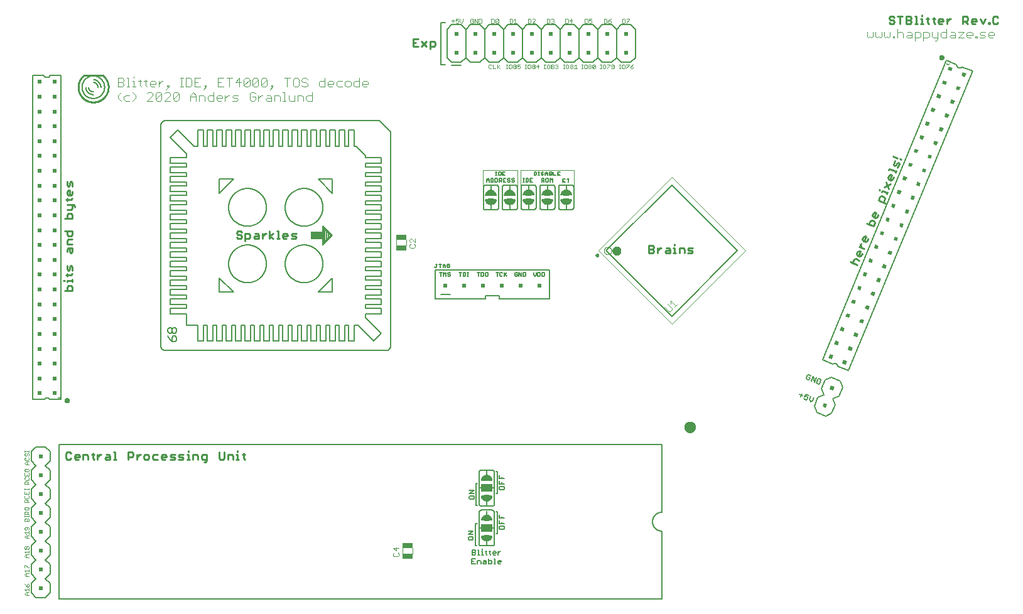
<source format=gto>
G04 EAGLE Gerber RS-274X export*
G75*
%MOMM*%
%FSLAX34Y34*%
%LPD*%
%INTop Silkscreen*%
%IPPOS*%
%AMOC8*
5,1,8,0,0,1.08239X$1,22.5*%
G01*
%ADD10C,0.101600*%
%ADD11C,0.254000*%
%ADD12C,0.152400*%
%ADD13C,0.203200*%
%ADD14C,0.127000*%
%ADD15C,0.025400*%
%ADD16C,0.050800*%
%ADD17R,0.500000X0.500000*%
%ADD18C,0.457200*%
%ADD19R,1.524000X1.016000*%
%ADD20R,1.905000X1.016000*%
%ADD21R,0.381000X1.778000*%
%ADD22R,0.254000X1.270000*%
%ADD23R,0.254000X0.762000*%
%ADD24R,0.254000X0.254000*%
%ADD25R,0.127000X0.254000*%
%ADD26R,0.127000X0.127000*%
%ADD27R,1.450100X0.750100*%
%ADD28C,0.076200*%
%ADD29C,0.150000*%
%ADD30C,0.100000*%
%ADD31C,0.250000*%
%ADD32C,0.600000*%
%ADD33R,0.508000X0.508000*%
%ADD34R,0.500000X0.500000*%
%ADD35C,1.016000*%
%ADD36R,0.508000X0.508000*%


D10*
X1152779Y819037D02*
X1152779Y813190D01*
X1154728Y811241D01*
X1156677Y813190D01*
X1158626Y811241D01*
X1160575Y813190D01*
X1160575Y819037D01*
X1164473Y819037D02*
X1164473Y813190D01*
X1166422Y811241D01*
X1168371Y813190D01*
X1170320Y811241D01*
X1172269Y813190D01*
X1172269Y819037D01*
X1176167Y819037D02*
X1176167Y813190D01*
X1178116Y811241D01*
X1180065Y813190D01*
X1182014Y811241D01*
X1183963Y813190D01*
X1183963Y819037D01*
X1187861Y813190D02*
X1187861Y811241D01*
X1187861Y813190D02*
X1189810Y813190D01*
X1189810Y811241D01*
X1187861Y811241D01*
X1193708Y811241D02*
X1193708Y822935D01*
X1195657Y819037D02*
X1193708Y817088D01*
X1195657Y819037D02*
X1199555Y819037D01*
X1201504Y817088D01*
X1201504Y811241D01*
X1207351Y819037D02*
X1211249Y819037D01*
X1213198Y817088D01*
X1213198Y811241D01*
X1207351Y811241D01*
X1205402Y813190D01*
X1207351Y815139D01*
X1213198Y815139D01*
X1217096Y819037D02*
X1217096Y807343D01*
X1217096Y819037D02*
X1222943Y819037D01*
X1224892Y817088D01*
X1224892Y813190D01*
X1222943Y811241D01*
X1217096Y811241D01*
X1228790Y807343D02*
X1228790Y819037D01*
X1234637Y819037D01*
X1236586Y817088D01*
X1236586Y813190D01*
X1234637Y811241D01*
X1228790Y811241D01*
X1240484Y813190D02*
X1240484Y819037D01*
X1240484Y813190D02*
X1242433Y811241D01*
X1248280Y811241D01*
X1248280Y809292D02*
X1248280Y819037D01*
X1248280Y809292D02*
X1246331Y807343D01*
X1244382Y807343D01*
X1259974Y811241D02*
X1259974Y822935D01*
X1259974Y811241D02*
X1254127Y811241D01*
X1252178Y813190D01*
X1252178Y817088D01*
X1254127Y819037D01*
X1259974Y819037D01*
X1265821Y819037D02*
X1269719Y819037D01*
X1271668Y817088D01*
X1271668Y811241D01*
X1265821Y811241D01*
X1263872Y813190D01*
X1265821Y815139D01*
X1271668Y815139D01*
X1275566Y819037D02*
X1283362Y819037D01*
X1275566Y811241D01*
X1283362Y811241D01*
X1289209Y811241D02*
X1293107Y811241D01*
X1289209Y811241D02*
X1287260Y813190D01*
X1287260Y817088D01*
X1289209Y819037D01*
X1293107Y819037D01*
X1295056Y817088D01*
X1295056Y815139D01*
X1287260Y815139D01*
X1298954Y813190D02*
X1298954Y811241D01*
X1298954Y813190D02*
X1300903Y813190D01*
X1300903Y811241D01*
X1298954Y811241D01*
X1304801Y811241D02*
X1310648Y811241D01*
X1312597Y813190D01*
X1310648Y815139D01*
X1306750Y815139D01*
X1304801Y817088D01*
X1306750Y819037D01*
X1312597Y819037D01*
X1318444Y811241D02*
X1322342Y811241D01*
X1318444Y811241D02*
X1316495Y813190D01*
X1316495Y817088D01*
X1318444Y819037D01*
X1322342Y819037D01*
X1324291Y817088D01*
X1324291Y815139D01*
X1316495Y815139D01*
D11*
X80899Y470027D02*
X70730Y470027D01*
X80899Y470027D02*
X80899Y475111D01*
X79204Y476806D01*
X75815Y476806D01*
X74120Y475111D01*
X74120Y470027D01*
X74120Y481721D02*
X74120Y483416D01*
X80899Y483416D01*
X80899Y481721D02*
X80899Y485111D01*
X70730Y483416D02*
X69036Y483416D01*
X72425Y491212D02*
X79204Y491212D01*
X80899Y492907D01*
X74120Y492907D02*
X74120Y489517D01*
X80899Y497313D02*
X80899Y502397D01*
X79204Y504092D01*
X77509Y502397D01*
X77509Y499008D01*
X75815Y497313D01*
X74120Y499008D01*
X74120Y504092D01*
X74120Y522396D02*
X74120Y525785D01*
X75815Y527480D01*
X80899Y527480D01*
X80899Y522396D01*
X79204Y520701D01*
X77509Y522396D01*
X77509Y527480D01*
X80899Y532395D02*
X74120Y532395D01*
X74120Y537479D01*
X75815Y539174D01*
X80899Y539174D01*
X80899Y550868D02*
X70730Y550868D01*
X80899Y550868D02*
X80899Y545784D01*
X79204Y544089D01*
X75815Y544089D01*
X74120Y545784D01*
X74120Y550868D01*
X70730Y567477D02*
X80899Y567477D01*
X80899Y572561D01*
X79204Y574256D01*
X75815Y574256D01*
X74120Y572561D01*
X74120Y567477D01*
X74120Y579171D02*
X79204Y579171D01*
X80899Y580865D01*
X80899Y585950D01*
X82594Y585950D02*
X74120Y585950D01*
X82594Y585950D02*
X84289Y584255D01*
X84289Y582560D01*
X79204Y592559D02*
X72425Y592559D01*
X79204Y592559D02*
X80899Y594254D01*
X74120Y594254D02*
X74120Y590865D01*
X80899Y600355D02*
X80899Y603745D01*
X80899Y600355D02*
X79204Y598661D01*
X75815Y598661D01*
X74120Y600355D01*
X74120Y603745D01*
X75815Y605440D01*
X77509Y605440D01*
X77509Y598661D01*
X80899Y610355D02*
X80899Y615439D01*
X79204Y617134D01*
X77509Y615439D01*
X77509Y612049D01*
X75815Y610355D01*
X74120Y612049D01*
X74120Y617134D01*
D12*
X1061970Y330303D02*
X1066041Y328617D01*
X1063163Y327425D02*
X1064849Y331496D01*
X1070150Y330493D02*
X1074221Y328806D01*
X1070150Y330493D02*
X1068885Y327439D01*
X1071342Y327614D01*
X1072360Y327192D01*
X1072956Y325753D01*
X1072113Y323718D01*
X1070673Y323121D01*
X1068638Y323965D01*
X1068042Y325404D01*
X1075378Y323558D02*
X1077064Y327629D01*
X1075378Y323558D02*
X1076570Y320679D01*
X1079449Y321871D01*
X1081135Y325942D01*
X1077045Y354783D02*
X1076448Y356222D01*
X1074413Y357065D01*
X1072974Y356469D01*
X1071287Y352398D01*
X1071883Y350959D01*
X1073919Y350116D01*
X1075358Y350712D01*
X1076201Y352747D01*
X1074166Y353590D01*
X1077780Y348516D02*
X1080310Y354623D01*
X1081851Y346830D01*
X1084381Y352936D01*
X1087224Y351759D02*
X1084695Y345652D01*
X1087748Y344387D01*
X1089187Y344984D01*
X1090873Y349055D01*
X1090277Y350494D01*
X1087224Y351759D01*
D13*
X627380Y210058D02*
X625348Y210058D01*
X625348Y180594D01*
X627126Y180594D01*
D12*
X620769Y120656D02*
X620769Y114046D01*
X620769Y120656D02*
X624073Y120656D01*
X625175Y119554D01*
X625175Y118452D01*
X624073Y117351D01*
X625175Y116249D01*
X625175Y115148D01*
X624073Y114046D01*
X620769Y114046D01*
X620769Y117351D02*
X624073Y117351D01*
X628253Y120656D02*
X629354Y120656D01*
X629354Y114046D01*
X628253Y114046D02*
X630456Y114046D01*
X633242Y118452D02*
X634344Y118452D01*
X634344Y114046D01*
X635445Y114046D02*
X633242Y114046D01*
X634344Y120656D02*
X634344Y121757D01*
X639333Y119554D02*
X639333Y115148D01*
X640435Y114046D01*
X640435Y118452D02*
X638232Y118452D01*
X644323Y119554D02*
X644323Y115148D01*
X645424Y114046D01*
X645424Y118452D02*
X643221Y118452D01*
X649312Y114046D02*
X651515Y114046D01*
X649312Y114046D02*
X648210Y115148D01*
X648210Y117351D01*
X649312Y118452D01*
X651515Y118452D01*
X652617Y117351D01*
X652617Y116249D01*
X648210Y116249D01*
X655695Y114046D02*
X655695Y118452D01*
X655695Y116249D02*
X657898Y118452D01*
X658999Y118452D01*
X624551Y108464D02*
X620145Y108464D01*
X620145Y101854D01*
X624551Y101854D01*
X622348Y105159D02*
X620145Y105159D01*
X627629Y106260D02*
X627629Y101854D01*
X627629Y106260D02*
X630934Y106260D01*
X632035Y105159D01*
X632035Y101854D01*
X636215Y106260D02*
X638418Y106260D01*
X639520Y105159D01*
X639520Y101854D01*
X636215Y101854D01*
X635113Y102956D01*
X636215Y104057D01*
X639520Y104057D01*
X642597Y101854D02*
X642597Y108464D01*
X642597Y101854D02*
X645902Y101854D01*
X647004Y102956D01*
X647004Y105159D01*
X645902Y106260D01*
X642597Y106260D01*
X650082Y108464D02*
X651183Y108464D01*
X651183Y101854D01*
X650082Y101854D02*
X652285Y101854D01*
X656173Y101854D02*
X658376Y101854D01*
X656173Y101854D02*
X655071Y102956D01*
X655071Y105159D01*
X656173Y106260D01*
X658376Y106260D01*
X659477Y105159D01*
X659477Y104057D01*
X655071Y104057D01*
D11*
X1189149Y838038D02*
X1187454Y839733D01*
X1184065Y839733D01*
X1182370Y838038D01*
X1182370Y836343D01*
X1184065Y834648D01*
X1187454Y834648D01*
X1189149Y832954D01*
X1189149Y831259D01*
X1187454Y829564D01*
X1184065Y829564D01*
X1182370Y831259D01*
X1197454Y829564D02*
X1197454Y839733D01*
X1200843Y839733D02*
X1194064Y839733D01*
X1205758Y839733D02*
X1205758Y829564D01*
X1205758Y839733D02*
X1210842Y839733D01*
X1212537Y838038D01*
X1212537Y836343D01*
X1210842Y834648D01*
X1212537Y832954D01*
X1212537Y831259D01*
X1210842Y829564D01*
X1205758Y829564D01*
X1205758Y834648D02*
X1210842Y834648D01*
X1217452Y839733D02*
X1219147Y839733D01*
X1219147Y829564D01*
X1220841Y829564D02*
X1217452Y829564D01*
X1225248Y836343D02*
X1226943Y836343D01*
X1226943Y829564D01*
X1228637Y829564D02*
X1225248Y829564D01*
X1226943Y839733D02*
X1226943Y841427D01*
X1234739Y838038D02*
X1234739Y831259D01*
X1236433Y829564D01*
X1236433Y836343D02*
X1233044Y836343D01*
X1242535Y838038D02*
X1242535Y831259D01*
X1244229Y829564D01*
X1244229Y836343D02*
X1240840Y836343D01*
X1250331Y829564D02*
X1253720Y829564D01*
X1250331Y829564D02*
X1248636Y831259D01*
X1248636Y834648D01*
X1250331Y836343D01*
X1253720Y836343D01*
X1255415Y834648D01*
X1255415Y832954D01*
X1248636Y832954D01*
X1260330Y829564D02*
X1260330Y836343D01*
X1260330Y832954D02*
X1263719Y836343D01*
X1265414Y836343D01*
X1281769Y839733D02*
X1281769Y829564D01*
X1281769Y839733D02*
X1286853Y839733D01*
X1288548Y838038D01*
X1288548Y834648D01*
X1286853Y832954D01*
X1281769Y832954D01*
X1285158Y832954D02*
X1288548Y829564D01*
X1295157Y829564D02*
X1298547Y829564D01*
X1295157Y829564D02*
X1293463Y831259D01*
X1293463Y834648D01*
X1295157Y836343D01*
X1298547Y836343D01*
X1300242Y834648D01*
X1300242Y832954D01*
X1293463Y832954D01*
X1305157Y836343D02*
X1308546Y829564D01*
X1311936Y836343D01*
X1316851Y831259D02*
X1316851Y829564D01*
X1316851Y831259D02*
X1318545Y831259D01*
X1318545Y829564D01*
X1316851Y829564D01*
X1327782Y839733D02*
X1329477Y838038D01*
X1327782Y839733D02*
X1324392Y839733D01*
X1322698Y838038D01*
X1322698Y831259D01*
X1324392Y829564D01*
X1327782Y829564D01*
X1329477Y831259D01*
X1139714Y504898D02*
X1130319Y508790D01*
X1134099Y509058D02*
X1135017Y506844D01*
X1134099Y509058D02*
X1135397Y512190D01*
X1137611Y513107D01*
X1142308Y511161D01*
X1144838Y517268D02*
X1146135Y520399D01*
X1144838Y517268D02*
X1142623Y516351D01*
X1139492Y517648D01*
X1138575Y519862D01*
X1139872Y522994D01*
X1142086Y523911D01*
X1143652Y523262D01*
X1141057Y516999D01*
X1148664Y526506D02*
X1142401Y529100D01*
X1145533Y527803D02*
X1143698Y532232D01*
X1144347Y533797D01*
X1153042Y537075D02*
X1154339Y540206D01*
X1153042Y537075D02*
X1150828Y536158D01*
X1147696Y537455D01*
X1146779Y539669D01*
X1148076Y542801D01*
X1150290Y543718D01*
X1151856Y543069D01*
X1149262Y536806D01*
X1161343Y557117D02*
X1151949Y561008D01*
X1161343Y557117D02*
X1163289Y561814D01*
X1162372Y564028D01*
X1159240Y565325D01*
X1157026Y564408D01*
X1155080Y559711D01*
X1166467Y569486D02*
X1167764Y572618D01*
X1166467Y569486D02*
X1164253Y568569D01*
X1161121Y569866D01*
X1160204Y572081D01*
X1161501Y575212D01*
X1163715Y576129D01*
X1165281Y575481D01*
X1162687Y569218D01*
X1168506Y592122D02*
X1177900Y588231D01*
X1168506Y592122D02*
X1170451Y596820D01*
X1172666Y597737D01*
X1175797Y596440D01*
X1176714Y594225D01*
X1174769Y589528D01*
X1172981Y602926D02*
X1173629Y604492D01*
X1179892Y601898D01*
X1179244Y600332D02*
X1180541Y603463D01*
X1170498Y605789D02*
X1168932Y606438D01*
X1175964Y610129D02*
X1184821Y613798D01*
X1178558Y616392D02*
X1182227Y607534D01*
X1187351Y619904D02*
X1188648Y623036D01*
X1187351Y619904D02*
X1185136Y618987D01*
X1182005Y620284D01*
X1181088Y622498D01*
X1182385Y625630D01*
X1184599Y626547D01*
X1186165Y625899D01*
X1183571Y619635D01*
X1181783Y633033D02*
X1182431Y634599D01*
X1191826Y630708D01*
X1192474Y632274D02*
X1191177Y629142D01*
X1194161Y636345D02*
X1196106Y641042D01*
X1195189Y643256D01*
X1192975Y642339D01*
X1191678Y639208D01*
X1189463Y638290D01*
X1188546Y640505D01*
X1190492Y645202D01*
X1197070Y647797D02*
X1198636Y647148D01*
X1193938Y649094D02*
X1187675Y651688D01*
D14*
X690957Y616747D02*
X689347Y616747D01*
X690152Y616747D02*
X690152Y621577D01*
X689347Y621577D02*
X690957Y621577D01*
X693089Y621577D02*
X693089Y616747D01*
X695504Y616747D01*
X696309Y617552D01*
X696309Y620772D01*
X695504Y621577D01*
X693089Y621577D01*
X698702Y621577D02*
X701922Y621577D01*
X698702Y621577D02*
X698702Y616747D01*
X701922Y616747D01*
X700312Y619162D02*
X698702Y619162D01*
X714319Y621323D02*
X714319Y616493D01*
X714319Y621323D02*
X716734Y621323D01*
X717539Y620518D01*
X717539Y618908D01*
X716734Y618103D01*
X714319Y618103D01*
X715929Y618103D02*
X717539Y616493D01*
X720737Y621323D02*
X722347Y621323D01*
X720737Y621323D02*
X719932Y620518D01*
X719932Y617298D01*
X720737Y616493D01*
X722347Y616493D01*
X723152Y617298D01*
X723152Y620518D01*
X722347Y621323D01*
X725546Y621323D02*
X725546Y616493D01*
X727156Y619713D02*
X725546Y621323D01*
X727156Y619713D02*
X728766Y621323D01*
X728766Y616493D01*
X742526Y621069D02*
X745746Y621069D01*
X742526Y621069D02*
X742526Y616239D01*
X745746Y616239D01*
X744136Y618654D02*
X742526Y618654D01*
X749749Y616239D02*
X749749Y621069D01*
X748139Y621069D02*
X751359Y621069D01*
X653873Y625637D02*
X652263Y625637D01*
X653068Y625637D02*
X653068Y630467D01*
X652263Y630467D02*
X653873Y630467D01*
X656005Y630467D02*
X656005Y625637D01*
X658420Y625637D01*
X659225Y626442D01*
X659225Y629662D01*
X658420Y630467D01*
X656005Y630467D01*
X661618Y630467D02*
X664838Y630467D01*
X661618Y630467D02*
X661618Y625637D01*
X664838Y625637D01*
X663228Y628052D02*
X661618Y628052D01*
X640101Y619713D02*
X640101Y616493D01*
X640101Y619713D02*
X641711Y621323D01*
X643321Y619713D01*
X643321Y616493D01*
X643321Y618908D02*
X640101Y618908D01*
X645714Y621323D02*
X645714Y616493D01*
X648129Y616493D01*
X648934Y617298D01*
X648934Y620518D01*
X648129Y621323D01*
X645714Y621323D01*
X651327Y621323D02*
X651327Y616493D01*
X653742Y616493D01*
X654547Y617298D01*
X654547Y620518D01*
X653742Y621323D01*
X651327Y621323D01*
X656940Y621323D02*
X656940Y616493D01*
X656940Y621323D02*
X659355Y621323D01*
X660160Y620518D01*
X660160Y618908D01*
X659355Y618103D01*
X656940Y618103D01*
X658550Y618103D02*
X660160Y616493D01*
X662553Y621323D02*
X665774Y621323D01*
X662553Y621323D02*
X662553Y616493D01*
X665774Y616493D01*
X664164Y618908D02*
X662553Y618908D01*
X670582Y621323D02*
X671387Y620518D01*
X670582Y621323D02*
X668972Y621323D01*
X668167Y620518D01*
X668167Y619713D01*
X668972Y618908D01*
X670582Y618908D01*
X671387Y618103D01*
X671387Y617298D01*
X670582Y616493D01*
X668972Y616493D01*
X668167Y617298D01*
X676195Y621323D02*
X677000Y620518D01*
X676195Y621323D02*
X674585Y621323D01*
X673780Y620518D01*
X673780Y619713D01*
X674585Y618908D01*
X676195Y618908D01*
X677000Y618103D01*
X677000Y617298D01*
X676195Y616493D01*
X674585Y616493D01*
X673780Y617298D01*
X704029Y625637D02*
X704029Y630467D01*
X704029Y625637D02*
X706444Y625637D01*
X707249Y626442D01*
X707249Y629662D01*
X706444Y630467D01*
X704029Y630467D01*
X709642Y625637D02*
X711252Y625637D01*
X710447Y625637D02*
X710447Y630467D01*
X709642Y630467D02*
X711252Y630467D01*
X715799Y630467D02*
X716604Y629662D01*
X715799Y630467D02*
X714189Y630467D01*
X713384Y629662D01*
X713384Y628857D01*
X714189Y628052D01*
X715799Y628052D01*
X716604Y627247D01*
X716604Y626442D01*
X715799Y625637D01*
X714189Y625637D01*
X713384Y626442D01*
X718997Y625637D02*
X718997Y628857D01*
X720607Y630467D01*
X722217Y628857D01*
X722217Y625637D01*
X722217Y628052D02*
X718997Y628052D01*
X724610Y625637D02*
X724610Y630467D01*
X727025Y630467D01*
X727830Y629662D01*
X727830Y628857D01*
X727025Y628052D01*
X727830Y627247D01*
X727830Y626442D01*
X727025Y625637D01*
X724610Y625637D01*
X724610Y628052D02*
X727025Y628052D01*
X730223Y630467D02*
X730223Y625637D01*
X733443Y625637D01*
X735836Y630467D02*
X739056Y630467D01*
X735836Y630467D02*
X735836Y625637D01*
X739056Y625637D01*
X737446Y628052D02*
X735836Y628052D01*
D15*
X685782Y632622D02*
X685782Y610778D01*
X685782Y632622D02*
X757918Y632622D01*
X757918Y610016D01*
X634982Y610778D02*
X634982Y632622D01*
X681718Y632622D01*
X681718Y609762D01*
D16*
X691765Y769620D02*
X693630Y769620D01*
X692697Y769620D02*
X692697Y775213D01*
X691765Y775213D02*
X693630Y775213D01*
X696439Y775213D02*
X698304Y775213D01*
X696439Y775213D02*
X695507Y774281D01*
X695507Y770552D01*
X696439Y769620D01*
X698304Y769620D01*
X699236Y770552D01*
X699236Y774281D01*
X698304Y775213D01*
X701120Y774281D02*
X702053Y775213D01*
X703917Y775213D01*
X704849Y774281D01*
X704849Y773349D01*
X703917Y772416D01*
X704849Y771484D01*
X704849Y770552D01*
X703917Y769620D01*
X702053Y769620D01*
X701120Y770552D01*
X701120Y771484D01*
X702053Y772416D01*
X701120Y773349D01*
X701120Y774281D01*
X702053Y772416D02*
X703917Y772416D01*
X709530Y769620D02*
X709530Y775213D01*
X706734Y772416D01*
X710462Y772416D01*
X717419Y769620D02*
X719284Y769620D01*
X718351Y769620D02*
X718351Y775213D01*
X717419Y775213D02*
X719284Y775213D01*
X722093Y775213D02*
X723958Y775213D01*
X722093Y775213D02*
X721161Y774281D01*
X721161Y770552D01*
X722093Y769620D01*
X723958Y769620D01*
X724890Y770552D01*
X724890Y774281D01*
X723958Y775213D01*
X726774Y774281D02*
X727707Y775213D01*
X729571Y775213D01*
X730503Y774281D01*
X730503Y773349D01*
X729571Y772416D01*
X730503Y771484D01*
X730503Y770552D01*
X729571Y769620D01*
X727707Y769620D01*
X726774Y770552D01*
X726774Y771484D01*
X727707Y772416D01*
X726774Y773349D01*
X726774Y774281D01*
X727707Y772416D02*
X729571Y772416D01*
X732388Y774281D02*
X733320Y775213D01*
X735184Y775213D01*
X736116Y774281D01*
X736116Y773349D01*
X735184Y772416D01*
X734252Y772416D01*
X735184Y772416D02*
X736116Y771484D01*
X736116Y770552D01*
X735184Y769620D01*
X733320Y769620D01*
X732388Y770552D01*
X743073Y769620D02*
X744938Y769620D01*
X744005Y769620D02*
X744005Y775213D01*
X743073Y775213D02*
X744938Y775213D01*
X747747Y775213D02*
X749612Y775213D01*
X747747Y775213D02*
X746815Y774281D01*
X746815Y770552D01*
X747747Y769620D01*
X749612Y769620D01*
X750544Y770552D01*
X750544Y774281D01*
X749612Y775213D01*
X752428Y774281D02*
X753361Y775213D01*
X755225Y775213D01*
X756157Y774281D01*
X756157Y773349D01*
X755225Y772416D01*
X756157Y771484D01*
X756157Y770552D01*
X755225Y769620D01*
X753361Y769620D01*
X752428Y770552D01*
X752428Y771484D01*
X753361Y772416D01*
X752428Y773349D01*
X752428Y774281D01*
X753361Y772416D02*
X755225Y772416D01*
X758042Y773349D02*
X759906Y775213D01*
X759906Y769620D01*
X758042Y769620D02*
X761770Y769620D01*
X767711Y769620D02*
X769576Y769620D01*
X768643Y769620D02*
X768643Y775213D01*
X767711Y775213D02*
X769576Y775213D01*
X772385Y775213D02*
X774250Y775213D01*
X772385Y775213D02*
X771453Y774281D01*
X771453Y770552D01*
X772385Y769620D01*
X774250Y769620D01*
X775182Y770552D01*
X775182Y774281D01*
X774250Y775213D01*
X777066Y774281D02*
X777999Y775213D01*
X779863Y775213D01*
X780795Y774281D01*
X780795Y773349D01*
X779863Y772416D01*
X780795Y771484D01*
X780795Y770552D01*
X779863Y769620D01*
X777999Y769620D01*
X777066Y770552D01*
X777066Y771484D01*
X777999Y772416D01*
X777066Y773349D01*
X777066Y774281D01*
X777999Y772416D02*
X779863Y772416D01*
X782680Y770552D02*
X782680Y774281D01*
X783612Y775213D01*
X785476Y775213D01*
X786408Y774281D01*
X786408Y770552D01*
X785476Y769620D01*
X783612Y769620D01*
X782680Y770552D01*
X786408Y774281D01*
X792857Y769620D02*
X794722Y769620D01*
X793789Y769620D02*
X793789Y775213D01*
X792857Y775213D02*
X794722Y775213D01*
X797531Y775213D02*
X799396Y775213D01*
X797531Y775213D02*
X796599Y774281D01*
X796599Y770552D01*
X797531Y769620D01*
X799396Y769620D01*
X800328Y770552D01*
X800328Y774281D01*
X799396Y775213D01*
X802212Y775213D02*
X805941Y775213D01*
X805941Y774281D01*
X802212Y770552D01*
X802212Y769620D01*
X807826Y770552D02*
X808758Y769620D01*
X810622Y769620D01*
X811554Y770552D01*
X811554Y774281D01*
X810622Y775213D01*
X808758Y775213D01*
X807826Y774281D01*
X807826Y773349D01*
X808758Y772416D01*
X811554Y772416D01*
X818765Y769620D02*
X820630Y769620D01*
X819697Y769620D02*
X819697Y775213D01*
X818765Y775213D02*
X820630Y775213D01*
X823439Y775213D02*
X825304Y775213D01*
X823439Y775213D02*
X822507Y774281D01*
X822507Y770552D01*
X823439Y769620D01*
X825304Y769620D01*
X826236Y770552D01*
X826236Y774281D01*
X825304Y775213D01*
X828120Y775213D02*
X831849Y775213D01*
X831849Y774281D01*
X828120Y770552D01*
X828120Y769620D01*
X835598Y774281D02*
X837462Y775213D01*
X835598Y774281D02*
X833734Y772416D01*
X833734Y770552D01*
X834666Y769620D01*
X836530Y769620D01*
X837462Y770552D01*
X837462Y771484D01*
X836530Y772416D01*
X833734Y772416D01*
X22860Y235835D02*
X19132Y235835D01*
X17267Y237700D01*
X19132Y239564D01*
X22860Y239564D01*
X20064Y239564D02*
X20064Y235835D01*
X17267Y244245D02*
X18199Y245177D01*
X17267Y244245D02*
X17267Y242381D01*
X18199Y241448D01*
X21928Y241448D01*
X22860Y242381D01*
X22860Y244245D01*
X21928Y245177D01*
X17267Y249858D02*
X18199Y250790D01*
X17267Y249858D02*
X17267Y247994D01*
X18199Y247061D01*
X19132Y247061D01*
X20064Y247994D01*
X20064Y249858D01*
X20996Y250790D01*
X21928Y250790D01*
X22860Y249858D01*
X22860Y247994D01*
X21928Y247061D01*
X22860Y252675D02*
X22860Y254539D01*
X22860Y253607D02*
X17267Y253607D01*
X17267Y252675D02*
X17267Y254539D01*
X17267Y209246D02*
X22860Y209246D01*
X17267Y209246D02*
X17267Y212042D01*
X18199Y212974D01*
X20064Y212974D01*
X20996Y212042D01*
X20996Y209246D01*
X20996Y211110D02*
X22860Y212974D01*
X17267Y217655D02*
X18199Y218587D01*
X17267Y217655D02*
X17267Y215791D01*
X18199Y214859D01*
X21928Y214859D01*
X22860Y215791D01*
X22860Y217655D01*
X21928Y218587D01*
X17267Y220472D02*
X17267Y224200D01*
X17267Y220472D02*
X22860Y220472D01*
X22860Y224200D01*
X20064Y222336D02*
X20064Y220472D01*
X17267Y227017D02*
X17267Y228881D01*
X17267Y227017D02*
X18199Y226085D01*
X21928Y226085D01*
X22860Y227017D01*
X22860Y228881D01*
X21928Y229814D01*
X18199Y229814D01*
X17267Y228881D01*
X17013Y184527D02*
X22606Y184527D01*
X17013Y184527D02*
X17013Y187324D01*
X17945Y188256D01*
X19810Y188256D01*
X20742Y187324D01*
X20742Y184527D01*
X20742Y186392D02*
X22606Y188256D01*
X17013Y192937D02*
X17945Y193869D01*
X17013Y192937D02*
X17013Y191073D01*
X17945Y190140D01*
X21674Y190140D01*
X22606Y191073D01*
X22606Y192937D01*
X21674Y193869D01*
X17013Y195753D02*
X17013Y199482D01*
X17013Y195753D02*
X22606Y195753D01*
X22606Y199482D01*
X19810Y197618D02*
X19810Y195753D01*
X22606Y201367D02*
X22606Y203231D01*
X22606Y202299D02*
X17013Y202299D01*
X17013Y201367D02*
X17013Y203231D01*
X17267Y159381D02*
X22860Y159381D01*
X17267Y159381D02*
X17267Y162178D01*
X18199Y163110D01*
X19132Y163110D01*
X20064Y162178D01*
X20996Y163110D01*
X21928Y163110D01*
X22860Y162178D01*
X22860Y159381D01*
X20064Y159381D02*
X20064Y162178D01*
X22860Y164994D02*
X22860Y166859D01*
X22860Y165927D02*
X17267Y165927D01*
X17267Y166859D02*
X17267Y164994D01*
X17267Y168736D02*
X22860Y168736D01*
X17267Y168736D02*
X17267Y171533D01*
X18199Y172465D01*
X20064Y172465D01*
X20996Y171533D01*
X20996Y168736D01*
X20996Y170601D02*
X22860Y172465D01*
X21928Y174350D02*
X18199Y174350D01*
X17267Y175282D01*
X17267Y177146D01*
X18199Y178078D01*
X21928Y178078D01*
X22860Y177146D01*
X22860Y175282D01*
X21928Y174350D01*
X20996Y176214D02*
X22860Y178078D01*
X22860Y136360D02*
X19132Y136360D01*
X17267Y138225D01*
X19132Y140089D01*
X22860Y140089D01*
X20064Y140089D02*
X20064Y136360D01*
X19132Y141973D02*
X17267Y143838D01*
X22860Y143838D01*
X22860Y145702D02*
X22860Y141973D01*
X21928Y147587D02*
X22860Y148519D01*
X22860Y150383D01*
X21928Y151315D01*
X18199Y151315D01*
X17267Y150383D01*
X17267Y148519D01*
X18199Y147587D01*
X19132Y147587D01*
X20064Y148519D01*
X20064Y151315D01*
X18878Y110452D02*
X22606Y110452D01*
X18878Y110452D02*
X17013Y112317D01*
X18878Y114181D01*
X22606Y114181D01*
X19810Y114181D02*
X19810Y110452D01*
X18878Y116065D02*
X17013Y117930D01*
X22606Y117930D01*
X22606Y119794D02*
X22606Y116065D01*
X17945Y121679D02*
X17013Y122611D01*
X17013Y124475D01*
X17945Y125407D01*
X18878Y125407D01*
X19810Y124475D01*
X20742Y125407D01*
X21674Y125407D01*
X22606Y124475D01*
X22606Y122611D01*
X21674Y121679D01*
X20742Y121679D01*
X19810Y122611D01*
X18878Y121679D01*
X17945Y121679D01*
X19810Y122611D02*
X19810Y124475D01*
X18878Y85306D02*
X22606Y85306D01*
X18878Y85306D02*
X17013Y87171D01*
X18878Y89035D01*
X22606Y89035D01*
X19810Y89035D02*
X19810Y85306D01*
X18878Y90919D02*
X17013Y92784D01*
X22606Y92784D01*
X22606Y94648D02*
X22606Y90919D01*
X17013Y96533D02*
X17013Y100261D01*
X17945Y100261D01*
X21674Y96533D01*
X22606Y96533D01*
X22860Y59652D02*
X19132Y59652D01*
X17267Y61517D01*
X19132Y63381D01*
X22860Y63381D01*
X20064Y63381D02*
X20064Y59652D01*
X19132Y65265D02*
X17267Y67130D01*
X22860Y67130D01*
X22860Y68994D02*
X22860Y65265D01*
X18199Y72743D02*
X17267Y74607D01*
X18199Y72743D02*
X20064Y70879D01*
X21928Y70879D01*
X22860Y71811D01*
X22860Y73675D01*
X21928Y74607D01*
X20996Y74607D01*
X20064Y73675D01*
X20064Y70879D01*
D11*
X79423Y250790D02*
X77728Y252485D01*
X74339Y252485D01*
X72644Y250790D01*
X72644Y244011D01*
X74339Y242316D01*
X77728Y242316D01*
X79423Y244011D01*
X86033Y242316D02*
X89422Y242316D01*
X86033Y242316D02*
X84338Y244011D01*
X84338Y247400D01*
X86033Y249095D01*
X89422Y249095D01*
X91117Y247400D01*
X91117Y245706D01*
X84338Y245706D01*
X96032Y242316D02*
X96032Y249095D01*
X101116Y249095D01*
X102811Y247400D01*
X102811Y242316D01*
X109421Y244011D02*
X109421Y250790D01*
X109421Y244011D02*
X111115Y242316D01*
X111115Y249095D02*
X107726Y249095D01*
X115522Y249095D02*
X115522Y242316D01*
X115522Y245706D02*
X118911Y249095D01*
X120606Y249095D01*
X126962Y249095D02*
X130351Y249095D01*
X132046Y247400D01*
X132046Y242316D01*
X126962Y242316D01*
X125267Y244011D01*
X126962Y245706D01*
X132046Y245706D01*
X136961Y252485D02*
X138656Y252485D01*
X138656Y242316D01*
X140350Y242316D02*
X136961Y242316D01*
X156451Y242316D02*
X156451Y252485D01*
X161535Y252485D01*
X163230Y250790D01*
X163230Y247400D01*
X161535Y245706D01*
X156451Y245706D01*
X168145Y242316D02*
X168145Y249095D01*
X168145Y245706D02*
X171534Y249095D01*
X173229Y249095D01*
X179584Y242316D02*
X182974Y242316D01*
X184669Y244011D01*
X184669Y247400D01*
X182974Y249095D01*
X179584Y249095D01*
X177890Y247400D01*
X177890Y244011D01*
X179584Y242316D01*
X191278Y249095D02*
X196363Y249095D01*
X191278Y249095D02*
X189584Y247400D01*
X189584Y244011D01*
X191278Y242316D01*
X196363Y242316D01*
X202972Y242316D02*
X206362Y242316D01*
X202972Y242316D02*
X201278Y244011D01*
X201278Y247400D01*
X202972Y249095D01*
X206362Y249095D01*
X208057Y247400D01*
X208057Y245706D01*
X201278Y245706D01*
X212972Y242316D02*
X218056Y242316D01*
X219751Y244011D01*
X218056Y245706D01*
X214666Y245706D01*
X212972Y247400D01*
X214666Y249095D01*
X219751Y249095D01*
X224666Y242316D02*
X229750Y242316D01*
X231445Y244011D01*
X229750Y245706D01*
X226360Y245706D01*
X224666Y247400D01*
X226360Y249095D01*
X231445Y249095D01*
X236360Y249095D02*
X238054Y249095D01*
X238054Y242316D01*
X236360Y242316D02*
X239749Y242316D01*
X238054Y252485D02*
X238054Y254179D01*
X244156Y249095D02*
X244156Y242316D01*
X244156Y249095D02*
X249240Y249095D01*
X250935Y247400D01*
X250935Y242316D01*
X259239Y238926D02*
X260934Y238926D01*
X262629Y240621D01*
X262629Y249095D01*
X257544Y249095D01*
X255849Y247400D01*
X255849Y244011D01*
X257544Y242316D01*
X262629Y242316D01*
X279237Y244011D02*
X279237Y252485D01*
X279237Y244011D02*
X280932Y242316D01*
X284322Y242316D01*
X286017Y244011D01*
X286017Y252485D01*
X290931Y249095D02*
X290931Y242316D01*
X290931Y249095D02*
X296016Y249095D01*
X297711Y247400D01*
X297711Y242316D01*
X302625Y249095D02*
X304320Y249095D01*
X304320Y242316D01*
X302625Y242316D02*
X306015Y242316D01*
X304320Y252485D02*
X304320Y254179D01*
X312116Y250790D02*
X312116Y244011D01*
X313811Y242316D01*
X313811Y249095D02*
X310421Y249095D01*
X309468Y548859D02*
X307773Y550554D01*
X304384Y550554D01*
X302689Y548859D01*
X302689Y547164D01*
X304384Y545469D01*
X307773Y545469D01*
X309468Y543775D01*
X309468Y542080D01*
X307773Y540385D01*
X304384Y540385D01*
X302689Y542080D01*
X314383Y536995D02*
X314383Y547164D01*
X319467Y547164D01*
X321162Y545469D01*
X321162Y542080D01*
X319467Y540385D01*
X314383Y540385D01*
X327772Y547164D02*
X331161Y547164D01*
X332856Y545469D01*
X332856Y540385D01*
X327772Y540385D01*
X326077Y542080D01*
X327772Y543775D01*
X332856Y543775D01*
X337771Y540385D02*
X337771Y547164D01*
X337771Y543775D02*
X341161Y547164D01*
X342855Y547164D01*
X347516Y550554D02*
X347516Y540385D01*
X347516Y543775D02*
X352600Y540385D01*
X347516Y543775D02*
X352600Y547164D01*
X357261Y550554D02*
X358956Y550554D01*
X358956Y540385D01*
X360650Y540385D02*
X357261Y540385D01*
X366752Y540385D02*
X370141Y540385D01*
X366752Y540385D02*
X365057Y542080D01*
X365057Y545469D01*
X366752Y547164D01*
X370141Y547164D01*
X371836Y545469D01*
X371836Y543775D01*
X365057Y543775D01*
X376751Y540385D02*
X381835Y540385D01*
X383530Y542080D01*
X381835Y543775D01*
X378446Y543775D01*
X376751Y545469D01*
X378446Y547164D01*
X383530Y547164D01*
D10*
X143129Y745109D02*
X143129Y756803D01*
X148976Y756803D01*
X150925Y754854D01*
X150925Y752905D01*
X148976Y750956D01*
X150925Y749007D01*
X150925Y747058D01*
X148976Y745109D01*
X143129Y745109D01*
X143129Y750956D02*
X148976Y750956D01*
X154823Y756803D02*
X156772Y756803D01*
X156772Y745109D01*
X154823Y745109D02*
X158721Y745109D01*
X162619Y752905D02*
X164568Y752905D01*
X164568Y745109D01*
X162619Y745109D02*
X166517Y745109D01*
X164568Y756803D02*
X164568Y758752D01*
X172364Y754854D02*
X172364Y747058D01*
X174313Y745109D01*
X174313Y752905D02*
X170415Y752905D01*
X180160Y754854D02*
X180160Y747058D01*
X182109Y745109D01*
X182109Y752905D02*
X178211Y752905D01*
X187956Y745109D02*
X191854Y745109D01*
X187956Y745109D02*
X186007Y747058D01*
X186007Y750956D01*
X187956Y752905D01*
X191854Y752905D01*
X193803Y750956D01*
X193803Y749007D01*
X186007Y749007D01*
X197701Y745109D02*
X197701Y752905D01*
X197701Y749007D02*
X201599Y752905D01*
X203548Y752905D01*
X211344Y745109D02*
X207446Y741211D01*
X211344Y745109D02*
X211344Y747058D01*
X209395Y747058D01*
X209395Y745109D01*
X211344Y745109D01*
X226936Y745109D02*
X230834Y745109D01*
X228885Y745109D02*
X228885Y756803D01*
X226936Y756803D02*
X230834Y756803D01*
X234732Y756803D02*
X234732Y745109D01*
X240579Y745109D01*
X242528Y747058D01*
X242528Y754854D01*
X240579Y756803D01*
X234732Y756803D01*
X246426Y756803D02*
X254222Y756803D01*
X246426Y756803D02*
X246426Y745109D01*
X254222Y745109D01*
X250324Y750956D02*
X246426Y750956D01*
X258120Y741211D02*
X262018Y745109D01*
X262018Y747058D01*
X260069Y747058D01*
X260069Y745109D01*
X262018Y745109D01*
X277610Y756803D02*
X285406Y756803D01*
X277610Y756803D02*
X277610Y745109D01*
X285406Y745109D01*
X281508Y750956D02*
X277610Y750956D01*
X293202Y745109D02*
X293202Y756803D01*
X289304Y756803D02*
X297100Y756803D01*
X306844Y756803D02*
X306844Y745109D01*
X300998Y750956D02*
X306844Y756803D01*
X308793Y750956D02*
X300998Y750956D01*
X312691Y747058D02*
X312691Y754854D01*
X314640Y756803D01*
X318538Y756803D01*
X320487Y754854D01*
X320487Y747058D01*
X318538Y745109D01*
X314640Y745109D01*
X312691Y747058D01*
X320487Y754854D01*
X324385Y754854D02*
X324385Y747058D01*
X324385Y754854D02*
X326334Y756803D01*
X330232Y756803D01*
X332181Y754854D01*
X332181Y747058D01*
X330232Y745109D01*
X326334Y745109D01*
X324385Y747058D01*
X332181Y754854D01*
X336079Y754854D02*
X336079Y747058D01*
X336079Y754854D02*
X338028Y756803D01*
X341926Y756803D01*
X343875Y754854D01*
X343875Y747058D01*
X341926Y745109D01*
X338028Y745109D01*
X336079Y747058D01*
X343875Y754854D01*
X351671Y745109D02*
X347773Y741211D01*
X351671Y745109D02*
X351671Y747058D01*
X349722Y747058D01*
X349722Y745109D01*
X351671Y745109D01*
X371161Y745109D02*
X371161Y756803D01*
X367263Y756803D02*
X375059Y756803D01*
X380906Y756803D02*
X384804Y756803D01*
X380906Y756803D02*
X378957Y754854D01*
X378957Y747058D01*
X380906Y745109D01*
X384804Y745109D01*
X386753Y747058D01*
X386753Y754854D01*
X384804Y756803D01*
X396498Y756803D02*
X398447Y754854D01*
X396498Y756803D02*
X392600Y756803D01*
X390651Y754854D01*
X390651Y752905D01*
X392600Y750956D01*
X396498Y750956D01*
X398447Y749007D01*
X398447Y747058D01*
X396498Y745109D01*
X392600Y745109D01*
X390651Y747058D01*
X421835Y745109D02*
X421835Y756803D01*
X421835Y745109D02*
X415988Y745109D01*
X414039Y747058D01*
X414039Y750956D01*
X415988Y752905D01*
X421835Y752905D01*
X427682Y745109D02*
X431580Y745109D01*
X427682Y745109D02*
X425733Y747058D01*
X425733Y750956D01*
X427682Y752905D01*
X431580Y752905D01*
X433529Y750956D01*
X433529Y749007D01*
X425733Y749007D01*
X439376Y752905D02*
X445223Y752905D01*
X439376Y752905D02*
X437427Y750956D01*
X437427Y747058D01*
X439376Y745109D01*
X445223Y745109D01*
X451070Y745109D02*
X454968Y745109D01*
X456917Y747058D01*
X456917Y750956D01*
X454968Y752905D01*
X451070Y752905D01*
X449121Y750956D01*
X449121Y747058D01*
X451070Y745109D01*
X468611Y745109D02*
X468611Y756803D01*
X468611Y745109D02*
X462764Y745109D01*
X460815Y747058D01*
X460815Y750956D01*
X462764Y752905D01*
X468611Y752905D01*
X474458Y745109D02*
X478356Y745109D01*
X474458Y745109D02*
X472509Y747058D01*
X472509Y750956D01*
X474458Y752905D01*
X478356Y752905D01*
X480305Y750956D01*
X480305Y749007D01*
X472509Y749007D01*
X147027Y726059D02*
X143129Y729957D01*
X143129Y733855D01*
X147027Y737753D01*
X152874Y733855D02*
X158721Y733855D01*
X152874Y733855D02*
X150925Y731906D01*
X150925Y728008D01*
X152874Y726059D01*
X158721Y726059D01*
X162619Y726059D02*
X166517Y729957D01*
X166517Y733855D01*
X162619Y737753D01*
X182109Y726059D02*
X189905Y726059D01*
X182109Y726059D02*
X189905Y733855D01*
X189905Y735804D01*
X187956Y737753D01*
X184058Y737753D01*
X182109Y735804D01*
X193803Y735804D02*
X193803Y728008D01*
X193803Y735804D02*
X195752Y737753D01*
X199650Y737753D01*
X201599Y735804D01*
X201599Y728008D01*
X199650Y726059D01*
X195752Y726059D01*
X193803Y728008D01*
X201599Y735804D01*
X205497Y726059D02*
X213293Y726059D01*
X205497Y726059D02*
X213293Y733855D01*
X213293Y735804D01*
X211344Y737753D01*
X207446Y737753D01*
X205497Y735804D01*
X217191Y735804D02*
X217191Y728008D01*
X217191Y735804D02*
X219140Y737753D01*
X223038Y737753D01*
X224987Y735804D01*
X224987Y728008D01*
X223038Y726059D01*
X219140Y726059D01*
X217191Y728008D01*
X224987Y735804D01*
X240579Y733855D02*
X240579Y726059D01*
X240579Y733855D02*
X244477Y737753D01*
X248375Y733855D01*
X248375Y726059D01*
X248375Y731906D02*
X240579Y731906D01*
X252273Y733855D02*
X252273Y726059D01*
X252273Y733855D02*
X258120Y733855D01*
X260069Y731906D01*
X260069Y726059D01*
X271763Y726059D02*
X271763Y737753D01*
X271763Y726059D02*
X265916Y726059D01*
X263967Y728008D01*
X263967Y731906D01*
X265916Y733855D01*
X271763Y733855D01*
X277610Y726059D02*
X281508Y726059D01*
X277610Y726059D02*
X275661Y728008D01*
X275661Y731906D01*
X277610Y733855D01*
X281508Y733855D01*
X283457Y731906D01*
X283457Y729957D01*
X275661Y729957D01*
X287355Y726059D02*
X287355Y733855D01*
X287355Y729957D02*
X291253Y733855D01*
X293202Y733855D01*
X297100Y726059D02*
X302947Y726059D01*
X304896Y728008D01*
X302947Y729957D01*
X299049Y729957D01*
X297100Y731906D01*
X299049Y733855D01*
X304896Y733855D01*
X326334Y737753D02*
X328283Y735804D01*
X326334Y737753D02*
X322436Y737753D01*
X320488Y735804D01*
X320488Y728008D01*
X322436Y726059D01*
X326334Y726059D01*
X328283Y728008D01*
X328283Y731906D01*
X324385Y731906D01*
X332181Y733855D02*
X332181Y726059D01*
X332181Y729957D02*
X336079Y733855D01*
X338028Y733855D01*
X343875Y733855D02*
X347773Y733855D01*
X349722Y731906D01*
X349722Y726059D01*
X343875Y726059D01*
X341926Y728008D01*
X343875Y729957D01*
X349722Y729957D01*
X353620Y726059D02*
X353620Y733855D01*
X359467Y733855D01*
X361416Y731906D01*
X361416Y726059D01*
X365314Y737753D02*
X367263Y737753D01*
X367263Y726059D01*
X365314Y726059D02*
X369212Y726059D01*
X373110Y728008D02*
X373110Y733855D01*
X373110Y728008D02*
X375059Y726059D01*
X380906Y726059D01*
X380906Y733855D01*
X384804Y733855D02*
X384804Y726059D01*
X384804Y733855D02*
X390651Y733855D01*
X392600Y731906D01*
X392600Y726059D01*
X404294Y726059D02*
X404294Y737753D01*
X404294Y726059D02*
X398447Y726059D01*
X396498Y728008D01*
X396498Y731906D01*
X398447Y733855D01*
X404294Y733855D01*
D11*
X858747Y530742D02*
X858747Y520573D01*
X858747Y530742D02*
X863831Y530742D01*
X865526Y529047D01*
X865526Y527352D01*
X863831Y525657D01*
X865526Y523963D01*
X865526Y522268D01*
X863831Y520573D01*
X858747Y520573D01*
X858747Y525657D02*
X863831Y525657D01*
X870440Y527352D02*
X870440Y520573D01*
X870440Y523963D02*
X873830Y527352D01*
X875525Y527352D01*
X881880Y527352D02*
X885270Y527352D01*
X886965Y525657D01*
X886965Y520573D01*
X881880Y520573D01*
X880185Y522268D01*
X881880Y523963D01*
X886965Y523963D01*
X891879Y527352D02*
X893574Y527352D01*
X893574Y520573D01*
X891879Y520573D02*
X895269Y520573D01*
X893574Y530742D02*
X893574Y532436D01*
X899675Y527352D02*
X899675Y520573D01*
X899675Y527352D02*
X904760Y527352D01*
X906455Y525657D01*
X906455Y520573D01*
X911369Y520573D02*
X916454Y520573D01*
X918148Y522268D01*
X916454Y523963D01*
X913064Y523963D01*
X911369Y525657D01*
X913064Y527352D01*
X918148Y527352D01*
D13*
X627126Y155702D02*
X625094Y155702D01*
X625094Y126238D01*
X626872Y126238D01*
X652780Y196850D02*
X654812Y196850D01*
X654812Y226314D01*
X653034Y226314D01*
X652780Y142494D02*
X654812Y142494D01*
X654812Y171958D01*
X653034Y171958D01*
D12*
X615182Y137299D02*
X615182Y135095D01*
X616284Y133994D01*
X620690Y133994D01*
X621792Y135095D01*
X621792Y137299D01*
X620690Y138400D01*
X616284Y138400D01*
X615182Y137299D01*
X615182Y141478D02*
X621792Y141478D01*
X621792Y145884D02*
X615182Y141478D01*
X615182Y145884D02*
X621792Y145884D01*
X616706Y189959D02*
X616706Y192163D01*
X616706Y189959D02*
X617808Y188858D01*
X622214Y188858D01*
X623316Y189959D01*
X623316Y192163D01*
X622214Y193264D01*
X617808Y193264D01*
X616706Y192163D01*
X616706Y196342D02*
X623316Y196342D01*
X623316Y200748D02*
X616706Y196342D01*
X616706Y200748D02*
X623316Y200748D01*
X657092Y202981D02*
X657092Y205185D01*
X657092Y202981D02*
X658194Y201880D01*
X662600Y201880D01*
X663702Y202981D01*
X663702Y205185D01*
X662600Y206286D01*
X658194Y206286D01*
X657092Y205185D01*
X657092Y209364D02*
X663702Y209364D01*
X657092Y209364D02*
X657092Y213770D01*
X660397Y211567D02*
X660397Y209364D01*
X663702Y216848D02*
X657092Y216848D01*
X657092Y221254D01*
X660397Y219051D02*
X660397Y216848D01*
X657092Y151591D02*
X657092Y149387D01*
X658194Y148286D01*
X662600Y148286D01*
X663702Y149387D01*
X663702Y151591D01*
X662600Y152692D01*
X658194Y152692D01*
X657092Y151591D01*
X657092Y155770D02*
X663702Y155770D01*
X657092Y155770D02*
X657092Y160176D01*
X660397Y157973D02*
X660397Y155770D01*
X663702Y163254D02*
X657092Y163254D01*
X657092Y167660D01*
X660397Y165457D02*
X660397Y163254D01*
D16*
X671043Y831088D02*
X671043Y836681D01*
X671043Y831088D02*
X673839Y831088D01*
X674771Y832020D01*
X674771Y835749D01*
X673839Y836681D01*
X671043Y836681D01*
X676656Y834817D02*
X678520Y836681D01*
X678520Y831088D01*
X676656Y831088D02*
X680385Y831088D01*
X695935Y831088D02*
X695935Y836681D01*
X695935Y831088D02*
X698731Y831088D01*
X699663Y832020D01*
X699663Y835749D01*
X698731Y836681D01*
X695935Y836681D01*
X701548Y831088D02*
X705277Y831088D01*
X701548Y831088D02*
X705277Y834817D01*
X705277Y835749D01*
X704344Y836681D01*
X702480Y836681D01*
X701548Y835749D01*
X721081Y836681D02*
X721081Y831088D01*
X723877Y831088D01*
X724809Y832020D01*
X724809Y835749D01*
X723877Y836681D01*
X721081Y836681D01*
X726694Y835749D02*
X727626Y836681D01*
X729490Y836681D01*
X730423Y835749D01*
X730423Y834817D01*
X729490Y833884D01*
X728558Y833884D01*
X729490Y833884D02*
X730423Y832952D01*
X730423Y832020D01*
X729490Y831088D01*
X727626Y831088D01*
X726694Y832020D01*
X746227Y831088D02*
X746227Y836681D01*
X746227Y831088D02*
X749023Y831088D01*
X749955Y832020D01*
X749955Y835749D01*
X749023Y836681D01*
X746227Y836681D01*
X754636Y836681D02*
X754636Y831088D01*
X751840Y833884D02*
X754636Y836681D01*
X755569Y833884D02*
X751840Y833884D01*
X772389Y836681D02*
X772389Y831088D01*
X775185Y831088D01*
X776117Y832020D01*
X776117Y835749D01*
X775185Y836681D01*
X772389Y836681D01*
X778002Y836681D02*
X781731Y836681D01*
X778002Y836681D02*
X778002Y833884D01*
X779866Y834817D01*
X780798Y834817D01*
X781731Y833884D01*
X781731Y832020D01*
X780798Y831088D01*
X778934Y831088D01*
X778002Y832020D01*
X798043Y831088D02*
X798043Y836681D01*
X798043Y831088D02*
X800839Y831088D01*
X801771Y832020D01*
X801771Y835749D01*
X800839Y836681D01*
X798043Y836681D01*
X805520Y835749D02*
X807385Y836681D01*
X805520Y835749D02*
X803656Y833884D01*
X803656Y832020D01*
X804588Y831088D01*
X806452Y831088D01*
X807385Y832020D01*
X807385Y832952D01*
X806452Y833884D01*
X803656Y833884D01*
X822935Y836681D02*
X822935Y831088D01*
X825731Y831088D01*
X826663Y832020D01*
X826663Y835749D01*
X825731Y836681D01*
X822935Y836681D01*
X828548Y836681D02*
X832277Y836681D01*
X832277Y835749D01*
X828548Y832020D01*
X828548Y831088D01*
X646405Y831088D02*
X646405Y836681D01*
X646405Y831088D02*
X649201Y831088D01*
X650133Y832020D01*
X650133Y835749D01*
X649201Y836681D01*
X646405Y836681D01*
X652018Y835749D02*
X652018Y832020D01*
X652018Y835749D02*
X652950Y836681D01*
X654814Y836681D01*
X655747Y835749D01*
X655747Y832020D01*
X654814Y831088D01*
X652950Y831088D01*
X652018Y832020D01*
X655747Y835749D01*
D11*
X547403Y809380D02*
X540624Y809380D01*
X540624Y799211D01*
X547403Y799211D01*
X544014Y804295D02*
X540624Y804295D01*
X552318Y805990D02*
X559097Y799211D01*
X552318Y799211D02*
X559097Y805990D01*
X564012Y805990D02*
X564012Y795821D01*
X564012Y805990D02*
X569096Y805990D01*
X570791Y804295D01*
X570791Y800906D01*
X569096Y799211D01*
X564012Y799211D01*
D13*
X577850Y774700D02*
X577850Y831850D01*
X577850Y774700D02*
X584200Y774700D01*
X584200Y831850D02*
X577850Y831850D01*
D16*
X666365Y769620D02*
X668230Y769620D01*
X667297Y769620D02*
X667297Y775213D01*
X666365Y775213D02*
X668230Y775213D01*
X671039Y775213D02*
X672904Y775213D01*
X671039Y775213D02*
X670107Y774281D01*
X670107Y770552D01*
X671039Y769620D01*
X672904Y769620D01*
X673836Y770552D01*
X673836Y774281D01*
X672904Y775213D01*
X675720Y774281D02*
X676653Y775213D01*
X678517Y775213D01*
X679449Y774281D01*
X679449Y773349D01*
X678517Y772416D01*
X679449Y771484D01*
X679449Y770552D01*
X678517Y769620D01*
X676653Y769620D01*
X675720Y770552D01*
X675720Y771484D01*
X676653Y772416D01*
X675720Y773349D01*
X675720Y774281D01*
X676653Y772416D02*
X678517Y772416D01*
X681334Y775213D02*
X685062Y775213D01*
X681334Y775213D02*
X681334Y772416D01*
X683198Y773349D01*
X684130Y773349D01*
X685062Y772416D01*
X685062Y770552D01*
X684130Y769620D01*
X682266Y769620D01*
X681334Y770552D01*
X646565Y774281D02*
X645633Y775213D01*
X643768Y775213D01*
X642836Y774281D01*
X642836Y770552D01*
X643768Y769620D01*
X645633Y769620D01*
X646565Y770552D01*
X648449Y769620D02*
X648449Y775213D01*
X648449Y769620D02*
X652178Y769620D01*
X654063Y769620D02*
X654063Y775213D01*
X657791Y775213D02*
X654063Y771484D01*
X654995Y772416D02*
X657791Y769620D01*
X621927Y835749D02*
X620995Y836681D01*
X619130Y836681D01*
X618198Y835749D01*
X618198Y832020D01*
X619130Y831088D01*
X620995Y831088D01*
X621927Y832020D01*
X621927Y833884D01*
X620063Y833884D01*
X623811Y831088D02*
X623811Y836681D01*
X627540Y831088D01*
X627540Y836681D01*
X629425Y836681D02*
X629425Y831088D01*
X632221Y831088D01*
X633153Y832020D01*
X633153Y835749D01*
X632221Y836681D01*
X629425Y836681D01*
X596527Y833884D02*
X592798Y833884D01*
X594663Y832020D02*
X594663Y835749D01*
X598411Y836681D02*
X602140Y836681D01*
X598411Y836681D02*
X598411Y833884D01*
X600276Y834817D01*
X601208Y834817D01*
X602140Y833884D01*
X602140Y832020D01*
X601208Y831088D01*
X599344Y831088D01*
X598411Y832020D01*
X604025Y832952D02*
X604025Y836681D01*
X604025Y832952D02*
X605889Y831088D01*
X607753Y832952D01*
X607753Y836681D01*
D13*
X66244Y760282D02*
X66244Y323282D01*
X66244Y760282D02*
X51244Y760282D01*
X43244Y760282D02*
X28244Y760282D01*
X28244Y323282D01*
X43244Y323282D01*
X51244Y323282D02*
X66244Y323282D01*
X51244Y323282D02*
X51186Y323400D01*
X51124Y323516D01*
X51059Y323630D01*
X50991Y323742D01*
X50919Y323852D01*
X50844Y323960D01*
X50766Y324066D01*
X50685Y324169D01*
X50601Y324270D01*
X50514Y324368D01*
X50424Y324464D01*
X50331Y324557D01*
X50235Y324647D01*
X50137Y324734D01*
X50036Y324819D01*
X49933Y324900D01*
X49828Y324978D01*
X49720Y325053D01*
X49610Y325125D01*
X49498Y325194D01*
X49384Y325259D01*
X49268Y325320D01*
X49150Y325379D01*
X49031Y325434D01*
X48910Y325485D01*
X48787Y325532D01*
X48664Y325576D01*
X48538Y325617D01*
X48412Y325653D01*
X48285Y325686D01*
X48157Y325715D01*
X48028Y325740D01*
X47898Y325761D01*
X47768Y325779D01*
X47638Y325792D01*
X47507Y325802D01*
X47375Y325808D01*
X47244Y325810D01*
X47113Y325808D01*
X46981Y325802D01*
X46850Y325792D01*
X46720Y325779D01*
X46590Y325761D01*
X46460Y325740D01*
X46331Y325715D01*
X46203Y325686D01*
X46076Y325653D01*
X45950Y325617D01*
X45824Y325576D01*
X45701Y325532D01*
X45578Y325485D01*
X45457Y325434D01*
X45338Y325379D01*
X45220Y325320D01*
X45104Y325259D01*
X44990Y325194D01*
X44878Y325125D01*
X44768Y325053D01*
X44660Y324978D01*
X44555Y324900D01*
X44452Y324819D01*
X44351Y324734D01*
X44253Y324647D01*
X44157Y324557D01*
X44064Y324464D01*
X43974Y324368D01*
X43887Y324270D01*
X43803Y324169D01*
X43722Y324066D01*
X43644Y323960D01*
X43569Y323852D01*
X43497Y323742D01*
X43429Y323630D01*
X43364Y323516D01*
X43302Y323400D01*
X43244Y323282D01*
X43244Y760282D02*
X43302Y760164D01*
X43364Y760048D01*
X43429Y759934D01*
X43497Y759822D01*
X43569Y759712D01*
X43644Y759604D01*
X43722Y759498D01*
X43803Y759395D01*
X43887Y759294D01*
X43974Y759196D01*
X44064Y759100D01*
X44157Y759007D01*
X44253Y758917D01*
X44351Y758830D01*
X44452Y758745D01*
X44555Y758664D01*
X44660Y758586D01*
X44768Y758511D01*
X44878Y758439D01*
X44990Y758370D01*
X45104Y758305D01*
X45220Y758244D01*
X45338Y758185D01*
X45457Y758130D01*
X45578Y758079D01*
X45701Y758032D01*
X45824Y757988D01*
X45950Y757947D01*
X46076Y757911D01*
X46203Y757878D01*
X46331Y757849D01*
X46460Y757824D01*
X46590Y757803D01*
X46720Y757785D01*
X46850Y757772D01*
X46981Y757762D01*
X47113Y757756D01*
X47244Y757754D01*
X47375Y757756D01*
X47507Y757762D01*
X47638Y757772D01*
X47768Y757785D01*
X47898Y757803D01*
X48028Y757824D01*
X48157Y757849D01*
X48285Y757878D01*
X48412Y757911D01*
X48538Y757947D01*
X48664Y757988D01*
X48787Y758032D01*
X48910Y758079D01*
X49031Y758130D01*
X49150Y758185D01*
X49268Y758244D01*
X49384Y758305D01*
X49498Y758370D01*
X49610Y758439D01*
X49720Y758511D01*
X49828Y758586D01*
X49933Y758664D01*
X50036Y758745D01*
X50137Y758830D01*
X50235Y758917D01*
X50331Y759007D01*
X50424Y759100D01*
X50514Y759196D01*
X50601Y759294D01*
X50685Y759395D01*
X50766Y759498D01*
X50844Y759604D01*
X50919Y759712D01*
X50991Y759822D01*
X51059Y759934D01*
X51124Y760048D01*
X51186Y760164D01*
X51244Y760282D01*
D15*
X61821Y326341D02*
X62753Y325409D01*
X61821Y326341D02*
X64617Y326341D01*
X64617Y325409D02*
X64617Y327273D01*
D17*
X57244Y331782D03*
X37244Y331782D03*
X57244Y351782D03*
X37244Y351782D03*
X57244Y371782D03*
X37244Y371782D03*
X57244Y391782D03*
X37244Y391782D03*
X57244Y411782D03*
X37244Y411782D03*
X57244Y431782D03*
X37244Y431782D03*
X57244Y451782D03*
X37244Y451782D03*
X57244Y471782D03*
X37244Y471782D03*
X57244Y491782D03*
X37244Y491782D03*
X57244Y511782D03*
X37244Y511782D03*
X57244Y531782D03*
X37244Y531782D03*
X57244Y551782D03*
X37244Y551782D03*
X57244Y571782D03*
X37244Y571782D03*
X57244Y591782D03*
X37244Y591782D03*
X57244Y611782D03*
X37244Y611782D03*
X57244Y631782D03*
X37244Y631782D03*
X57244Y651782D03*
X37244Y651782D03*
X57244Y671782D03*
X37244Y671782D03*
X57244Y691782D03*
X37244Y691782D03*
X57244Y711782D03*
X37244Y711782D03*
X57244Y731782D03*
X37244Y731782D03*
X57244Y751782D03*
X37244Y751782D03*
D18*
X72644Y322072D02*
X72646Y322143D01*
X72652Y322214D01*
X72662Y322285D01*
X72676Y322355D01*
X72694Y322424D01*
X72715Y322491D01*
X72741Y322558D01*
X72770Y322623D01*
X72802Y322686D01*
X72839Y322748D01*
X72878Y322807D01*
X72921Y322864D01*
X72967Y322918D01*
X73016Y322970D01*
X73068Y323019D01*
X73122Y323065D01*
X73179Y323108D01*
X73238Y323147D01*
X73300Y323184D01*
X73363Y323216D01*
X73428Y323245D01*
X73495Y323271D01*
X73562Y323292D01*
X73631Y323310D01*
X73701Y323324D01*
X73772Y323334D01*
X73843Y323340D01*
X73914Y323342D01*
X73985Y323340D01*
X74056Y323334D01*
X74127Y323324D01*
X74197Y323310D01*
X74266Y323292D01*
X74333Y323271D01*
X74400Y323245D01*
X74465Y323216D01*
X74528Y323184D01*
X74590Y323147D01*
X74649Y323108D01*
X74706Y323065D01*
X74760Y323019D01*
X74812Y322970D01*
X74861Y322918D01*
X74907Y322864D01*
X74950Y322807D01*
X74989Y322748D01*
X75026Y322686D01*
X75058Y322623D01*
X75087Y322558D01*
X75113Y322491D01*
X75134Y322424D01*
X75152Y322355D01*
X75166Y322285D01*
X75176Y322214D01*
X75182Y322143D01*
X75184Y322072D01*
X75182Y322001D01*
X75176Y321930D01*
X75166Y321859D01*
X75152Y321789D01*
X75134Y321720D01*
X75113Y321653D01*
X75087Y321586D01*
X75058Y321521D01*
X75026Y321458D01*
X74989Y321396D01*
X74950Y321337D01*
X74907Y321280D01*
X74861Y321226D01*
X74812Y321174D01*
X74760Y321125D01*
X74706Y321079D01*
X74649Y321036D01*
X74590Y320997D01*
X74528Y320960D01*
X74465Y320928D01*
X74400Y320899D01*
X74333Y320873D01*
X74266Y320852D01*
X74197Y320834D01*
X74127Y320820D01*
X74056Y320810D01*
X73985Y320804D01*
X73914Y320802D01*
X73843Y320804D01*
X73772Y320810D01*
X73701Y320820D01*
X73631Y320834D01*
X73562Y320852D01*
X73495Y320873D01*
X73428Y320899D01*
X73363Y320928D01*
X73300Y320960D01*
X73238Y320997D01*
X73179Y321036D01*
X73122Y321079D01*
X73068Y321125D01*
X73016Y321174D01*
X72967Y321226D01*
X72921Y321280D01*
X72878Y321337D01*
X72839Y321396D01*
X72802Y321458D01*
X72770Y321521D01*
X72741Y321586D01*
X72715Y321653D01*
X72694Y321720D01*
X72676Y321789D01*
X72662Y321859D01*
X72652Y321930D01*
X72646Y322001D01*
X72644Y322072D01*
D12*
X876300Y262890D02*
X876300Y171450D01*
X875991Y171446D01*
X875682Y171435D01*
X875373Y171416D01*
X875065Y171390D01*
X874757Y171356D01*
X874451Y171315D01*
X874145Y171266D01*
X873841Y171210D01*
X873539Y171146D01*
X873238Y171075D01*
X872938Y170997D01*
X872641Y170912D01*
X872346Y170819D01*
X872053Y170719D01*
X871763Y170612D01*
X871476Y170498D01*
X871191Y170377D01*
X870909Y170249D01*
X870631Y170115D01*
X870356Y169973D01*
X870084Y169825D01*
X869817Y169670D01*
X869553Y169509D01*
X869293Y169342D01*
X869037Y169168D01*
X868785Y168988D01*
X868538Y168802D01*
X868296Y168610D01*
X868058Y168412D01*
X867825Y168209D01*
X867597Y167999D01*
X867375Y167785D01*
X867157Y167565D01*
X866945Y167339D01*
X866739Y167109D01*
X866538Y166874D01*
X866343Y166634D01*
X866154Y166389D01*
X865971Y166140D01*
X865794Y165886D01*
X865624Y165628D01*
X865459Y165366D01*
X865301Y165100D01*
X865150Y164830D01*
X865005Y164557D01*
X864867Y164280D01*
X864736Y164000D01*
X864612Y163717D01*
X864494Y163431D01*
X864384Y163142D01*
X864280Y162851D01*
X864184Y162557D01*
X864095Y162261D01*
X864013Y161962D01*
X863938Y161662D01*
X863871Y161360D01*
X863811Y161057D01*
X863759Y160752D01*
X863714Y160446D01*
X863676Y160139D01*
X863646Y159831D01*
X863624Y159523D01*
X863608Y159214D01*
X863601Y158905D01*
X863601Y158595D01*
X863608Y158286D01*
X863624Y157977D01*
X863646Y157669D01*
X863676Y157361D01*
X863714Y157054D01*
X863759Y156748D01*
X863811Y156443D01*
X863871Y156140D01*
X863938Y155838D01*
X864013Y155538D01*
X864095Y155239D01*
X864184Y154943D01*
X864280Y154649D01*
X864384Y154358D01*
X864494Y154069D01*
X864612Y153783D01*
X864736Y153500D01*
X864867Y153220D01*
X865005Y152943D01*
X865150Y152670D01*
X865301Y152400D01*
X865459Y152134D01*
X865624Y151872D01*
X865794Y151614D01*
X865971Y151360D01*
X866154Y151111D01*
X866343Y150866D01*
X866538Y150626D01*
X866739Y150391D01*
X866945Y150161D01*
X867157Y149935D01*
X867375Y149715D01*
X867597Y149501D01*
X867825Y149291D01*
X868058Y149088D01*
X868296Y148890D01*
X868538Y148698D01*
X868785Y148512D01*
X869037Y148332D01*
X869293Y148158D01*
X869553Y147991D01*
X869817Y147830D01*
X870084Y147675D01*
X870356Y147527D01*
X870631Y147385D01*
X870909Y147251D01*
X871191Y147123D01*
X871476Y147002D01*
X871763Y146888D01*
X872053Y146781D01*
X872346Y146681D01*
X872641Y146588D01*
X872938Y146503D01*
X873238Y146425D01*
X873539Y146354D01*
X873841Y146290D01*
X874145Y146234D01*
X874451Y146185D01*
X874757Y146144D01*
X875065Y146110D01*
X875373Y146084D01*
X875682Y146065D01*
X875991Y146054D01*
X876300Y146050D01*
X63500Y54610D02*
X63500Y262890D01*
X876300Y262890D01*
X876300Y146050D02*
X876300Y54610D01*
X63500Y54610D01*
D11*
X97028Y760476D02*
X122428Y760476D01*
D12*
X109728Y729488D02*
X109363Y729492D01*
X108998Y729505D01*
X108634Y729527D01*
X108270Y729558D01*
X107907Y729597D01*
X107545Y729645D01*
X107184Y729702D01*
X106825Y729767D01*
X106468Y729841D01*
X106112Y729923D01*
X105758Y730014D01*
X105407Y730113D01*
X105058Y730221D01*
X104712Y730337D01*
X104369Y730461D01*
X104029Y730594D01*
X103692Y730734D01*
X103358Y730883D01*
X103028Y731040D01*
X102703Y731204D01*
X102381Y731376D01*
X102063Y731556D01*
X101750Y731743D01*
X101441Y731938D01*
X101137Y732140D01*
X100838Y732350D01*
X100544Y732566D01*
X100255Y732790D01*
X99972Y733020D01*
X109728Y729488D02*
X110097Y729492D01*
X110466Y729506D01*
X110835Y729528D01*
X111203Y729559D01*
X111570Y729600D01*
X111935Y729649D01*
X112300Y729706D01*
X112663Y729773D01*
X113024Y729849D01*
X113384Y729933D01*
X113741Y730026D01*
X114096Y730127D01*
X114448Y730237D01*
X114798Y730356D01*
X115144Y730483D01*
X115488Y730618D01*
X115828Y730762D01*
X116164Y730913D01*
X116497Y731073D01*
X116826Y731241D01*
X117150Y731417D01*
X117470Y731601D01*
X117786Y731792D01*
X118097Y731991D01*
X118403Y732197D01*
X118704Y732411D01*
X119000Y732632D01*
X119290Y732860D01*
X119575Y733095D01*
X119853Y733337D01*
X109728Y759968D02*
X109356Y759963D01*
X108983Y759950D01*
X108612Y759927D01*
X108241Y759895D01*
X107871Y759854D01*
X107501Y759804D01*
X107134Y759746D01*
X106768Y759678D01*
X106403Y759601D01*
X106041Y759515D01*
X105681Y759421D01*
X105323Y759317D01*
X104968Y759205D01*
X104615Y759085D01*
X104266Y758956D01*
X103920Y758818D01*
X103578Y758672D01*
X103239Y758517D01*
X102904Y758355D01*
X102573Y758184D01*
X102246Y758005D01*
X101924Y757818D01*
X101607Y757624D01*
X101294Y757421D01*
X100986Y757212D01*
X100684Y756994D01*
X100387Y756770D01*
X100096Y756538D01*
X99810Y756299D01*
X109728Y759968D02*
X110093Y759964D01*
X110458Y759951D01*
X110822Y759929D01*
X111186Y759898D01*
X111549Y759859D01*
X111911Y759811D01*
X112272Y759754D01*
X112631Y759689D01*
X112988Y759615D01*
X113344Y759533D01*
X113698Y759442D01*
X114049Y759343D01*
X114398Y759235D01*
X114744Y759119D01*
X115087Y758995D01*
X115427Y758862D01*
X115764Y758722D01*
X116098Y758573D01*
X116428Y758416D01*
X116753Y758252D01*
X117075Y758080D01*
X117393Y757900D01*
X117706Y757713D01*
X118015Y757518D01*
X118319Y757316D01*
X118618Y757106D01*
X118912Y756890D01*
X119201Y756666D01*
X119484Y756436D01*
X100870Y757129D02*
X100570Y756910D01*
X100276Y756683D01*
X99988Y756449D01*
X99705Y756208D01*
X99428Y755961D01*
X99157Y755706D01*
X98893Y755445D01*
X98635Y755178D01*
X98384Y754905D01*
X98139Y754625D01*
X97901Y754340D01*
X97671Y754049D01*
X97447Y753752D01*
X97231Y753450D01*
X97022Y753143D01*
X96821Y752831D01*
X96627Y752514D01*
X96441Y752192D01*
X96263Y751866D01*
X96093Y751536D01*
X95931Y751202D01*
X95778Y750864D01*
X95632Y750522D01*
X95495Y750177D01*
X95367Y749828D01*
X95247Y749477D01*
X95135Y749122D01*
X95033Y748765D01*
X94938Y748406D01*
X94853Y748045D01*
X94777Y747681D01*
X94709Y747316D01*
X94651Y746949D01*
X94601Y746581D01*
X94560Y746212D01*
X94529Y745842D01*
X94506Y745471D01*
X94493Y745100D01*
X94488Y744728D01*
X94493Y744356D01*
X94506Y743985D01*
X94529Y743613D01*
X94561Y743243D01*
X94601Y742873D01*
X94651Y742505D01*
X94710Y742137D01*
X94777Y741772D01*
X94854Y741408D01*
X94940Y741046D01*
X95034Y740686D01*
X95137Y740329D01*
X95248Y739974D01*
X95369Y739622D01*
X95498Y739273D01*
X95635Y738928D01*
X95781Y738586D01*
X95935Y738247D01*
X96097Y737912D01*
X96267Y737582D01*
X96446Y737256D01*
X96632Y736934D01*
X96826Y736616D01*
X97028Y736304D01*
X97237Y735997D01*
X97454Y735695D01*
X97678Y735398D01*
X97909Y735106D01*
X98147Y734821D01*
X98393Y734541D01*
X98645Y734268D01*
X98903Y734000D01*
X99168Y733740D01*
X99439Y733485D01*
X99717Y733237D01*
X100000Y732997D01*
X100289Y732763D01*
X100584Y732536D01*
X124968Y744728D02*
X124964Y745093D01*
X124951Y745458D01*
X124929Y745822D01*
X124898Y746185D01*
X124859Y746548D01*
X124811Y746910D01*
X124754Y747270D01*
X124689Y747629D01*
X124616Y747987D01*
X124533Y748342D01*
X124443Y748695D01*
X124343Y749047D01*
X124236Y749395D01*
X124120Y749741D01*
X123996Y750084D01*
X123863Y750424D01*
X123723Y750761D01*
X123575Y751094D01*
X123418Y751424D01*
X123254Y751750D01*
X123082Y752072D01*
X122902Y752389D01*
X122715Y752702D01*
X122521Y753011D01*
X122319Y753315D01*
X122109Y753614D01*
X121893Y753908D01*
X121670Y754196D01*
X121440Y754479D01*
X121203Y754757D01*
X120960Y755029D01*
X120710Y755295D01*
X120454Y755555D01*
X120191Y755808D01*
X119923Y756056D01*
X119649Y756296D01*
X119369Y756531D01*
X119084Y756758D01*
X124968Y744728D02*
X124964Y744363D01*
X124951Y743998D01*
X124929Y743634D01*
X124898Y743271D01*
X124859Y742908D01*
X124811Y742546D01*
X124754Y742186D01*
X124689Y741827D01*
X124616Y741469D01*
X124533Y741114D01*
X124443Y740761D01*
X124343Y740409D01*
X124236Y740061D01*
X124120Y739715D01*
X123996Y739372D01*
X123863Y739032D01*
X123723Y738695D01*
X123575Y738362D01*
X123418Y738032D01*
X123254Y737706D01*
X123082Y737384D01*
X122902Y737067D01*
X122715Y736754D01*
X122521Y736445D01*
X122319Y736141D01*
X122109Y735842D01*
X121893Y735548D01*
X121670Y735260D01*
X121440Y734977D01*
X121203Y734699D01*
X120960Y734427D01*
X120710Y734161D01*
X120454Y733901D01*
X120191Y733648D01*
X119923Y733400D01*
X119649Y733160D01*
X119369Y732925D01*
X119084Y732698D01*
X109728Y738378D02*
X109570Y738380D01*
X109411Y738386D01*
X109253Y738396D01*
X109096Y738410D01*
X108938Y738427D01*
X108782Y738449D01*
X108625Y738474D01*
X108470Y738504D01*
X108315Y738537D01*
X108161Y738574D01*
X108008Y738615D01*
X107856Y738660D01*
X107706Y738709D01*
X107556Y738761D01*
X107408Y738817D01*
X107261Y738877D01*
X107116Y738940D01*
X106973Y739007D01*
X106831Y739077D01*
X106691Y739151D01*
X106553Y739229D01*
X106417Y739310D01*
X106283Y739394D01*
X106151Y739481D01*
X106021Y739572D01*
X105894Y739666D01*
X105769Y739763D01*
X105646Y739864D01*
X105526Y739967D01*
X105409Y740073D01*
X105294Y740182D01*
X105182Y740294D01*
X105073Y740409D01*
X104967Y740526D01*
X104864Y740646D01*
X104763Y740769D01*
X104666Y740894D01*
X104572Y741021D01*
X104481Y741151D01*
X104394Y741283D01*
X104310Y741417D01*
X104229Y741553D01*
X104151Y741691D01*
X104077Y741831D01*
X104007Y741973D01*
X103940Y742116D01*
X103877Y742261D01*
X103817Y742408D01*
X103761Y742556D01*
X103709Y742706D01*
X103660Y742856D01*
X103615Y743008D01*
X103574Y743161D01*
X103537Y743315D01*
X103504Y743470D01*
X103474Y743625D01*
X103449Y743782D01*
X103427Y743938D01*
X103410Y744096D01*
X103396Y744253D01*
X103386Y744411D01*
X103380Y744570D01*
X103378Y744728D01*
X99568Y744728D02*
X99571Y744482D01*
X99580Y744237D01*
X99595Y743992D01*
X99615Y743747D01*
X99642Y743503D01*
X99675Y743260D01*
X99713Y743017D01*
X99757Y742776D01*
X99807Y742536D01*
X99863Y742297D01*
X99925Y742059D01*
X99992Y741823D01*
X100065Y741588D01*
X100144Y741356D01*
X100228Y741125D01*
X100318Y740897D01*
X100413Y740670D01*
X100514Y740447D01*
X100620Y740225D01*
X100732Y740006D01*
X100848Y739790D01*
X100970Y739577D01*
X101097Y739367D01*
X101229Y739160D01*
X101366Y738956D01*
X101508Y738756D01*
X101655Y738559D01*
X101807Y738366D01*
X101963Y738176D01*
X102123Y737991D01*
X102288Y737809D01*
X102458Y737631D01*
X102631Y737458D01*
X102809Y737288D01*
X102991Y737123D01*
X103176Y736963D01*
X103366Y736807D01*
X103559Y736655D01*
X103756Y736508D01*
X103956Y736366D01*
X104160Y736229D01*
X104367Y736097D01*
X104577Y735970D01*
X104790Y735848D01*
X105006Y735732D01*
X105225Y735620D01*
X105447Y735514D01*
X105670Y735413D01*
X105897Y735318D01*
X106125Y735228D01*
X106356Y735144D01*
X106588Y735065D01*
X106823Y734992D01*
X107059Y734925D01*
X107297Y734863D01*
X107536Y734807D01*
X107776Y734757D01*
X108017Y734713D01*
X108260Y734675D01*
X108503Y734642D01*
X108747Y734615D01*
X108992Y734595D01*
X109237Y734580D01*
X109482Y734571D01*
X109728Y734568D01*
X116078Y744728D02*
X116076Y744886D01*
X116070Y745045D01*
X116060Y745203D01*
X116046Y745360D01*
X116029Y745518D01*
X116007Y745674D01*
X115982Y745831D01*
X115952Y745986D01*
X115919Y746141D01*
X115882Y746295D01*
X115841Y746448D01*
X115796Y746600D01*
X115747Y746750D01*
X115695Y746900D01*
X115639Y747048D01*
X115579Y747195D01*
X115516Y747340D01*
X115449Y747483D01*
X115379Y747625D01*
X115305Y747765D01*
X115227Y747903D01*
X115146Y748039D01*
X115062Y748173D01*
X114975Y748305D01*
X114884Y748435D01*
X114790Y748562D01*
X114693Y748687D01*
X114592Y748810D01*
X114489Y748930D01*
X114383Y749047D01*
X114274Y749162D01*
X114162Y749274D01*
X114047Y749383D01*
X113930Y749489D01*
X113810Y749592D01*
X113687Y749693D01*
X113562Y749790D01*
X113435Y749884D01*
X113305Y749975D01*
X113173Y750062D01*
X113039Y750146D01*
X112903Y750227D01*
X112765Y750305D01*
X112625Y750379D01*
X112483Y750449D01*
X112340Y750516D01*
X112195Y750579D01*
X112048Y750639D01*
X111900Y750695D01*
X111750Y750747D01*
X111600Y750796D01*
X111448Y750841D01*
X111295Y750882D01*
X111141Y750919D01*
X110986Y750952D01*
X110831Y750982D01*
X110674Y751007D01*
X110518Y751029D01*
X110360Y751046D01*
X110203Y751060D01*
X110045Y751070D01*
X109886Y751076D01*
X109728Y751078D01*
X109728Y754888D02*
X109974Y754885D01*
X110219Y754876D01*
X110464Y754861D01*
X110709Y754841D01*
X110953Y754814D01*
X111196Y754781D01*
X111439Y754743D01*
X111680Y754699D01*
X111920Y754649D01*
X112159Y754593D01*
X112397Y754531D01*
X112633Y754464D01*
X112868Y754391D01*
X113100Y754312D01*
X113331Y754228D01*
X113559Y754138D01*
X113786Y754043D01*
X114009Y753942D01*
X114231Y753836D01*
X114450Y753724D01*
X114666Y753608D01*
X114879Y753486D01*
X115089Y753359D01*
X115296Y753227D01*
X115500Y753090D01*
X115700Y752948D01*
X115897Y752801D01*
X116090Y752649D01*
X116280Y752493D01*
X116465Y752333D01*
X116647Y752168D01*
X116825Y751998D01*
X116998Y751825D01*
X117168Y751647D01*
X117333Y751465D01*
X117493Y751280D01*
X117649Y751090D01*
X117801Y750897D01*
X117948Y750700D01*
X118090Y750500D01*
X118227Y750296D01*
X118359Y750089D01*
X118486Y749879D01*
X118608Y749666D01*
X118724Y749450D01*
X118836Y749231D01*
X118942Y749009D01*
X119043Y748786D01*
X119138Y748559D01*
X119228Y748331D01*
X119312Y748100D01*
X119391Y747868D01*
X119464Y747633D01*
X119531Y747397D01*
X119593Y747159D01*
X119649Y746920D01*
X119699Y746680D01*
X119743Y746439D01*
X119781Y746196D01*
X119814Y745953D01*
X119841Y745709D01*
X119861Y745464D01*
X119876Y745219D01*
X119885Y744974D01*
X119888Y744728D01*
D11*
X96719Y760338D02*
X96343Y760017D01*
X95975Y759687D01*
X95615Y759347D01*
X95264Y759000D01*
X94921Y758644D01*
X94586Y758279D01*
X94261Y757907D01*
X93945Y757526D01*
X93638Y757139D01*
X93341Y756743D01*
X93054Y756341D01*
X92776Y755932D01*
X92508Y755516D01*
X92251Y755094D01*
X92004Y754666D01*
X91767Y754232D01*
X91541Y753792D01*
X91326Y753347D01*
X91122Y752896D01*
X90929Y752441D01*
X90747Y751981D01*
X90576Y751517D01*
X90416Y751049D01*
X90268Y750578D01*
X90132Y750102D01*
X90007Y749624D01*
X89893Y749143D01*
X89792Y748659D01*
X89702Y748172D01*
X89624Y747684D01*
X89558Y747194D01*
X89504Y746703D01*
X89462Y746210D01*
X89432Y745716D01*
X89414Y745222D01*
X89408Y744728D01*
X89414Y744240D01*
X89431Y743753D01*
X89461Y743266D01*
X89502Y742779D01*
X89554Y742294D01*
X89619Y741810D01*
X89695Y741328D01*
X89782Y740848D01*
X89881Y740370D01*
X89991Y739895D01*
X90113Y739422D01*
X90246Y738953D01*
X90391Y738486D01*
X90546Y738024D01*
X90713Y737565D01*
X90890Y737110D01*
X91079Y736660D01*
X91278Y736215D01*
X91488Y735774D01*
X91708Y735338D01*
X91939Y734908D01*
X92180Y734484D01*
X92431Y734066D01*
X92692Y733653D01*
X92963Y733247D01*
X93243Y732848D01*
X93533Y732455D01*
X93833Y732070D01*
X94142Y731692D01*
X94459Y731321D01*
X94786Y730959D01*
X95121Y730604D01*
X95464Y730257D01*
X95816Y729919D01*
X96175Y729589D01*
X96543Y729268D01*
X96918Y728955D01*
X97301Y728652D01*
X97690Y728358D01*
X98087Y728074D01*
X98490Y727799D01*
X98900Y727534D01*
X99316Y727279D01*
X99738Y727034D01*
X100166Y726799D01*
X130048Y744728D02*
X130042Y745218D01*
X130024Y745708D01*
X129995Y746197D01*
X129953Y746686D01*
X129900Y747173D01*
X129836Y747659D01*
X129759Y748143D01*
X129671Y748625D01*
X129571Y749105D01*
X129460Y749583D01*
X129337Y750057D01*
X129202Y750529D01*
X129057Y750997D01*
X128900Y751461D01*
X128732Y751922D01*
X128553Y752378D01*
X128363Y752830D01*
X128162Y753277D01*
X127950Y753719D01*
X127728Y754156D01*
X127496Y754588D01*
X127253Y755014D01*
X126999Y755433D01*
X126736Y755847D01*
X126463Y756254D01*
X126180Y756654D01*
X125887Y757048D01*
X125586Y757434D01*
X125274Y757813D01*
X124954Y758184D01*
X124625Y758547D01*
X124288Y758903D01*
X123941Y759250D01*
X123587Y759588D01*
X123224Y759918D01*
X122854Y760240D01*
X130048Y744728D02*
X130042Y744231D01*
X130024Y743734D01*
X129993Y743238D01*
X129951Y742743D01*
X129896Y742249D01*
X129830Y741756D01*
X129751Y741266D01*
X129660Y740777D01*
X129558Y740291D01*
X129443Y739807D01*
X129317Y739327D01*
X129179Y738849D01*
X129030Y738375D01*
X128869Y737905D01*
X128696Y737439D01*
X128512Y736977D01*
X128317Y736520D01*
X128111Y736068D01*
X127894Y735621D01*
X127665Y735180D01*
X127427Y734744D01*
X127177Y734314D01*
X126917Y733891D01*
X126647Y733473D01*
X126367Y733063D01*
X126077Y732660D01*
X125777Y732263D01*
X125467Y731875D01*
X125148Y731494D01*
X124820Y731121D01*
X124483Y730756D01*
X124137Y730399D01*
X123782Y730051D01*
X123419Y729712D01*
X123048Y729381D01*
X122668Y729060D01*
X122281Y728748D01*
X121887Y728446D01*
X121485Y728154D01*
X121076Y727871D01*
X120661Y727599D01*
X120238Y727336D01*
X119810Y727085D01*
X109728Y724408D02*
X109250Y724414D01*
X108772Y724430D01*
X108295Y724459D01*
X107819Y724498D01*
X107344Y724548D01*
X106870Y724610D01*
X106397Y724683D01*
X105927Y724767D01*
X105458Y724862D01*
X104992Y724968D01*
X104529Y725084D01*
X104068Y725212D01*
X103611Y725351D01*
X103157Y725500D01*
X102706Y725660D01*
X102260Y725830D01*
X101817Y726011D01*
X101379Y726202D01*
X100946Y726404D01*
X100517Y726615D01*
X100094Y726837D01*
X109728Y724408D02*
X110216Y724414D01*
X110703Y724431D01*
X111189Y724461D01*
X111675Y724501D01*
X112159Y724554D01*
X112642Y724618D01*
X113124Y724694D01*
X113603Y724781D01*
X114081Y724879D01*
X114555Y724990D01*
X115027Y725111D01*
X115496Y725244D01*
X115962Y725388D01*
X116424Y725543D01*
X116882Y725709D01*
X117336Y725886D01*
X117786Y726074D01*
X118231Y726272D01*
X118671Y726481D01*
X119106Y726701D01*
X119536Y726931D01*
X119960Y727172D01*
X120378Y727422D01*
D12*
X635490Y610016D02*
X635490Y582076D01*
X653270Y579536D02*
X653370Y579538D01*
X653469Y579544D01*
X653569Y579554D01*
X653667Y579567D01*
X653766Y579585D01*
X653863Y579606D01*
X653959Y579631D01*
X654055Y579660D01*
X654149Y579693D01*
X654242Y579729D01*
X654333Y579769D01*
X654423Y579813D01*
X654511Y579860D01*
X654597Y579910D01*
X654681Y579964D01*
X654763Y580021D01*
X654842Y580081D01*
X654920Y580145D01*
X654994Y580211D01*
X655066Y580280D01*
X655135Y580352D01*
X655201Y580426D01*
X655265Y580504D01*
X655325Y580583D01*
X655382Y580665D01*
X655436Y580749D01*
X655486Y580835D01*
X655533Y580923D01*
X655577Y581013D01*
X655617Y581104D01*
X655653Y581197D01*
X655686Y581291D01*
X655715Y581387D01*
X655740Y581483D01*
X655761Y581580D01*
X655779Y581679D01*
X655792Y581777D01*
X655802Y581877D01*
X655808Y581976D01*
X655810Y582076D01*
X655810Y610016D02*
X655808Y610116D01*
X655802Y610215D01*
X655792Y610315D01*
X655779Y610413D01*
X655761Y610512D01*
X655740Y610609D01*
X655715Y610705D01*
X655686Y610801D01*
X655653Y610895D01*
X655617Y610988D01*
X655577Y611079D01*
X655533Y611169D01*
X655486Y611257D01*
X655436Y611343D01*
X655382Y611427D01*
X655325Y611509D01*
X655265Y611588D01*
X655201Y611666D01*
X655135Y611740D01*
X655066Y611812D01*
X654994Y611881D01*
X654920Y611947D01*
X654842Y612011D01*
X654763Y612071D01*
X654681Y612128D01*
X654597Y612182D01*
X654511Y612232D01*
X654423Y612279D01*
X654333Y612323D01*
X654242Y612363D01*
X654149Y612399D01*
X654055Y612432D01*
X653959Y612461D01*
X653863Y612486D01*
X653766Y612507D01*
X653667Y612525D01*
X653569Y612538D01*
X653469Y612548D01*
X653370Y612554D01*
X653270Y612556D01*
X638030Y612556D02*
X637930Y612554D01*
X637831Y612548D01*
X637731Y612538D01*
X637633Y612525D01*
X637534Y612507D01*
X637437Y612486D01*
X637341Y612461D01*
X637245Y612432D01*
X637151Y612399D01*
X637058Y612363D01*
X636967Y612323D01*
X636877Y612279D01*
X636789Y612232D01*
X636703Y612182D01*
X636619Y612128D01*
X636537Y612071D01*
X636458Y612011D01*
X636380Y611947D01*
X636306Y611881D01*
X636234Y611812D01*
X636165Y611740D01*
X636099Y611666D01*
X636035Y611588D01*
X635975Y611509D01*
X635918Y611427D01*
X635864Y611343D01*
X635814Y611257D01*
X635767Y611169D01*
X635723Y611079D01*
X635683Y610988D01*
X635647Y610895D01*
X635614Y610801D01*
X635585Y610705D01*
X635560Y610609D01*
X635539Y610512D01*
X635521Y610413D01*
X635508Y610315D01*
X635498Y610215D01*
X635492Y610116D01*
X635490Y610016D01*
X635490Y582076D02*
X635492Y581976D01*
X635498Y581877D01*
X635508Y581777D01*
X635521Y581679D01*
X635539Y581580D01*
X635560Y581483D01*
X635585Y581387D01*
X635614Y581291D01*
X635647Y581197D01*
X635683Y581104D01*
X635723Y581013D01*
X635767Y580923D01*
X635814Y580835D01*
X635864Y580749D01*
X635918Y580665D01*
X635975Y580583D01*
X636035Y580504D01*
X636099Y580426D01*
X636165Y580352D01*
X636234Y580280D01*
X636306Y580211D01*
X636380Y580145D01*
X636458Y580081D01*
X636537Y580021D01*
X636619Y579964D01*
X636703Y579910D01*
X636789Y579860D01*
X636877Y579813D01*
X636967Y579769D01*
X637058Y579729D01*
X637151Y579693D01*
X637245Y579660D01*
X637341Y579631D01*
X637437Y579606D01*
X637534Y579585D01*
X637633Y579567D01*
X637731Y579554D01*
X637831Y579544D01*
X637930Y579538D01*
X638030Y579536D01*
X653270Y579536D01*
X653270Y612556D02*
X638030Y612556D01*
X655810Y610016D02*
X655810Y582076D01*
X645650Y580806D02*
X645650Y585886D01*
X645650Y606206D02*
X645650Y611286D01*
D14*
X652606Y599220D02*
X645650Y598587D01*
X645650Y598587D01*
X638694Y599220D01*
X638711Y599390D01*
X638733Y599560D01*
X638759Y599728D01*
X638789Y599897D01*
X638823Y600064D01*
X638861Y600231D01*
X638904Y600396D01*
X638950Y600561D01*
X639000Y600724D01*
X639054Y600886D01*
X639113Y601047D01*
X639175Y601206D01*
X639241Y601363D01*
X639311Y601519D01*
X639384Y601673D01*
X639462Y601826D01*
X639543Y601976D01*
X639628Y602124D01*
X639716Y602271D01*
X639808Y602415D01*
X639903Y602556D01*
X640002Y602696D01*
X640104Y602833D01*
X640210Y602967D01*
X640319Y603099D01*
X640431Y603228D01*
X640546Y603354D01*
X640664Y603478D01*
X640785Y603598D01*
X640909Y603716D01*
X641036Y603830D01*
X641165Y603941D01*
X641298Y604049D01*
X641433Y604154D01*
X641570Y604256D01*
X641710Y604354D01*
X641852Y604448D01*
X641997Y604540D01*
X642144Y604627D01*
X642292Y604711D01*
X642443Y604791D01*
X642596Y604868D01*
X642750Y604941D01*
X642907Y605010D01*
X643065Y605075D01*
X643224Y605136D01*
X643385Y605194D01*
X643547Y605247D01*
X643711Y605296D01*
X643876Y605342D01*
X644041Y605383D01*
X644208Y605421D01*
X644376Y605454D01*
X644544Y605483D01*
X644713Y605508D01*
X644883Y605529D01*
X645053Y605545D01*
X645223Y605558D01*
X645394Y605566D01*
X645565Y605570D01*
X645735Y605570D01*
X645906Y605566D01*
X646077Y605558D01*
X646247Y605545D01*
X646417Y605529D01*
X646587Y605508D01*
X646756Y605483D01*
X646924Y605454D01*
X647092Y605421D01*
X647259Y605383D01*
X647424Y605342D01*
X647589Y605296D01*
X647753Y605247D01*
X647915Y605194D01*
X648076Y605136D01*
X648235Y605075D01*
X648393Y605010D01*
X648550Y604941D01*
X648704Y604868D01*
X648857Y604791D01*
X649008Y604711D01*
X649156Y604627D01*
X649303Y604540D01*
X649448Y604448D01*
X649590Y604354D01*
X649730Y604256D01*
X649867Y604154D01*
X650002Y604049D01*
X650135Y603941D01*
X650264Y603830D01*
X650391Y603716D01*
X650515Y603598D01*
X650636Y603478D01*
X650754Y603354D01*
X650869Y603228D01*
X650981Y603099D01*
X651090Y602967D01*
X651196Y602833D01*
X651298Y602696D01*
X651397Y602556D01*
X651492Y602415D01*
X651584Y602271D01*
X651672Y602124D01*
X651757Y601976D01*
X651838Y601826D01*
X651916Y601673D01*
X651989Y601519D01*
X652059Y601363D01*
X652125Y601206D01*
X652187Y601047D01*
X652246Y600886D01*
X652300Y600724D01*
X652350Y600561D01*
X652396Y600396D01*
X652439Y600231D01*
X652477Y600064D01*
X652511Y599897D01*
X652541Y599728D01*
X652567Y599560D01*
X652589Y599390D01*
X652606Y599220D01*
X651394Y599220D01*
X651376Y599369D01*
X651353Y599518D01*
X651327Y599667D01*
X651297Y599815D01*
X651263Y599961D01*
X651225Y600107D01*
X651184Y600252D01*
X651138Y600396D01*
X651089Y600539D01*
X651036Y600680D01*
X650980Y600820D01*
X650920Y600958D01*
X650856Y601095D01*
X650789Y601230D01*
X650718Y601363D01*
X650644Y601494D01*
X650567Y601623D01*
X650486Y601750D01*
X650401Y601875D01*
X650314Y601998D01*
X650223Y602119D01*
X650130Y602237D01*
X650033Y602353D01*
X649933Y602466D01*
X649831Y602576D01*
X649725Y602684D01*
X649617Y602789D01*
X649506Y602891D01*
X649392Y602990D01*
X649276Y603086D01*
X649157Y603179D01*
X649036Y603269D01*
X648913Y603356D01*
X648788Y603439D01*
X648660Y603519D01*
X648530Y603596D01*
X648399Y603670D01*
X648265Y603739D01*
X648130Y603806D01*
X647993Y603869D01*
X647854Y603928D01*
X647714Y603984D01*
X647573Y604036D01*
X647430Y604084D01*
X647286Y604129D01*
X647141Y604169D01*
X646994Y604206D01*
X646847Y604240D01*
X646699Y604269D01*
X646551Y604294D01*
X646402Y604316D01*
X646252Y604334D01*
X646102Y604347D01*
X645951Y604357D01*
X645801Y604363D01*
X645650Y604365D01*
X645499Y604363D01*
X645349Y604357D01*
X645198Y604347D01*
X645048Y604334D01*
X644898Y604316D01*
X644749Y604294D01*
X644601Y604269D01*
X644453Y604240D01*
X644306Y604206D01*
X644159Y604169D01*
X644014Y604129D01*
X643870Y604084D01*
X643727Y604036D01*
X643586Y603984D01*
X643446Y603928D01*
X643307Y603869D01*
X643170Y603806D01*
X643035Y603739D01*
X642901Y603670D01*
X642770Y603596D01*
X642640Y603519D01*
X642512Y603439D01*
X642387Y603356D01*
X642264Y603269D01*
X642143Y603179D01*
X642024Y603086D01*
X641908Y602990D01*
X641794Y602891D01*
X641683Y602789D01*
X641575Y602684D01*
X641469Y602576D01*
X641367Y602466D01*
X641267Y602353D01*
X641170Y602237D01*
X641077Y602119D01*
X640986Y601998D01*
X640899Y601875D01*
X640814Y601750D01*
X640733Y601623D01*
X640656Y601494D01*
X640582Y601363D01*
X640511Y601230D01*
X640444Y601095D01*
X640380Y600958D01*
X640320Y600820D01*
X640264Y600680D01*
X640211Y600539D01*
X640162Y600396D01*
X640116Y600252D01*
X640075Y600107D01*
X640037Y599961D01*
X640003Y599815D01*
X639973Y599667D01*
X639947Y599518D01*
X639924Y599369D01*
X639906Y599220D01*
X641121Y599219D01*
X641141Y599351D01*
X641166Y599482D01*
X641194Y599613D01*
X641226Y599743D01*
X641261Y599872D01*
X641301Y599999D01*
X641344Y600126D01*
X641391Y600251D01*
X641441Y600375D01*
X641495Y600497D01*
X641553Y600617D01*
X641614Y600736D01*
X641679Y600853D01*
X641747Y600968D01*
X641818Y601081D01*
X641892Y601192D01*
X641970Y601301D01*
X642051Y601407D01*
X642135Y601511D01*
X642222Y601613D01*
X642312Y601712D01*
X642405Y601808D01*
X642500Y601901D01*
X642598Y601992D01*
X642699Y602080D01*
X642803Y602164D01*
X642908Y602246D01*
X643016Y602325D01*
X643127Y602400D01*
X643239Y602472D01*
X643354Y602541D01*
X643470Y602606D01*
X643589Y602668D01*
X643709Y602727D01*
X643831Y602782D01*
X643954Y602833D01*
X644079Y602881D01*
X644205Y602925D01*
X644333Y602965D01*
X644461Y603002D01*
X644591Y603035D01*
X644721Y603064D01*
X644852Y603089D01*
X644984Y603110D01*
X645117Y603128D01*
X645250Y603141D01*
X645383Y603151D01*
X645516Y603157D01*
X645650Y603159D01*
X645784Y603157D01*
X645917Y603151D01*
X646050Y603141D01*
X646183Y603128D01*
X646316Y603110D01*
X646448Y603089D01*
X646579Y603064D01*
X646709Y603035D01*
X646839Y603002D01*
X646967Y602965D01*
X647095Y602925D01*
X647221Y602881D01*
X647346Y602833D01*
X647469Y602782D01*
X647591Y602727D01*
X647711Y602668D01*
X647830Y602606D01*
X647946Y602541D01*
X648061Y602472D01*
X648173Y602400D01*
X648284Y602325D01*
X648392Y602246D01*
X648497Y602164D01*
X648601Y602080D01*
X648702Y601992D01*
X648800Y601901D01*
X648895Y601808D01*
X648988Y601712D01*
X649078Y601613D01*
X649165Y601511D01*
X649249Y601407D01*
X649330Y601301D01*
X649408Y601192D01*
X649482Y601081D01*
X649553Y600968D01*
X649621Y600853D01*
X649686Y600736D01*
X649747Y600617D01*
X649805Y600497D01*
X649859Y600375D01*
X649909Y600251D01*
X649956Y600126D01*
X649999Y599999D01*
X650039Y599872D01*
X650074Y599743D01*
X650106Y599613D01*
X650134Y599482D01*
X650159Y599351D01*
X650179Y599219D01*
X648957Y599217D01*
X648934Y599330D01*
X648907Y599441D01*
X648875Y599552D01*
X648841Y599661D01*
X648802Y599770D01*
X648760Y599877D01*
X648714Y599982D01*
X648665Y600086D01*
X648612Y600188D01*
X648555Y600288D01*
X648496Y600386D01*
X648432Y600482D01*
X648366Y600576D01*
X648297Y600667D01*
X648224Y600756D01*
X648149Y600843D01*
X648070Y600927D01*
X647989Y601008D01*
X647905Y601087D01*
X647818Y601162D01*
X647729Y601235D01*
X647637Y601304D01*
X647543Y601370D01*
X647447Y601433D01*
X647349Y601493D01*
X647249Y601549D01*
X647147Y601602D01*
X647043Y601651D01*
X646938Y601697D01*
X646831Y601739D01*
X646723Y601778D01*
X646613Y601812D01*
X646502Y601843D01*
X646391Y601870D01*
X646278Y601894D01*
X646165Y601913D01*
X646051Y601929D01*
X645937Y601941D01*
X645822Y601949D01*
X645707Y601953D01*
X645593Y601953D01*
X645478Y601949D01*
X645363Y601941D01*
X645249Y601929D01*
X645135Y601913D01*
X645022Y601894D01*
X644909Y601870D01*
X644798Y601843D01*
X644687Y601812D01*
X644577Y601778D01*
X644469Y601739D01*
X644362Y601697D01*
X644257Y601651D01*
X644153Y601602D01*
X644051Y601549D01*
X643951Y601493D01*
X643853Y601433D01*
X643757Y601370D01*
X643663Y601304D01*
X643571Y601235D01*
X643482Y601162D01*
X643395Y601087D01*
X643311Y601008D01*
X643230Y600927D01*
X643151Y600843D01*
X643076Y600756D01*
X643003Y600667D01*
X642934Y600576D01*
X642868Y600482D01*
X642804Y600386D01*
X642745Y600288D01*
X642688Y600188D01*
X642635Y600086D01*
X642586Y599982D01*
X642540Y599877D01*
X642498Y599770D01*
X642459Y599661D01*
X642425Y599552D01*
X642393Y599441D01*
X642366Y599330D01*
X642343Y599217D01*
X643582Y599212D01*
X643610Y599299D01*
X643642Y599386D01*
X643678Y599470D01*
X643718Y599553D01*
X643760Y599635D01*
X643807Y599714D01*
X643857Y599792D01*
X643909Y599867D01*
X643966Y599940D01*
X644025Y600010D01*
X644087Y600078D01*
X644152Y600143D01*
X644219Y600206D01*
X644289Y600265D01*
X644362Y600321D01*
X644437Y600375D01*
X644514Y600425D01*
X644594Y600471D01*
X644675Y600514D01*
X644758Y600554D01*
X644842Y600590D01*
X644928Y600623D01*
X645016Y600652D01*
X645104Y600677D01*
X645194Y600698D01*
X645284Y600716D01*
X645375Y600729D01*
X645466Y600739D01*
X645558Y600745D01*
X645650Y600747D01*
X645742Y600745D01*
X645834Y600739D01*
X645925Y600729D01*
X646016Y600716D01*
X646106Y600698D01*
X646196Y600677D01*
X646284Y600652D01*
X646372Y600623D01*
X646458Y600590D01*
X646542Y600554D01*
X646625Y600514D01*
X646706Y600471D01*
X646786Y600425D01*
X646863Y600375D01*
X646938Y600321D01*
X647011Y600265D01*
X647081Y600206D01*
X647148Y600143D01*
X647213Y600078D01*
X647275Y600010D01*
X647334Y599940D01*
X647391Y599867D01*
X647443Y599792D01*
X647493Y599714D01*
X647540Y599635D01*
X647582Y599553D01*
X647622Y599470D01*
X647658Y599386D01*
X647690Y599299D01*
X647718Y599212D01*
X646402Y599175D01*
X646363Y599221D01*
X646322Y599264D01*
X646279Y599305D01*
X646232Y599343D01*
X646184Y599378D01*
X646134Y599409D01*
X646081Y599438D01*
X646027Y599463D01*
X645972Y599485D01*
X645915Y599504D01*
X645857Y599518D01*
X645799Y599529D01*
X645739Y599537D01*
X645680Y599541D01*
X645620Y599541D01*
X645561Y599537D01*
X645501Y599529D01*
X645443Y599518D01*
X645385Y599504D01*
X645328Y599485D01*
X645273Y599463D01*
X645219Y599438D01*
X645166Y599409D01*
X645116Y599378D01*
X645068Y599343D01*
X645021Y599305D01*
X644978Y599264D01*
X644937Y599221D01*
X644898Y599175D01*
X638694Y592872D02*
X645650Y593505D01*
X645650Y593505D01*
X652606Y592872D01*
X652589Y592702D01*
X652567Y592532D01*
X652541Y592364D01*
X652511Y592195D01*
X652477Y592028D01*
X652439Y591861D01*
X652396Y591696D01*
X652350Y591531D01*
X652300Y591368D01*
X652246Y591206D01*
X652187Y591045D01*
X652125Y590886D01*
X652059Y590729D01*
X651989Y590573D01*
X651916Y590419D01*
X651838Y590266D01*
X651757Y590116D01*
X651672Y589968D01*
X651584Y589821D01*
X651492Y589677D01*
X651397Y589536D01*
X651298Y589396D01*
X651196Y589259D01*
X651090Y589125D01*
X650981Y588993D01*
X650869Y588864D01*
X650754Y588738D01*
X650636Y588614D01*
X650515Y588494D01*
X650391Y588376D01*
X650264Y588262D01*
X650135Y588151D01*
X650002Y588043D01*
X649867Y587938D01*
X649730Y587836D01*
X649590Y587738D01*
X649448Y587644D01*
X649303Y587552D01*
X649156Y587465D01*
X649008Y587381D01*
X648857Y587301D01*
X648704Y587224D01*
X648550Y587151D01*
X648393Y587082D01*
X648235Y587017D01*
X648076Y586956D01*
X647915Y586898D01*
X647753Y586845D01*
X647589Y586796D01*
X647424Y586750D01*
X647259Y586709D01*
X647092Y586671D01*
X646924Y586638D01*
X646756Y586609D01*
X646587Y586584D01*
X646417Y586563D01*
X646247Y586547D01*
X646077Y586534D01*
X645906Y586526D01*
X645735Y586522D01*
X645565Y586522D01*
X645394Y586526D01*
X645223Y586534D01*
X645053Y586547D01*
X644883Y586563D01*
X644713Y586584D01*
X644544Y586609D01*
X644376Y586638D01*
X644208Y586671D01*
X644041Y586709D01*
X643876Y586750D01*
X643711Y586796D01*
X643547Y586845D01*
X643385Y586898D01*
X643224Y586956D01*
X643065Y587017D01*
X642907Y587082D01*
X642750Y587151D01*
X642596Y587224D01*
X642443Y587301D01*
X642292Y587381D01*
X642144Y587465D01*
X641997Y587552D01*
X641852Y587644D01*
X641710Y587738D01*
X641570Y587836D01*
X641433Y587938D01*
X641298Y588043D01*
X641165Y588151D01*
X641036Y588262D01*
X640909Y588376D01*
X640785Y588494D01*
X640664Y588614D01*
X640546Y588738D01*
X640431Y588864D01*
X640319Y588993D01*
X640210Y589125D01*
X640104Y589259D01*
X640002Y589396D01*
X639903Y589536D01*
X639808Y589677D01*
X639716Y589821D01*
X639628Y589968D01*
X639543Y590116D01*
X639462Y590266D01*
X639384Y590419D01*
X639311Y590573D01*
X639241Y590729D01*
X639175Y590886D01*
X639113Y591045D01*
X639054Y591206D01*
X639000Y591368D01*
X638950Y591531D01*
X638904Y591696D01*
X638861Y591861D01*
X638823Y592028D01*
X638789Y592195D01*
X638759Y592364D01*
X638733Y592532D01*
X638711Y592702D01*
X638694Y592872D01*
X639906Y592872D01*
X639924Y592723D01*
X639947Y592574D01*
X639973Y592425D01*
X640003Y592277D01*
X640037Y592131D01*
X640075Y591985D01*
X640116Y591840D01*
X640162Y591696D01*
X640211Y591553D01*
X640264Y591412D01*
X640320Y591272D01*
X640380Y591134D01*
X640444Y590997D01*
X640511Y590862D01*
X640582Y590729D01*
X640656Y590598D01*
X640733Y590469D01*
X640814Y590342D01*
X640899Y590217D01*
X640986Y590094D01*
X641077Y589973D01*
X641170Y589855D01*
X641267Y589739D01*
X641367Y589626D01*
X641469Y589516D01*
X641575Y589408D01*
X641683Y589303D01*
X641794Y589201D01*
X641908Y589102D01*
X642024Y589006D01*
X642143Y588913D01*
X642264Y588823D01*
X642387Y588736D01*
X642512Y588653D01*
X642640Y588573D01*
X642770Y588496D01*
X642901Y588422D01*
X643035Y588353D01*
X643170Y588286D01*
X643307Y588223D01*
X643446Y588164D01*
X643586Y588108D01*
X643727Y588056D01*
X643870Y588008D01*
X644014Y587963D01*
X644159Y587923D01*
X644306Y587886D01*
X644453Y587852D01*
X644601Y587823D01*
X644749Y587798D01*
X644898Y587776D01*
X645048Y587758D01*
X645198Y587745D01*
X645349Y587735D01*
X645499Y587729D01*
X645650Y587727D01*
X645801Y587729D01*
X645951Y587735D01*
X646102Y587745D01*
X646252Y587758D01*
X646402Y587776D01*
X646551Y587798D01*
X646699Y587823D01*
X646847Y587852D01*
X646994Y587886D01*
X647141Y587923D01*
X647286Y587963D01*
X647430Y588008D01*
X647573Y588056D01*
X647714Y588108D01*
X647854Y588164D01*
X647993Y588223D01*
X648130Y588286D01*
X648265Y588353D01*
X648399Y588422D01*
X648530Y588496D01*
X648660Y588573D01*
X648788Y588653D01*
X648913Y588736D01*
X649036Y588823D01*
X649157Y588913D01*
X649276Y589006D01*
X649392Y589102D01*
X649506Y589201D01*
X649617Y589303D01*
X649725Y589408D01*
X649831Y589516D01*
X649933Y589626D01*
X650033Y589739D01*
X650130Y589855D01*
X650223Y589973D01*
X650314Y590094D01*
X650401Y590217D01*
X650486Y590342D01*
X650567Y590469D01*
X650644Y590598D01*
X650718Y590729D01*
X650789Y590862D01*
X650856Y590997D01*
X650920Y591134D01*
X650980Y591272D01*
X651036Y591412D01*
X651089Y591553D01*
X651138Y591696D01*
X651184Y591840D01*
X651225Y591985D01*
X651263Y592131D01*
X651297Y592277D01*
X651327Y592425D01*
X651353Y592574D01*
X651376Y592723D01*
X651394Y592872D01*
X650179Y592873D01*
X650159Y592741D01*
X650134Y592610D01*
X650106Y592479D01*
X650074Y592349D01*
X650039Y592220D01*
X649999Y592093D01*
X649956Y591966D01*
X649909Y591841D01*
X649859Y591717D01*
X649805Y591595D01*
X649747Y591475D01*
X649686Y591356D01*
X649621Y591239D01*
X649553Y591124D01*
X649482Y591011D01*
X649408Y590900D01*
X649330Y590791D01*
X649249Y590685D01*
X649165Y590581D01*
X649078Y590479D01*
X648988Y590380D01*
X648895Y590284D01*
X648800Y590191D01*
X648702Y590100D01*
X648601Y590012D01*
X648497Y589928D01*
X648392Y589846D01*
X648284Y589767D01*
X648173Y589692D01*
X648061Y589620D01*
X647946Y589551D01*
X647830Y589486D01*
X647711Y589424D01*
X647591Y589365D01*
X647469Y589310D01*
X647346Y589259D01*
X647221Y589211D01*
X647095Y589167D01*
X646967Y589127D01*
X646839Y589090D01*
X646709Y589057D01*
X646579Y589028D01*
X646448Y589003D01*
X646316Y588982D01*
X646183Y588964D01*
X646050Y588951D01*
X645917Y588941D01*
X645784Y588935D01*
X645650Y588933D01*
X645516Y588935D01*
X645383Y588941D01*
X645250Y588951D01*
X645117Y588964D01*
X644984Y588982D01*
X644852Y589003D01*
X644721Y589028D01*
X644591Y589057D01*
X644461Y589090D01*
X644333Y589127D01*
X644205Y589167D01*
X644079Y589211D01*
X643954Y589259D01*
X643831Y589310D01*
X643709Y589365D01*
X643589Y589424D01*
X643470Y589486D01*
X643354Y589551D01*
X643239Y589620D01*
X643127Y589692D01*
X643016Y589767D01*
X642908Y589846D01*
X642803Y589928D01*
X642699Y590012D01*
X642598Y590100D01*
X642500Y590191D01*
X642405Y590284D01*
X642312Y590380D01*
X642222Y590479D01*
X642135Y590581D01*
X642051Y590685D01*
X641970Y590791D01*
X641892Y590900D01*
X641818Y591011D01*
X641747Y591124D01*
X641679Y591239D01*
X641614Y591356D01*
X641553Y591475D01*
X641495Y591595D01*
X641441Y591717D01*
X641391Y591841D01*
X641344Y591966D01*
X641301Y592093D01*
X641261Y592220D01*
X641226Y592349D01*
X641194Y592479D01*
X641166Y592610D01*
X641141Y592741D01*
X641121Y592873D01*
X642343Y592875D01*
X642366Y592762D01*
X642393Y592651D01*
X642425Y592540D01*
X642459Y592431D01*
X642498Y592322D01*
X642540Y592215D01*
X642586Y592110D01*
X642635Y592006D01*
X642688Y591904D01*
X642745Y591804D01*
X642804Y591706D01*
X642868Y591610D01*
X642934Y591516D01*
X643003Y591425D01*
X643076Y591336D01*
X643151Y591249D01*
X643230Y591165D01*
X643311Y591084D01*
X643395Y591005D01*
X643482Y590930D01*
X643571Y590857D01*
X643663Y590788D01*
X643757Y590722D01*
X643853Y590659D01*
X643951Y590599D01*
X644051Y590543D01*
X644153Y590490D01*
X644257Y590441D01*
X644362Y590395D01*
X644469Y590353D01*
X644577Y590314D01*
X644687Y590280D01*
X644798Y590249D01*
X644909Y590222D01*
X645022Y590198D01*
X645135Y590179D01*
X645249Y590163D01*
X645363Y590151D01*
X645478Y590143D01*
X645593Y590139D01*
X645707Y590139D01*
X645822Y590143D01*
X645937Y590151D01*
X646051Y590163D01*
X646165Y590179D01*
X646278Y590198D01*
X646391Y590222D01*
X646502Y590249D01*
X646613Y590280D01*
X646723Y590314D01*
X646831Y590353D01*
X646938Y590395D01*
X647043Y590441D01*
X647147Y590490D01*
X647249Y590543D01*
X647349Y590599D01*
X647447Y590659D01*
X647543Y590722D01*
X647637Y590788D01*
X647729Y590857D01*
X647818Y590930D01*
X647905Y591005D01*
X647989Y591084D01*
X648070Y591165D01*
X648149Y591249D01*
X648224Y591336D01*
X648297Y591425D01*
X648366Y591516D01*
X648432Y591610D01*
X648496Y591706D01*
X648555Y591804D01*
X648612Y591904D01*
X648665Y592006D01*
X648714Y592110D01*
X648760Y592215D01*
X648802Y592322D01*
X648841Y592431D01*
X648875Y592540D01*
X648907Y592651D01*
X648934Y592762D01*
X648957Y592875D01*
X647718Y592880D01*
X647690Y592793D01*
X647658Y592706D01*
X647622Y592622D01*
X647582Y592539D01*
X647540Y592457D01*
X647493Y592378D01*
X647443Y592300D01*
X647391Y592225D01*
X647334Y592152D01*
X647275Y592082D01*
X647213Y592014D01*
X647148Y591949D01*
X647081Y591886D01*
X647011Y591827D01*
X646938Y591771D01*
X646863Y591717D01*
X646786Y591667D01*
X646706Y591621D01*
X646625Y591578D01*
X646542Y591538D01*
X646458Y591502D01*
X646372Y591469D01*
X646284Y591440D01*
X646196Y591415D01*
X646106Y591394D01*
X646016Y591376D01*
X645925Y591363D01*
X645834Y591353D01*
X645742Y591347D01*
X645650Y591345D01*
X645558Y591347D01*
X645466Y591353D01*
X645375Y591363D01*
X645284Y591376D01*
X645194Y591394D01*
X645104Y591415D01*
X645016Y591440D01*
X644928Y591469D01*
X644842Y591502D01*
X644758Y591538D01*
X644675Y591578D01*
X644594Y591621D01*
X644514Y591667D01*
X644437Y591717D01*
X644362Y591771D01*
X644289Y591827D01*
X644219Y591886D01*
X644152Y591949D01*
X644087Y592014D01*
X644025Y592082D01*
X643966Y592152D01*
X643909Y592225D01*
X643857Y592300D01*
X643807Y592378D01*
X643760Y592457D01*
X643718Y592539D01*
X643678Y592622D01*
X643642Y592706D01*
X643610Y592793D01*
X643582Y592880D01*
X644898Y592917D01*
X644937Y592871D01*
X644978Y592828D01*
X645021Y592787D01*
X645068Y592749D01*
X645116Y592714D01*
X645166Y592683D01*
X645219Y592654D01*
X645273Y592629D01*
X645328Y592607D01*
X645385Y592588D01*
X645443Y592574D01*
X645501Y592563D01*
X645561Y592555D01*
X645620Y592551D01*
X645680Y592551D01*
X645739Y592555D01*
X645799Y592563D01*
X645857Y592574D01*
X645915Y592588D01*
X645972Y592607D01*
X646027Y592629D01*
X646081Y592654D01*
X646134Y592683D01*
X646184Y592714D01*
X646232Y592749D01*
X646279Y592787D01*
X646322Y592828D01*
X646363Y592871D01*
X646402Y592917D01*
D12*
X660890Y582076D02*
X660890Y610016D01*
X681210Y582076D02*
X681208Y581976D01*
X681202Y581877D01*
X681192Y581777D01*
X681179Y581679D01*
X681161Y581580D01*
X681140Y581483D01*
X681115Y581387D01*
X681086Y581291D01*
X681053Y581197D01*
X681017Y581104D01*
X680977Y581013D01*
X680933Y580923D01*
X680886Y580835D01*
X680836Y580749D01*
X680782Y580665D01*
X680725Y580583D01*
X680665Y580504D01*
X680601Y580426D01*
X680535Y580352D01*
X680466Y580280D01*
X680394Y580211D01*
X680320Y580145D01*
X680242Y580081D01*
X680163Y580021D01*
X680081Y579964D01*
X679997Y579910D01*
X679911Y579860D01*
X679823Y579813D01*
X679733Y579769D01*
X679642Y579729D01*
X679549Y579693D01*
X679455Y579660D01*
X679359Y579631D01*
X679263Y579606D01*
X679166Y579585D01*
X679067Y579567D01*
X678969Y579554D01*
X678869Y579544D01*
X678770Y579538D01*
X678670Y579536D01*
X681210Y610016D02*
X681208Y610116D01*
X681202Y610215D01*
X681192Y610315D01*
X681179Y610413D01*
X681161Y610512D01*
X681140Y610609D01*
X681115Y610705D01*
X681086Y610801D01*
X681053Y610895D01*
X681017Y610988D01*
X680977Y611079D01*
X680933Y611169D01*
X680886Y611257D01*
X680836Y611343D01*
X680782Y611427D01*
X680725Y611509D01*
X680665Y611588D01*
X680601Y611666D01*
X680535Y611740D01*
X680466Y611812D01*
X680394Y611881D01*
X680320Y611947D01*
X680242Y612011D01*
X680163Y612071D01*
X680081Y612128D01*
X679997Y612182D01*
X679911Y612232D01*
X679823Y612279D01*
X679733Y612323D01*
X679642Y612363D01*
X679549Y612399D01*
X679455Y612432D01*
X679359Y612461D01*
X679263Y612486D01*
X679166Y612507D01*
X679067Y612525D01*
X678969Y612538D01*
X678869Y612548D01*
X678770Y612554D01*
X678670Y612556D01*
X663430Y612556D02*
X663330Y612554D01*
X663231Y612548D01*
X663131Y612538D01*
X663033Y612525D01*
X662934Y612507D01*
X662837Y612486D01*
X662741Y612461D01*
X662645Y612432D01*
X662551Y612399D01*
X662458Y612363D01*
X662367Y612323D01*
X662277Y612279D01*
X662189Y612232D01*
X662103Y612182D01*
X662019Y612128D01*
X661937Y612071D01*
X661858Y612011D01*
X661780Y611947D01*
X661706Y611881D01*
X661634Y611812D01*
X661565Y611740D01*
X661499Y611666D01*
X661435Y611588D01*
X661375Y611509D01*
X661318Y611427D01*
X661264Y611343D01*
X661214Y611257D01*
X661167Y611169D01*
X661123Y611079D01*
X661083Y610988D01*
X661047Y610895D01*
X661014Y610801D01*
X660985Y610705D01*
X660960Y610609D01*
X660939Y610512D01*
X660921Y610413D01*
X660908Y610315D01*
X660898Y610215D01*
X660892Y610116D01*
X660890Y610016D01*
X660890Y582076D02*
X660892Y581976D01*
X660898Y581877D01*
X660908Y581777D01*
X660921Y581679D01*
X660939Y581580D01*
X660960Y581483D01*
X660985Y581387D01*
X661014Y581291D01*
X661047Y581197D01*
X661083Y581104D01*
X661123Y581013D01*
X661167Y580923D01*
X661214Y580835D01*
X661264Y580749D01*
X661318Y580665D01*
X661375Y580583D01*
X661435Y580504D01*
X661499Y580426D01*
X661565Y580352D01*
X661634Y580280D01*
X661706Y580211D01*
X661780Y580145D01*
X661858Y580081D01*
X661937Y580021D01*
X662019Y579964D01*
X662103Y579910D01*
X662189Y579860D01*
X662277Y579813D01*
X662367Y579769D01*
X662458Y579729D01*
X662551Y579693D01*
X662645Y579660D01*
X662741Y579631D01*
X662837Y579606D01*
X662934Y579585D01*
X663033Y579567D01*
X663131Y579554D01*
X663231Y579544D01*
X663330Y579538D01*
X663430Y579536D01*
X678670Y579536D01*
X678670Y612556D02*
X663430Y612556D01*
X681210Y610016D02*
X681210Y582076D01*
X671050Y580806D02*
X671050Y585886D01*
X671050Y606206D02*
X671050Y611286D01*
D14*
X678006Y599220D02*
X671050Y598587D01*
X671050Y598587D01*
X664094Y599220D01*
X664111Y599390D01*
X664133Y599560D01*
X664159Y599728D01*
X664189Y599897D01*
X664223Y600064D01*
X664261Y600231D01*
X664304Y600396D01*
X664350Y600561D01*
X664400Y600724D01*
X664454Y600886D01*
X664513Y601047D01*
X664575Y601206D01*
X664641Y601363D01*
X664711Y601519D01*
X664784Y601673D01*
X664862Y601826D01*
X664943Y601976D01*
X665028Y602124D01*
X665116Y602271D01*
X665208Y602415D01*
X665303Y602556D01*
X665402Y602696D01*
X665504Y602833D01*
X665610Y602967D01*
X665719Y603099D01*
X665831Y603228D01*
X665946Y603354D01*
X666064Y603478D01*
X666185Y603598D01*
X666309Y603716D01*
X666436Y603830D01*
X666565Y603941D01*
X666698Y604049D01*
X666833Y604154D01*
X666970Y604256D01*
X667110Y604354D01*
X667252Y604448D01*
X667397Y604540D01*
X667544Y604627D01*
X667692Y604711D01*
X667843Y604791D01*
X667996Y604868D01*
X668150Y604941D01*
X668307Y605010D01*
X668465Y605075D01*
X668624Y605136D01*
X668785Y605194D01*
X668947Y605247D01*
X669111Y605296D01*
X669276Y605342D01*
X669441Y605383D01*
X669608Y605421D01*
X669776Y605454D01*
X669944Y605483D01*
X670113Y605508D01*
X670283Y605529D01*
X670453Y605545D01*
X670623Y605558D01*
X670794Y605566D01*
X670965Y605570D01*
X671135Y605570D01*
X671306Y605566D01*
X671477Y605558D01*
X671647Y605545D01*
X671817Y605529D01*
X671987Y605508D01*
X672156Y605483D01*
X672324Y605454D01*
X672492Y605421D01*
X672659Y605383D01*
X672824Y605342D01*
X672989Y605296D01*
X673153Y605247D01*
X673315Y605194D01*
X673476Y605136D01*
X673635Y605075D01*
X673793Y605010D01*
X673950Y604941D01*
X674104Y604868D01*
X674257Y604791D01*
X674408Y604711D01*
X674556Y604627D01*
X674703Y604540D01*
X674848Y604448D01*
X674990Y604354D01*
X675130Y604256D01*
X675267Y604154D01*
X675402Y604049D01*
X675535Y603941D01*
X675664Y603830D01*
X675791Y603716D01*
X675915Y603598D01*
X676036Y603478D01*
X676154Y603354D01*
X676269Y603228D01*
X676381Y603099D01*
X676490Y602967D01*
X676596Y602833D01*
X676698Y602696D01*
X676797Y602556D01*
X676892Y602415D01*
X676984Y602271D01*
X677072Y602124D01*
X677157Y601976D01*
X677238Y601826D01*
X677316Y601673D01*
X677389Y601519D01*
X677459Y601363D01*
X677525Y601206D01*
X677587Y601047D01*
X677646Y600886D01*
X677700Y600724D01*
X677750Y600561D01*
X677796Y600396D01*
X677839Y600231D01*
X677877Y600064D01*
X677911Y599897D01*
X677941Y599728D01*
X677967Y599560D01*
X677989Y599390D01*
X678006Y599220D01*
X676794Y599220D01*
X676776Y599369D01*
X676753Y599518D01*
X676727Y599667D01*
X676697Y599815D01*
X676663Y599961D01*
X676625Y600107D01*
X676584Y600252D01*
X676538Y600396D01*
X676489Y600539D01*
X676436Y600680D01*
X676380Y600820D01*
X676320Y600958D01*
X676256Y601095D01*
X676189Y601230D01*
X676118Y601363D01*
X676044Y601494D01*
X675967Y601623D01*
X675886Y601750D01*
X675801Y601875D01*
X675714Y601998D01*
X675623Y602119D01*
X675530Y602237D01*
X675433Y602353D01*
X675333Y602466D01*
X675231Y602576D01*
X675125Y602684D01*
X675017Y602789D01*
X674906Y602891D01*
X674792Y602990D01*
X674676Y603086D01*
X674557Y603179D01*
X674436Y603269D01*
X674313Y603356D01*
X674188Y603439D01*
X674060Y603519D01*
X673930Y603596D01*
X673799Y603670D01*
X673665Y603739D01*
X673530Y603806D01*
X673393Y603869D01*
X673254Y603928D01*
X673114Y603984D01*
X672973Y604036D01*
X672830Y604084D01*
X672686Y604129D01*
X672541Y604169D01*
X672394Y604206D01*
X672247Y604240D01*
X672099Y604269D01*
X671951Y604294D01*
X671802Y604316D01*
X671652Y604334D01*
X671502Y604347D01*
X671351Y604357D01*
X671201Y604363D01*
X671050Y604365D01*
X670899Y604363D01*
X670749Y604357D01*
X670598Y604347D01*
X670448Y604334D01*
X670298Y604316D01*
X670149Y604294D01*
X670001Y604269D01*
X669853Y604240D01*
X669706Y604206D01*
X669559Y604169D01*
X669414Y604129D01*
X669270Y604084D01*
X669127Y604036D01*
X668986Y603984D01*
X668846Y603928D01*
X668707Y603869D01*
X668570Y603806D01*
X668435Y603739D01*
X668301Y603670D01*
X668170Y603596D01*
X668040Y603519D01*
X667912Y603439D01*
X667787Y603356D01*
X667664Y603269D01*
X667543Y603179D01*
X667424Y603086D01*
X667308Y602990D01*
X667194Y602891D01*
X667083Y602789D01*
X666975Y602684D01*
X666869Y602576D01*
X666767Y602466D01*
X666667Y602353D01*
X666570Y602237D01*
X666477Y602119D01*
X666386Y601998D01*
X666299Y601875D01*
X666214Y601750D01*
X666133Y601623D01*
X666056Y601494D01*
X665982Y601363D01*
X665911Y601230D01*
X665844Y601095D01*
X665780Y600958D01*
X665720Y600820D01*
X665664Y600680D01*
X665611Y600539D01*
X665562Y600396D01*
X665516Y600252D01*
X665475Y600107D01*
X665437Y599961D01*
X665403Y599815D01*
X665373Y599667D01*
X665347Y599518D01*
X665324Y599369D01*
X665306Y599220D01*
X666521Y599219D01*
X666541Y599351D01*
X666566Y599482D01*
X666594Y599613D01*
X666626Y599743D01*
X666661Y599872D01*
X666701Y599999D01*
X666744Y600126D01*
X666791Y600251D01*
X666841Y600375D01*
X666895Y600497D01*
X666953Y600617D01*
X667014Y600736D01*
X667079Y600853D01*
X667147Y600968D01*
X667218Y601081D01*
X667292Y601192D01*
X667370Y601301D01*
X667451Y601407D01*
X667535Y601511D01*
X667622Y601613D01*
X667712Y601712D01*
X667805Y601808D01*
X667900Y601901D01*
X667998Y601992D01*
X668099Y602080D01*
X668203Y602164D01*
X668308Y602246D01*
X668416Y602325D01*
X668527Y602400D01*
X668639Y602472D01*
X668754Y602541D01*
X668870Y602606D01*
X668989Y602668D01*
X669109Y602727D01*
X669231Y602782D01*
X669354Y602833D01*
X669479Y602881D01*
X669605Y602925D01*
X669733Y602965D01*
X669861Y603002D01*
X669991Y603035D01*
X670121Y603064D01*
X670252Y603089D01*
X670384Y603110D01*
X670517Y603128D01*
X670650Y603141D01*
X670783Y603151D01*
X670916Y603157D01*
X671050Y603159D01*
X671184Y603157D01*
X671317Y603151D01*
X671450Y603141D01*
X671583Y603128D01*
X671716Y603110D01*
X671848Y603089D01*
X671979Y603064D01*
X672109Y603035D01*
X672239Y603002D01*
X672367Y602965D01*
X672495Y602925D01*
X672621Y602881D01*
X672746Y602833D01*
X672869Y602782D01*
X672991Y602727D01*
X673111Y602668D01*
X673230Y602606D01*
X673346Y602541D01*
X673461Y602472D01*
X673573Y602400D01*
X673684Y602325D01*
X673792Y602246D01*
X673897Y602164D01*
X674001Y602080D01*
X674102Y601992D01*
X674200Y601901D01*
X674295Y601808D01*
X674388Y601712D01*
X674478Y601613D01*
X674565Y601511D01*
X674649Y601407D01*
X674730Y601301D01*
X674808Y601192D01*
X674882Y601081D01*
X674953Y600968D01*
X675021Y600853D01*
X675086Y600736D01*
X675147Y600617D01*
X675205Y600497D01*
X675259Y600375D01*
X675309Y600251D01*
X675356Y600126D01*
X675399Y599999D01*
X675439Y599872D01*
X675474Y599743D01*
X675506Y599613D01*
X675534Y599482D01*
X675559Y599351D01*
X675579Y599219D01*
X674357Y599217D01*
X674334Y599330D01*
X674307Y599441D01*
X674275Y599552D01*
X674241Y599661D01*
X674202Y599770D01*
X674160Y599877D01*
X674114Y599982D01*
X674065Y600086D01*
X674012Y600188D01*
X673955Y600288D01*
X673896Y600386D01*
X673832Y600482D01*
X673766Y600576D01*
X673697Y600667D01*
X673624Y600756D01*
X673549Y600843D01*
X673470Y600927D01*
X673389Y601008D01*
X673305Y601087D01*
X673218Y601162D01*
X673129Y601235D01*
X673037Y601304D01*
X672943Y601370D01*
X672847Y601433D01*
X672749Y601493D01*
X672649Y601549D01*
X672547Y601602D01*
X672443Y601651D01*
X672338Y601697D01*
X672231Y601739D01*
X672123Y601778D01*
X672013Y601812D01*
X671902Y601843D01*
X671791Y601870D01*
X671678Y601894D01*
X671565Y601913D01*
X671451Y601929D01*
X671337Y601941D01*
X671222Y601949D01*
X671107Y601953D01*
X670993Y601953D01*
X670878Y601949D01*
X670763Y601941D01*
X670649Y601929D01*
X670535Y601913D01*
X670422Y601894D01*
X670309Y601870D01*
X670198Y601843D01*
X670087Y601812D01*
X669977Y601778D01*
X669869Y601739D01*
X669762Y601697D01*
X669657Y601651D01*
X669553Y601602D01*
X669451Y601549D01*
X669351Y601493D01*
X669253Y601433D01*
X669157Y601370D01*
X669063Y601304D01*
X668971Y601235D01*
X668882Y601162D01*
X668795Y601087D01*
X668711Y601008D01*
X668630Y600927D01*
X668551Y600843D01*
X668476Y600756D01*
X668403Y600667D01*
X668334Y600576D01*
X668268Y600482D01*
X668204Y600386D01*
X668145Y600288D01*
X668088Y600188D01*
X668035Y600086D01*
X667986Y599982D01*
X667940Y599877D01*
X667898Y599770D01*
X667859Y599661D01*
X667825Y599552D01*
X667793Y599441D01*
X667766Y599330D01*
X667743Y599217D01*
X668982Y599212D01*
X669010Y599299D01*
X669042Y599386D01*
X669078Y599470D01*
X669118Y599553D01*
X669160Y599635D01*
X669207Y599714D01*
X669257Y599792D01*
X669309Y599867D01*
X669366Y599940D01*
X669425Y600010D01*
X669487Y600078D01*
X669552Y600143D01*
X669619Y600206D01*
X669689Y600265D01*
X669762Y600321D01*
X669837Y600375D01*
X669914Y600425D01*
X669994Y600471D01*
X670075Y600514D01*
X670158Y600554D01*
X670242Y600590D01*
X670328Y600623D01*
X670416Y600652D01*
X670504Y600677D01*
X670594Y600698D01*
X670684Y600716D01*
X670775Y600729D01*
X670866Y600739D01*
X670958Y600745D01*
X671050Y600747D01*
X671142Y600745D01*
X671234Y600739D01*
X671325Y600729D01*
X671416Y600716D01*
X671506Y600698D01*
X671596Y600677D01*
X671684Y600652D01*
X671772Y600623D01*
X671858Y600590D01*
X671942Y600554D01*
X672025Y600514D01*
X672106Y600471D01*
X672186Y600425D01*
X672263Y600375D01*
X672338Y600321D01*
X672411Y600265D01*
X672481Y600206D01*
X672548Y600143D01*
X672613Y600078D01*
X672675Y600010D01*
X672734Y599940D01*
X672791Y599867D01*
X672843Y599792D01*
X672893Y599714D01*
X672940Y599635D01*
X672982Y599553D01*
X673022Y599470D01*
X673058Y599386D01*
X673090Y599299D01*
X673118Y599212D01*
X671802Y599175D01*
X671763Y599221D01*
X671722Y599264D01*
X671679Y599305D01*
X671632Y599343D01*
X671584Y599378D01*
X671534Y599409D01*
X671481Y599438D01*
X671427Y599463D01*
X671372Y599485D01*
X671315Y599504D01*
X671257Y599518D01*
X671199Y599529D01*
X671139Y599537D01*
X671080Y599541D01*
X671020Y599541D01*
X670961Y599537D01*
X670901Y599529D01*
X670843Y599518D01*
X670785Y599504D01*
X670728Y599485D01*
X670673Y599463D01*
X670619Y599438D01*
X670566Y599409D01*
X670516Y599378D01*
X670468Y599343D01*
X670421Y599305D01*
X670378Y599264D01*
X670337Y599221D01*
X670298Y599175D01*
X664094Y592872D02*
X671050Y593505D01*
X671050Y593505D01*
X678006Y592872D01*
X677989Y592702D01*
X677967Y592532D01*
X677941Y592364D01*
X677911Y592195D01*
X677877Y592028D01*
X677839Y591861D01*
X677796Y591696D01*
X677750Y591531D01*
X677700Y591368D01*
X677646Y591206D01*
X677587Y591045D01*
X677525Y590886D01*
X677459Y590729D01*
X677389Y590573D01*
X677316Y590419D01*
X677238Y590266D01*
X677157Y590116D01*
X677072Y589968D01*
X676984Y589821D01*
X676892Y589677D01*
X676797Y589536D01*
X676698Y589396D01*
X676596Y589259D01*
X676490Y589125D01*
X676381Y588993D01*
X676269Y588864D01*
X676154Y588738D01*
X676036Y588614D01*
X675915Y588494D01*
X675791Y588376D01*
X675664Y588262D01*
X675535Y588151D01*
X675402Y588043D01*
X675267Y587938D01*
X675130Y587836D01*
X674990Y587738D01*
X674848Y587644D01*
X674703Y587552D01*
X674556Y587465D01*
X674408Y587381D01*
X674257Y587301D01*
X674104Y587224D01*
X673950Y587151D01*
X673793Y587082D01*
X673635Y587017D01*
X673476Y586956D01*
X673315Y586898D01*
X673153Y586845D01*
X672989Y586796D01*
X672824Y586750D01*
X672659Y586709D01*
X672492Y586671D01*
X672324Y586638D01*
X672156Y586609D01*
X671987Y586584D01*
X671817Y586563D01*
X671647Y586547D01*
X671477Y586534D01*
X671306Y586526D01*
X671135Y586522D01*
X670965Y586522D01*
X670794Y586526D01*
X670623Y586534D01*
X670453Y586547D01*
X670283Y586563D01*
X670113Y586584D01*
X669944Y586609D01*
X669776Y586638D01*
X669608Y586671D01*
X669441Y586709D01*
X669276Y586750D01*
X669111Y586796D01*
X668947Y586845D01*
X668785Y586898D01*
X668624Y586956D01*
X668465Y587017D01*
X668307Y587082D01*
X668150Y587151D01*
X667996Y587224D01*
X667843Y587301D01*
X667692Y587381D01*
X667544Y587465D01*
X667397Y587552D01*
X667252Y587644D01*
X667110Y587738D01*
X666970Y587836D01*
X666833Y587938D01*
X666698Y588043D01*
X666565Y588151D01*
X666436Y588262D01*
X666309Y588376D01*
X666185Y588494D01*
X666064Y588614D01*
X665946Y588738D01*
X665831Y588864D01*
X665719Y588993D01*
X665610Y589125D01*
X665504Y589259D01*
X665402Y589396D01*
X665303Y589536D01*
X665208Y589677D01*
X665116Y589821D01*
X665028Y589968D01*
X664943Y590116D01*
X664862Y590266D01*
X664784Y590419D01*
X664711Y590573D01*
X664641Y590729D01*
X664575Y590886D01*
X664513Y591045D01*
X664454Y591206D01*
X664400Y591368D01*
X664350Y591531D01*
X664304Y591696D01*
X664261Y591861D01*
X664223Y592028D01*
X664189Y592195D01*
X664159Y592364D01*
X664133Y592532D01*
X664111Y592702D01*
X664094Y592872D01*
X665306Y592872D01*
X665324Y592723D01*
X665347Y592574D01*
X665373Y592425D01*
X665403Y592277D01*
X665437Y592131D01*
X665475Y591985D01*
X665516Y591840D01*
X665562Y591696D01*
X665611Y591553D01*
X665664Y591412D01*
X665720Y591272D01*
X665780Y591134D01*
X665844Y590997D01*
X665911Y590862D01*
X665982Y590729D01*
X666056Y590598D01*
X666133Y590469D01*
X666214Y590342D01*
X666299Y590217D01*
X666386Y590094D01*
X666477Y589973D01*
X666570Y589855D01*
X666667Y589739D01*
X666767Y589626D01*
X666869Y589516D01*
X666975Y589408D01*
X667083Y589303D01*
X667194Y589201D01*
X667308Y589102D01*
X667424Y589006D01*
X667543Y588913D01*
X667664Y588823D01*
X667787Y588736D01*
X667912Y588653D01*
X668040Y588573D01*
X668170Y588496D01*
X668301Y588422D01*
X668435Y588353D01*
X668570Y588286D01*
X668707Y588223D01*
X668846Y588164D01*
X668986Y588108D01*
X669127Y588056D01*
X669270Y588008D01*
X669414Y587963D01*
X669559Y587923D01*
X669706Y587886D01*
X669853Y587852D01*
X670001Y587823D01*
X670149Y587798D01*
X670298Y587776D01*
X670448Y587758D01*
X670598Y587745D01*
X670749Y587735D01*
X670899Y587729D01*
X671050Y587727D01*
X671201Y587729D01*
X671351Y587735D01*
X671502Y587745D01*
X671652Y587758D01*
X671802Y587776D01*
X671951Y587798D01*
X672099Y587823D01*
X672247Y587852D01*
X672394Y587886D01*
X672541Y587923D01*
X672686Y587963D01*
X672830Y588008D01*
X672973Y588056D01*
X673114Y588108D01*
X673254Y588164D01*
X673393Y588223D01*
X673530Y588286D01*
X673665Y588353D01*
X673799Y588422D01*
X673930Y588496D01*
X674060Y588573D01*
X674188Y588653D01*
X674313Y588736D01*
X674436Y588823D01*
X674557Y588913D01*
X674676Y589006D01*
X674792Y589102D01*
X674906Y589201D01*
X675017Y589303D01*
X675125Y589408D01*
X675231Y589516D01*
X675333Y589626D01*
X675433Y589739D01*
X675530Y589855D01*
X675623Y589973D01*
X675714Y590094D01*
X675801Y590217D01*
X675886Y590342D01*
X675967Y590469D01*
X676044Y590598D01*
X676118Y590729D01*
X676189Y590862D01*
X676256Y590997D01*
X676320Y591134D01*
X676380Y591272D01*
X676436Y591412D01*
X676489Y591553D01*
X676538Y591696D01*
X676584Y591840D01*
X676625Y591985D01*
X676663Y592131D01*
X676697Y592277D01*
X676727Y592425D01*
X676753Y592574D01*
X676776Y592723D01*
X676794Y592872D01*
X675579Y592873D01*
X675559Y592741D01*
X675534Y592610D01*
X675506Y592479D01*
X675474Y592349D01*
X675439Y592220D01*
X675399Y592093D01*
X675356Y591966D01*
X675309Y591841D01*
X675259Y591717D01*
X675205Y591595D01*
X675147Y591475D01*
X675086Y591356D01*
X675021Y591239D01*
X674953Y591124D01*
X674882Y591011D01*
X674808Y590900D01*
X674730Y590791D01*
X674649Y590685D01*
X674565Y590581D01*
X674478Y590479D01*
X674388Y590380D01*
X674295Y590284D01*
X674200Y590191D01*
X674102Y590100D01*
X674001Y590012D01*
X673897Y589928D01*
X673792Y589846D01*
X673684Y589767D01*
X673573Y589692D01*
X673461Y589620D01*
X673346Y589551D01*
X673230Y589486D01*
X673111Y589424D01*
X672991Y589365D01*
X672869Y589310D01*
X672746Y589259D01*
X672621Y589211D01*
X672495Y589167D01*
X672367Y589127D01*
X672239Y589090D01*
X672109Y589057D01*
X671979Y589028D01*
X671848Y589003D01*
X671716Y588982D01*
X671583Y588964D01*
X671450Y588951D01*
X671317Y588941D01*
X671184Y588935D01*
X671050Y588933D01*
X670916Y588935D01*
X670783Y588941D01*
X670650Y588951D01*
X670517Y588964D01*
X670384Y588982D01*
X670252Y589003D01*
X670121Y589028D01*
X669991Y589057D01*
X669861Y589090D01*
X669733Y589127D01*
X669605Y589167D01*
X669479Y589211D01*
X669354Y589259D01*
X669231Y589310D01*
X669109Y589365D01*
X668989Y589424D01*
X668870Y589486D01*
X668754Y589551D01*
X668639Y589620D01*
X668527Y589692D01*
X668416Y589767D01*
X668308Y589846D01*
X668203Y589928D01*
X668099Y590012D01*
X667998Y590100D01*
X667900Y590191D01*
X667805Y590284D01*
X667712Y590380D01*
X667622Y590479D01*
X667535Y590581D01*
X667451Y590685D01*
X667370Y590791D01*
X667292Y590900D01*
X667218Y591011D01*
X667147Y591124D01*
X667079Y591239D01*
X667014Y591356D01*
X666953Y591475D01*
X666895Y591595D01*
X666841Y591717D01*
X666791Y591841D01*
X666744Y591966D01*
X666701Y592093D01*
X666661Y592220D01*
X666626Y592349D01*
X666594Y592479D01*
X666566Y592610D01*
X666541Y592741D01*
X666521Y592873D01*
X667743Y592875D01*
X667766Y592762D01*
X667793Y592651D01*
X667825Y592540D01*
X667859Y592431D01*
X667898Y592322D01*
X667940Y592215D01*
X667986Y592110D01*
X668035Y592006D01*
X668088Y591904D01*
X668145Y591804D01*
X668204Y591706D01*
X668268Y591610D01*
X668334Y591516D01*
X668403Y591425D01*
X668476Y591336D01*
X668551Y591249D01*
X668630Y591165D01*
X668711Y591084D01*
X668795Y591005D01*
X668882Y590930D01*
X668971Y590857D01*
X669063Y590788D01*
X669157Y590722D01*
X669253Y590659D01*
X669351Y590599D01*
X669451Y590543D01*
X669553Y590490D01*
X669657Y590441D01*
X669762Y590395D01*
X669869Y590353D01*
X669977Y590314D01*
X670087Y590280D01*
X670198Y590249D01*
X670309Y590222D01*
X670422Y590198D01*
X670535Y590179D01*
X670649Y590163D01*
X670763Y590151D01*
X670878Y590143D01*
X670993Y590139D01*
X671107Y590139D01*
X671222Y590143D01*
X671337Y590151D01*
X671451Y590163D01*
X671565Y590179D01*
X671678Y590198D01*
X671791Y590222D01*
X671902Y590249D01*
X672013Y590280D01*
X672123Y590314D01*
X672231Y590353D01*
X672338Y590395D01*
X672443Y590441D01*
X672547Y590490D01*
X672649Y590543D01*
X672749Y590599D01*
X672847Y590659D01*
X672943Y590722D01*
X673037Y590788D01*
X673129Y590857D01*
X673218Y590930D01*
X673305Y591005D01*
X673389Y591084D01*
X673470Y591165D01*
X673549Y591249D01*
X673624Y591336D01*
X673697Y591425D01*
X673766Y591516D01*
X673832Y591610D01*
X673896Y591706D01*
X673955Y591804D01*
X674012Y591904D01*
X674065Y592006D01*
X674114Y592110D01*
X674160Y592215D01*
X674202Y592322D01*
X674241Y592431D01*
X674275Y592540D01*
X674307Y592651D01*
X674334Y592762D01*
X674357Y592875D01*
X673118Y592880D01*
X673090Y592793D01*
X673058Y592706D01*
X673022Y592622D01*
X672982Y592539D01*
X672940Y592457D01*
X672893Y592378D01*
X672843Y592300D01*
X672791Y592225D01*
X672734Y592152D01*
X672675Y592082D01*
X672613Y592014D01*
X672548Y591949D01*
X672481Y591886D01*
X672411Y591827D01*
X672338Y591771D01*
X672263Y591717D01*
X672186Y591667D01*
X672106Y591621D01*
X672025Y591578D01*
X671942Y591538D01*
X671858Y591502D01*
X671772Y591469D01*
X671684Y591440D01*
X671596Y591415D01*
X671506Y591394D01*
X671416Y591376D01*
X671325Y591363D01*
X671234Y591353D01*
X671142Y591347D01*
X671050Y591345D01*
X670958Y591347D01*
X670866Y591353D01*
X670775Y591363D01*
X670684Y591376D01*
X670594Y591394D01*
X670504Y591415D01*
X670416Y591440D01*
X670328Y591469D01*
X670242Y591502D01*
X670158Y591538D01*
X670075Y591578D01*
X669994Y591621D01*
X669914Y591667D01*
X669837Y591717D01*
X669762Y591771D01*
X669689Y591827D01*
X669619Y591886D01*
X669552Y591949D01*
X669487Y592014D01*
X669425Y592082D01*
X669366Y592152D01*
X669309Y592225D01*
X669257Y592300D01*
X669207Y592378D01*
X669160Y592457D01*
X669118Y592539D01*
X669078Y592622D01*
X669042Y592706D01*
X669010Y592793D01*
X668982Y592880D01*
X670298Y592917D01*
X670337Y592871D01*
X670378Y592828D01*
X670421Y592787D01*
X670468Y592749D01*
X670516Y592714D01*
X670566Y592683D01*
X670619Y592654D01*
X670673Y592629D01*
X670728Y592607D01*
X670785Y592588D01*
X670843Y592574D01*
X670901Y592563D01*
X670961Y592555D01*
X671020Y592551D01*
X671080Y592551D01*
X671139Y592555D01*
X671199Y592563D01*
X671257Y592574D01*
X671315Y592588D01*
X671372Y592607D01*
X671427Y592629D01*
X671481Y592654D01*
X671534Y592683D01*
X671584Y592714D01*
X671632Y592749D01*
X671679Y592787D01*
X671722Y592828D01*
X671763Y592871D01*
X671802Y592917D01*
D12*
X650240Y225552D02*
X650240Y182372D01*
X629920Y225552D02*
X629922Y225652D01*
X629928Y225751D01*
X629938Y225851D01*
X629951Y225949D01*
X629969Y226048D01*
X629990Y226145D01*
X630015Y226241D01*
X630044Y226337D01*
X630077Y226431D01*
X630113Y226524D01*
X630153Y226615D01*
X630197Y226705D01*
X630244Y226793D01*
X630294Y226879D01*
X630348Y226963D01*
X630405Y227045D01*
X630465Y227124D01*
X630529Y227202D01*
X630595Y227276D01*
X630664Y227348D01*
X630736Y227417D01*
X630810Y227483D01*
X630888Y227547D01*
X630967Y227607D01*
X631049Y227664D01*
X631133Y227718D01*
X631219Y227768D01*
X631307Y227815D01*
X631397Y227859D01*
X631488Y227899D01*
X631581Y227935D01*
X631675Y227968D01*
X631771Y227997D01*
X631867Y228022D01*
X631964Y228043D01*
X632063Y228061D01*
X632161Y228074D01*
X632261Y228084D01*
X632360Y228090D01*
X632460Y228092D01*
X629920Y182372D02*
X629922Y182272D01*
X629928Y182173D01*
X629938Y182073D01*
X629951Y181975D01*
X629969Y181876D01*
X629990Y181779D01*
X630015Y181683D01*
X630044Y181587D01*
X630077Y181493D01*
X630113Y181400D01*
X630153Y181309D01*
X630197Y181219D01*
X630244Y181131D01*
X630294Y181045D01*
X630348Y180961D01*
X630405Y180879D01*
X630465Y180800D01*
X630529Y180722D01*
X630595Y180648D01*
X630664Y180576D01*
X630736Y180507D01*
X630810Y180441D01*
X630888Y180377D01*
X630967Y180317D01*
X631049Y180260D01*
X631133Y180206D01*
X631219Y180156D01*
X631307Y180109D01*
X631397Y180065D01*
X631488Y180025D01*
X631581Y179989D01*
X631675Y179956D01*
X631771Y179927D01*
X631867Y179902D01*
X631964Y179881D01*
X632063Y179863D01*
X632161Y179850D01*
X632261Y179840D01*
X632360Y179834D01*
X632460Y179832D01*
X647700Y179832D02*
X647800Y179834D01*
X647899Y179840D01*
X647999Y179850D01*
X648097Y179863D01*
X648196Y179881D01*
X648293Y179902D01*
X648389Y179927D01*
X648485Y179956D01*
X648579Y179989D01*
X648672Y180025D01*
X648763Y180065D01*
X648853Y180109D01*
X648941Y180156D01*
X649027Y180206D01*
X649111Y180260D01*
X649193Y180317D01*
X649272Y180377D01*
X649350Y180441D01*
X649424Y180507D01*
X649496Y180576D01*
X649565Y180648D01*
X649631Y180722D01*
X649695Y180800D01*
X649755Y180879D01*
X649812Y180961D01*
X649866Y181045D01*
X649916Y181131D01*
X649963Y181219D01*
X650007Y181309D01*
X650047Y181400D01*
X650083Y181493D01*
X650116Y181587D01*
X650145Y181683D01*
X650170Y181779D01*
X650191Y181876D01*
X650209Y181975D01*
X650222Y182073D01*
X650232Y182173D01*
X650238Y182272D01*
X650240Y182372D01*
X650240Y225552D02*
X650238Y225652D01*
X650232Y225751D01*
X650222Y225851D01*
X650209Y225949D01*
X650191Y226048D01*
X650170Y226145D01*
X650145Y226241D01*
X650116Y226337D01*
X650083Y226431D01*
X650047Y226524D01*
X650007Y226615D01*
X649963Y226705D01*
X649916Y226793D01*
X649866Y226879D01*
X649812Y226963D01*
X649755Y227045D01*
X649695Y227124D01*
X649631Y227202D01*
X649565Y227276D01*
X649496Y227348D01*
X649424Y227417D01*
X649350Y227483D01*
X649272Y227547D01*
X649193Y227607D01*
X649111Y227664D01*
X649027Y227718D01*
X648941Y227768D01*
X648853Y227815D01*
X648763Y227859D01*
X648672Y227899D01*
X648579Y227935D01*
X648485Y227968D01*
X648389Y227997D01*
X648293Y228022D01*
X648196Y228043D01*
X648097Y228061D01*
X647999Y228074D01*
X647899Y228084D01*
X647800Y228090D01*
X647700Y228092D01*
X632460Y228092D01*
X632460Y179832D02*
X647700Y179832D01*
X629920Y182372D02*
X629920Y225552D01*
X640080Y226822D02*
X640080Y221742D01*
X640080Y186182D02*
X640080Y181102D01*
X632460Y203962D02*
X629920Y203962D01*
X647700Y203962D02*
X650240Y203962D01*
D14*
X647036Y214756D02*
X640080Y214123D01*
X640080Y214123D01*
X633124Y214756D01*
X633141Y214926D01*
X633163Y215096D01*
X633189Y215264D01*
X633219Y215433D01*
X633253Y215600D01*
X633291Y215767D01*
X633334Y215932D01*
X633380Y216097D01*
X633430Y216260D01*
X633484Y216422D01*
X633543Y216583D01*
X633605Y216742D01*
X633671Y216899D01*
X633741Y217055D01*
X633814Y217209D01*
X633892Y217362D01*
X633973Y217512D01*
X634058Y217660D01*
X634146Y217807D01*
X634238Y217951D01*
X634333Y218092D01*
X634432Y218232D01*
X634534Y218369D01*
X634640Y218503D01*
X634749Y218635D01*
X634861Y218764D01*
X634976Y218890D01*
X635094Y219014D01*
X635215Y219134D01*
X635339Y219252D01*
X635466Y219366D01*
X635595Y219477D01*
X635728Y219585D01*
X635863Y219690D01*
X636000Y219792D01*
X636140Y219890D01*
X636282Y219984D01*
X636427Y220076D01*
X636574Y220163D01*
X636722Y220247D01*
X636873Y220327D01*
X637026Y220404D01*
X637180Y220477D01*
X637337Y220546D01*
X637495Y220611D01*
X637654Y220672D01*
X637815Y220730D01*
X637977Y220783D01*
X638141Y220832D01*
X638306Y220878D01*
X638471Y220919D01*
X638638Y220957D01*
X638806Y220990D01*
X638974Y221019D01*
X639143Y221044D01*
X639313Y221065D01*
X639483Y221081D01*
X639653Y221094D01*
X639824Y221102D01*
X639995Y221106D01*
X640165Y221106D01*
X640336Y221102D01*
X640507Y221094D01*
X640677Y221081D01*
X640847Y221065D01*
X641017Y221044D01*
X641186Y221019D01*
X641354Y220990D01*
X641522Y220957D01*
X641689Y220919D01*
X641854Y220878D01*
X642019Y220832D01*
X642183Y220783D01*
X642345Y220730D01*
X642506Y220672D01*
X642665Y220611D01*
X642823Y220546D01*
X642980Y220477D01*
X643134Y220404D01*
X643287Y220327D01*
X643438Y220247D01*
X643586Y220163D01*
X643733Y220076D01*
X643878Y219984D01*
X644020Y219890D01*
X644160Y219792D01*
X644297Y219690D01*
X644432Y219585D01*
X644565Y219477D01*
X644694Y219366D01*
X644821Y219252D01*
X644945Y219134D01*
X645066Y219014D01*
X645184Y218890D01*
X645299Y218764D01*
X645411Y218635D01*
X645520Y218503D01*
X645626Y218369D01*
X645728Y218232D01*
X645827Y218092D01*
X645922Y217951D01*
X646014Y217807D01*
X646102Y217660D01*
X646187Y217512D01*
X646268Y217362D01*
X646346Y217209D01*
X646419Y217055D01*
X646489Y216899D01*
X646555Y216742D01*
X646617Y216583D01*
X646676Y216422D01*
X646730Y216260D01*
X646780Y216097D01*
X646826Y215932D01*
X646869Y215767D01*
X646907Y215600D01*
X646941Y215433D01*
X646971Y215264D01*
X646997Y215096D01*
X647019Y214926D01*
X647036Y214756D01*
X645824Y214756D01*
X645806Y214905D01*
X645783Y215054D01*
X645757Y215203D01*
X645727Y215351D01*
X645693Y215497D01*
X645655Y215643D01*
X645614Y215788D01*
X645568Y215932D01*
X645519Y216075D01*
X645466Y216216D01*
X645410Y216356D01*
X645350Y216494D01*
X645286Y216631D01*
X645219Y216766D01*
X645148Y216899D01*
X645074Y217030D01*
X644997Y217159D01*
X644916Y217286D01*
X644831Y217411D01*
X644744Y217534D01*
X644653Y217655D01*
X644560Y217773D01*
X644463Y217889D01*
X644363Y218002D01*
X644261Y218112D01*
X644155Y218220D01*
X644047Y218325D01*
X643936Y218427D01*
X643822Y218526D01*
X643706Y218622D01*
X643587Y218715D01*
X643466Y218805D01*
X643343Y218892D01*
X643218Y218975D01*
X643090Y219055D01*
X642960Y219132D01*
X642829Y219206D01*
X642695Y219275D01*
X642560Y219342D01*
X642423Y219405D01*
X642284Y219464D01*
X642144Y219520D01*
X642003Y219572D01*
X641860Y219620D01*
X641716Y219665D01*
X641571Y219705D01*
X641424Y219742D01*
X641277Y219776D01*
X641129Y219805D01*
X640981Y219830D01*
X640832Y219852D01*
X640682Y219870D01*
X640532Y219883D01*
X640381Y219893D01*
X640231Y219899D01*
X640080Y219901D01*
X639929Y219899D01*
X639779Y219893D01*
X639628Y219883D01*
X639478Y219870D01*
X639328Y219852D01*
X639179Y219830D01*
X639031Y219805D01*
X638883Y219776D01*
X638736Y219742D01*
X638589Y219705D01*
X638444Y219665D01*
X638300Y219620D01*
X638157Y219572D01*
X638016Y219520D01*
X637876Y219464D01*
X637737Y219405D01*
X637600Y219342D01*
X637465Y219275D01*
X637331Y219206D01*
X637200Y219132D01*
X637070Y219055D01*
X636942Y218975D01*
X636817Y218892D01*
X636694Y218805D01*
X636573Y218715D01*
X636454Y218622D01*
X636338Y218526D01*
X636224Y218427D01*
X636113Y218325D01*
X636005Y218220D01*
X635899Y218112D01*
X635797Y218002D01*
X635697Y217889D01*
X635600Y217773D01*
X635507Y217655D01*
X635416Y217534D01*
X635329Y217411D01*
X635244Y217286D01*
X635163Y217159D01*
X635086Y217030D01*
X635012Y216899D01*
X634941Y216766D01*
X634874Y216631D01*
X634810Y216494D01*
X634750Y216356D01*
X634694Y216216D01*
X634641Y216075D01*
X634592Y215932D01*
X634546Y215788D01*
X634505Y215643D01*
X634467Y215497D01*
X634433Y215351D01*
X634403Y215203D01*
X634377Y215054D01*
X634354Y214905D01*
X634336Y214756D01*
X635551Y214755D01*
X635571Y214887D01*
X635596Y215018D01*
X635624Y215149D01*
X635656Y215279D01*
X635691Y215408D01*
X635731Y215535D01*
X635774Y215662D01*
X635821Y215787D01*
X635871Y215911D01*
X635925Y216033D01*
X635983Y216153D01*
X636044Y216272D01*
X636109Y216389D01*
X636177Y216504D01*
X636248Y216617D01*
X636322Y216728D01*
X636400Y216837D01*
X636481Y216943D01*
X636565Y217047D01*
X636652Y217149D01*
X636742Y217248D01*
X636835Y217344D01*
X636930Y217437D01*
X637028Y217528D01*
X637129Y217616D01*
X637233Y217700D01*
X637338Y217782D01*
X637446Y217861D01*
X637557Y217936D01*
X637669Y218008D01*
X637784Y218077D01*
X637900Y218142D01*
X638019Y218204D01*
X638139Y218263D01*
X638261Y218318D01*
X638384Y218369D01*
X638509Y218417D01*
X638635Y218461D01*
X638763Y218501D01*
X638891Y218538D01*
X639021Y218571D01*
X639151Y218600D01*
X639282Y218625D01*
X639414Y218646D01*
X639547Y218664D01*
X639680Y218677D01*
X639813Y218687D01*
X639946Y218693D01*
X640080Y218695D01*
X640214Y218693D01*
X640347Y218687D01*
X640480Y218677D01*
X640613Y218664D01*
X640746Y218646D01*
X640878Y218625D01*
X641009Y218600D01*
X641139Y218571D01*
X641269Y218538D01*
X641397Y218501D01*
X641525Y218461D01*
X641651Y218417D01*
X641776Y218369D01*
X641899Y218318D01*
X642021Y218263D01*
X642141Y218204D01*
X642260Y218142D01*
X642376Y218077D01*
X642491Y218008D01*
X642603Y217936D01*
X642714Y217861D01*
X642822Y217782D01*
X642927Y217700D01*
X643031Y217616D01*
X643132Y217528D01*
X643230Y217437D01*
X643325Y217344D01*
X643418Y217248D01*
X643508Y217149D01*
X643595Y217047D01*
X643679Y216943D01*
X643760Y216837D01*
X643838Y216728D01*
X643912Y216617D01*
X643983Y216504D01*
X644051Y216389D01*
X644116Y216272D01*
X644177Y216153D01*
X644235Y216033D01*
X644289Y215911D01*
X644339Y215787D01*
X644386Y215662D01*
X644429Y215535D01*
X644469Y215408D01*
X644504Y215279D01*
X644536Y215149D01*
X644564Y215018D01*
X644589Y214887D01*
X644609Y214755D01*
X643387Y214753D01*
X643364Y214866D01*
X643337Y214977D01*
X643305Y215088D01*
X643271Y215197D01*
X643232Y215306D01*
X643190Y215413D01*
X643144Y215518D01*
X643095Y215622D01*
X643042Y215724D01*
X642985Y215824D01*
X642926Y215922D01*
X642862Y216018D01*
X642796Y216112D01*
X642727Y216203D01*
X642654Y216292D01*
X642579Y216379D01*
X642500Y216463D01*
X642419Y216544D01*
X642335Y216623D01*
X642248Y216698D01*
X642159Y216771D01*
X642067Y216840D01*
X641973Y216906D01*
X641877Y216969D01*
X641779Y217029D01*
X641679Y217085D01*
X641577Y217138D01*
X641473Y217187D01*
X641368Y217233D01*
X641261Y217275D01*
X641153Y217314D01*
X641043Y217348D01*
X640932Y217379D01*
X640821Y217406D01*
X640708Y217430D01*
X640595Y217449D01*
X640481Y217465D01*
X640367Y217477D01*
X640252Y217485D01*
X640137Y217489D01*
X640023Y217489D01*
X639908Y217485D01*
X639793Y217477D01*
X639679Y217465D01*
X639565Y217449D01*
X639452Y217430D01*
X639339Y217406D01*
X639228Y217379D01*
X639117Y217348D01*
X639007Y217314D01*
X638899Y217275D01*
X638792Y217233D01*
X638687Y217187D01*
X638583Y217138D01*
X638481Y217085D01*
X638381Y217029D01*
X638283Y216969D01*
X638187Y216906D01*
X638093Y216840D01*
X638001Y216771D01*
X637912Y216698D01*
X637825Y216623D01*
X637741Y216544D01*
X637660Y216463D01*
X637581Y216379D01*
X637506Y216292D01*
X637433Y216203D01*
X637364Y216112D01*
X637298Y216018D01*
X637234Y215922D01*
X637175Y215824D01*
X637118Y215724D01*
X637065Y215622D01*
X637016Y215518D01*
X636970Y215413D01*
X636928Y215306D01*
X636889Y215197D01*
X636855Y215088D01*
X636823Y214977D01*
X636796Y214866D01*
X636773Y214753D01*
X638012Y214748D01*
X638040Y214835D01*
X638072Y214922D01*
X638108Y215006D01*
X638148Y215089D01*
X638190Y215171D01*
X638237Y215250D01*
X638287Y215328D01*
X638339Y215403D01*
X638396Y215476D01*
X638455Y215546D01*
X638517Y215614D01*
X638582Y215679D01*
X638649Y215742D01*
X638719Y215801D01*
X638792Y215857D01*
X638867Y215911D01*
X638944Y215961D01*
X639024Y216007D01*
X639105Y216050D01*
X639188Y216090D01*
X639272Y216126D01*
X639358Y216159D01*
X639446Y216188D01*
X639534Y216213D01*
X639624Y216234D01*
X639714Y216252D01*
X639805Y216265D01*
X639896Y216275D01*
X639988Y216281D01*
X640080Y216283D01*
X640172Y216281D01*
X640264Y216275D01*
X640355Y216265D01*
X640446Y216252D01*
X640536Y216234D01*
X640626Y216213D01*
X640714Y216188D01*
X640802Y216159D01*
X640888Y216126D01*
X640972Y216090D01*
X641055Y216050D01*
X641136Y216007D01*
X641216Y215961D01*
X641293Y215911D01*
X641368Y215857D01*
X641441Y215801D01*
X641511Y215742D01*
X641578Y215679D01*
X641643Y215614D01*
X641705Y215546D01*
X641764Y215476D01*
X641821Y215403D01*
X641873Y215328D01*
X641923Y215250D01*
X641970Y215171D01*
X642012Y215089D01*
X642052Y215006D01*
X642088Y214922D01*
X642120Y214835D01*
X642148Y214748D01*
X640832Y214711D01*
X640793Y214757D01*
X640752Y214800D01*
X640709Y214841D01*
X640662Y214879D01*
X640614Y214914D01*
X640564Y214945D01*
X640511Y214974D01*
X640457Y214999D01*
X640402Y215021D01*
X640345Y215040D01*
X640287Y215054D01*
X640229Y215065D01*
X640169Y215073D01*
X640110Y215077D01*
X640050Y215077D01*
X639991Y215073D01*
X639931Y215065D01*
X639873Y215054D01*
X639815Y215040D01*
X639758Y215021D01*
X639703Y214999D01*
X639649Y214974D01*
X639596Y214945D01*
X639546Y214914D01*
X639498Y214879D01*
X639451Y214841D01*
X639408Y214800D01*
X639367Y214757D01*
X639328Y214711D01*
X633124Y193168D02*
X640080Y193801D01*
X640080Y193801D01*
X647036Y193168D01*
X647019Y192998D01*
X646997Y192828D01*
X646971Y192660D01*
X646941Y192491D01*
X646907Y192324D01*
X646869Y192157D01*
X646826Y191992D01*
X646780Y191827D01*
X646730Y191664D01*
X646676Y191502D01*
X646617Y191341D01*
X646555Y191182D01*
X646489Y191025D01*
X646419Y190869D01*
X646346Y190715D01*
X646268Y190562D01*
X646187Y190412D01*
X646102Y190264D01*
X646014Y190117D01*
X645922Y189973D01*
X645827Y189832D01*
X645728Y189692D01*
X645626Y189555D01*
X645520Y189421D01*
X645411Y189289D01*
X645299Y189160D01*
X645184Y189034D01*
X645066Y188910D01*
X644945Y188790D01*
X644821Y188672D01*
X644694Y188558D01*
X644565Y188447D01*
X644432Y188339D01*
X644297Y188234D01*
X644160Y188132D01*
X644020Y188034D01*
X643878Y187940D01*
X643733Y187848D01*
X643586Y187761D01*
X643438Y187677D01*
X643287Y187597D01*
X643134Y187520D01*
X642980Y187447D01*
X642823Y187378D01*
X642665Y187313D01*
X642506Y187252D01*
X642345Y187194D01*
X642183Y187141D01*
X642019Y187092D01*
X641854Y187046D01*
X641689Y187005D01*
X641522Y186967D01*
X641354Y186934D01*
X641186Y186905D01*
X641017Y186880D01*
X640847Y186859D01*
X640677Y186843D01*
X640507Y186830D01*
X640336Y186822D01*
X640165Y186818D01*
X639995Y186818D01*
X639824Y186822D01*
X639653Y186830D01*
X639483Y186843D01*
X639313Y186859D01*
X639143Y186880D01*
X638974Y186905D01*
X638806Y186934D01*
X638638Y186967D01*
X638471Y187005D01*
X638306Y187046D01*
X638141Y187092D01*
X637977Y187141D01*
X637815Y187194D01*
X637654Y187252D01*
X637495Y187313D01*
X637337Y187378D01*
X637180Y187447D01*
X637026Y187520D01*
X636873Y187597D01*
X636722Y187677D01*
X636574Y187761D01*
X636427Y187848D01*
X636282Y187940D01*
X636140Y188034D01*
X636000Y188132D01*
X635863Y188234D01*
X635728Y188339D01*
X635595Y188447D01*
X635466Y188558D01*
X635339Y188672D01*
X635215Y188790D01*
X635094Y188910D01*
X634976Y189034D01*
X634861Y189160D01*
X634749Y189289D01*
X634640Y189421D01*
X634534Y189555D01*
X634432Y189692D01*
X634333Y189832D01*
X634238Y189973D01*
X634146Y190117D01*
X634058Y190264D01*
X633973Y190412D01*
X633892Y190562D01*
X633814Y190715D01*
X633741Y190869D01*
X633671Y191025D01*
X633605Y191182D01*
X633543Y191341D01*
X633484Y191502D01*
X633430Y191664D01*
X633380Y191827D01*
X633334Y191992D01*
X633291Y192157D01*
X633253Y192324D01*
X633219Y192491D01*
X633189Y192660D01*
X633163Y192828D01*
X633141Y192998D01*
X633124Y193168D01*
X634336Y193168D01*
X634354Y193019D01*
X634377Y192870D01*
X634403Y192721D01*
X634433Y192573D01*
X634467Y192427D01*
X634505Y192281D01*
X634546Y192136D01*
X634592Y191992D01*
X634641Y191849D01*
X634694Y191708D01*
X634750Y191568D01*
X634810Y191430D01*
X634874Y191293D01*
X634941Y191158D01*
X635012Y191025D01*
X635086Y190894D01*
X635163Y190765D01*
X635244Y190638D01*
X635329Y190513D01*
X635416Y190390D01*
X635507Y190269D01*
X635600Y190151D01*
X635697Y190035D01*
X635797Y189922D01*
X635899Y189812D01*
X636005Y189704D01*
X636113Y189599D01*
X636224Y189497D01*
X636338Y189398D01*
X636454Y189302D01*
X636573Y189209D01*
X636694Y189119D01*
X636817Y189032D01*
X636942Y188949D01*
X637070Y188869D01*
X637200Y188792D01*
X637331Y188718D01*
X637465Y188649D01*
X637600Y188582D01*
X637737Y188519D01*
X637876Y188460D01*
X638016Y188404D01*
X638157Y188352D01*
X638300Y188304D01*
X638444Y188259D01*
X638589Y188219D01*
X638736Y188182D01*
X638883Y188148D01*
X639031Y188119D01*
X639179Y188094D01*
X639328Y188072D01*
X639478Y188054D01*
X639628Y188041D01*
X639779Y188031D01*
X639929Y188025D01*
X640080Y188023D01*
X640231Y188025D01*
X640381Y188031D01*
X640532Y188041D01*
X640682Y188054D01*
X640832Y188072D01*
X640981Y188094D01*
X641129Y188119D01*
X641277Y188148D01*
X641424Y188182D01*
X641571Y188219D01*
X641716Y188259D01*
X641860Y188304D01*
X642003Y188352D01*
X642144Y188404D01*
X642284Y188460D01*
X642423Y188519D01*
X642560Y188582D01*
X642695Y188649D01*
X642829Y188718D01*
X642960Y188792D01*
X643090Y188869D01*
X643218Y188949D01*
X643343Y189032D01*
X643466Y189119D01*
X643587Y189209D01*
X643706Y189302D01*
X643822Y189398D01*
X643936Y189497D01*
X644047Y189599D01*
X644155Y189704D01*
X644261Y189812D01*
X644363Y189922D01*
X644463Y190035D01*
X644560Y190151D01*
X644653Y190269D01*
X644744Y190390D01*
X644831Y190513D01*
X644916Y190638D01*
X644997Y190765D01*
X645074Y190894D01*
X645148Y191025D01*
X645219Y191158D01*
X645286Y191293D01*
X645350Y191430D01*
X645410Y191568D01*
X645466Y191708D01*
X645519Y191849D01*
X645568Y191992D01*
X645614Y192136D01*
X645655Y192281D01*
X645693Y192427D01*
X645727Y192573D01*
X645757Y192721D01*
X645783Y192870D01*
X645806Y193019D01*
X645824Y193168D01*
X644609Y193169D01*
X644589Y193037D01*
X644564Y192906D01*
X644536Y192775D01*
X644504Y192645D01*
X644469Y192516D01*
X644429Y192389D01*
X644386Y192262D01*
X644339Y192137D01*
X644289Y192013D01*
X644235Y191891D01*
X644177Y191771D01*
X644116Y191652D01*
X644051Y191535D01*
X643983Y191420D01*
X643912Y191307D01*
X643838Y191196D01*
X643760Y191087D01*
X643679Y190981D01*
X643595Y190877D01*
X643508Y190775D01*
X643418Y190676D01*
X643325Y190580D01*
X643230Y190487D01*
X643132Y190396D01*
X643031Y190308D01*
X642927Y190224D01*
X642822Y190142D01*
X642714Y190063D01*
X642603Y189988D01*
X642491Y189916D01*
X642376Y189847D01*
X642260Y189782D01*
X642141Y189720D01*
X642021Y189661D01*
X641899Y189606D01*
X641776Y189555D01*
X641651Y189507D01*
X641525Y189463D01*
X641397Y189423D01*
X641269Y189386D01*
X641139Y189353D01*
X641009Y189324D01*
X640878Y189299D01*
X640746Y189278D01*
X640613Y189260D01*
X640480Y189247D01*
X640347Y189237D01*
X640214Y189231D01*
X640080Y189229D01*
X639946Y189231D01*
X639813Y189237D01*
X639680Y189247D01*
X639547Y189260D01*
X639414Y189278D01*
X639282Y189299D01*
X639151Y189324D01*
X639021Y189353D01*
X638891Y189386D01*
X638763Y189423D01*
X638635Y189463D01*
X638509Y189507D01*
X638384Y189555D01*
X638261Y189606D01*
X638139Y189661D01*
X638019Y189720D01*
X637900Y189782D01*
X637784Y189847D01*
X637669Y189916D01*
X637557Y189988D01*
X637446Y190063D01*
X637338Y190142D01*
X637233Y190224D01*
X637129Y190308D01*
X637028Y190396D01*
X636930Y190487D01*
X636835Y190580D01*
X636742Y190676D01*
X636652Y190775D01*
X636565Y190877D01*
X636481Y190981D01*
X636400Y191087D01*
X636322Y191196D01*
X636248Y191307D01*
X636177Y191420D01*
X636109Y191535D01*
X636044Y191652D01*
X635983Y191771D01*
X635925Y191891D01*
X635871Y192013D01*
X635821Y192137D01*
X635774Y192262D01*
X635731Y192389D01*
X635691Y192516D01*
X635656Y192645D01*
X635624Y192775D01*
X635596Y192906D01*
X635571Y193037D01*
X635551Y193169D01*
X636773Y193171D01*
X636796Y193058D01*
X636823Y192947D01*
X636855Y192836D01*
X636889Y192727D01*
X636928Y192618D01*
X636970Y192511D01*
X637016Y192406D01*
X637065Y192302D01*
X637118Y192200D01*
X637175Y192100D01*
X637234Y192002D01*
X637298Y191906D01*
X637364Y191812D01*
X637433Y191721D01*
X637506Y191632D01*
X637581Y191545D01*
X637660Y191461D01*
X637741Y191380D01*
X637825Y191301D01*
X637912Y191226D01*
X638001Y191153D01*
X638093Y191084D01*
X638187Y191018D01*
X638283Y190955D01*
X638381Y190895D01*
X638481Y190839D01*
X638583Y190786D01*
X638687Y190737D01*
X638792Y190691D01*
X638899Y190649D01*
X639007Y190610D01*
X639117Y190576D01*
X639228Y190545D01*
X639339Y190518D01*
X639452Y190494D01*
X639565Y190475D01*
X639679Y190459D01*
X639793Y190447D01*
X639908Y190439D01*
X640023Y190435D01*
X640137Y190435D01*
X640252Y190439D01*
X640367Y190447D01*
X640481Y190459D01*
X640595Y190475D01*
X640708Y190494D01*
X640821Y190518D01*
X640932Y190545D01*
X641043Y190576D01*
X641153Y190610D01*
X641261Y190649D01*
X641368Y190691D01*
X641473Y190737D01*
X641577Y190786D01*
X641679Y190839D01*
X641779Y190895D01*
X641877Y190955D01*
X641973Y191018D01*
X642067Y191084D01*
X642159Y191153D01*
X642248Y191226D01*
X642335Y191301D01*
X642419Y191380D01*
X642500Y191461D01*
X642579Y191545D01*
X642654Y191632D01*
X642727Y191721D01*
X642796Y191812D01*
X642862Y191906D01*
X642926Y192002D01*
X642985Y192100D01*
X643042Y192200D01*
X643095Y192302D01*
X643144Y192406D01*
X643190Y192511D01*
X643232Y192618D01*
X643271Y192727D01*
X643305Y192836D01*
X643337Y192947D01*
X643364Y193058D01*
X643387Y193171D01*
X642148Y193176D01*
X642120Y193089D01*
X642088Y193002D01*
X642052Y192918D01*
X642012Y192835D01*
X641970Y192753D01*
X641923Y192674D01*
X641873Y192596D01*
X641821Y192521D01*
X641764Y192448D01*
X641705Y192378D01*
X641643Y192310D01*
X641578Y192245D01*
X641511Y192182D01*
X641441Y192123D01*
X641368Y192067D01*
X641293Y192013D01*
X641216Y191963D01*
X641136Y191917D01*
X641055Y191874D01*
X640972Y191834D01*
X640888Y191798D01*
X640802Y191765D01*
X640714Y191736D01*
X640626Y191711D01*
X640536Y191690D01*
X640446Y191672D01*
X640355Y191659D01*
X640264Y191649D01*
X640172Y191643D01*
X640080Y191641D01*
X639988Y191643D01*
X639896Y191649D01*
X639805Y191659D01*
X639714Y191672D01*
X639624Y191690D01*
X639534Y191711D01*
X639446Y191736D01*
X639358Y191765D01*
X639272Y191798D01*
X639188Y191834D01*
X639105Y191874D01*
X639024Y191917D01*
X638944Y191963D01*
X638867Y192013D01*
X638792Y192067D01*
X638719Y192123D01*
X638649Y192182D01*
X638582Y192245D01*
X638517Y192310D01*
X638455Y192378D01*
X638396Y192448D01*
X638339Y192521D01*
X638287Y192596D01*
X638237Y192674D01*
X638190Y192753D01*
X638148Y192835D01*
X638108Y192918D01*
X638072Y193002D01*
X638040Y193089D01*
X638012Y193176D01*
X639328Y193213D01*
X639367Y193167D01*
X639408Y193124D01*
X639451Y193083D01*
X639498Y193045D01*
X639546Y193010D01*
X639596Y192979D01*
X639649Y192950D01*
X639703Y192925D01*
X639758Y192903D01*
X639815Y192884D01*
X639873Y192870D01*
X639931Y192859D01*
X639991Y192851D01*
X640050Y192847D01*
X640110Y192847D01*
X640169Y192851D01*
X640229Y192859D01*
X640287Y192870D01*
X640345Y192884D01*
X640402Y192903D01*
X640457Y192925D01*
X640511Y192950D01*
X640564Y192979D01*
X640614Y193010D01*
X640662Y193045D01*
X640709Y193083D01*
X640752Y193124D01*
X640793Y193167D01*
X640832Y193213D01*
D19*
X640080Y203962D03*
D12*
X650240Y171704D02*
X650240Y128524D01*
X629920Y171704D02*
X629922Y171804D01*
X629928Y171903D01*
X629938Y172003D01*
X629951Y172101D01*
X629969Y172200D01*
X629990Y172297D01*
X630015Y172393D01*
X630044Y172489D01*
X630077Y172583D01*
X630113Y172676D01*
X630153Y172767D01*
X630197Y172857D01*
X630244Y172945D01*
X630294Y173031D01*
X630348Y173115D01*
X630405Y173197D01*
X630465Y173276D01*
X630529Y173354D01*
X630595Y173428D01*
X630664Y173500D01*
X630736Y173569D01*
X630810Y173635D01*
X630888Y173699D01*
X630967Y173759D01*
X631049Y173816D01*
X631133Y173870D01*
X631219Y173920D01*
X631307Y173967D01*
X631397Y174011D01*
X631488Y174051D01*
X631581Y174087D01*
X631675Y174120D01*
X631771Y174149D01*
X631867Y174174D01*
X631964Y174195D01*
X632063Y174213D01*
X632161Y174226D01*
X632261Y174236D01*
X632360Y174242D01*
X632460Y174244D01*
X629920Y128524D02*
X629922Y128424D01*
X629928Y128325D01*
X629938Y128225D01*
X629951Y128127D01*
X629969Y128028D01*
X629990Y127931D01*
X630015Y127835D01*
X630044Y127739D01*
X630077Y127645D01*
X630113Y127552D01*
X630153Y127461D01*
X630197Y127371D01*
X630244Y127283D01*
X630294Y127197D01*
X630348Y127113D01*
X630405Y127031D01*
X630465Y126952D01*
X630529Y126874D01*
X630595Y126800D01*
X630664Y126728D01*
X630736Y126659D01*
X630810Y126593D01*
X630888Y126529D01*
X630967Y126469D01*
X631049Y126412D01*
X631133Y126358D01*
X631219Y126308D01*
X631307Y126261D01*
X631397Y126217D01*
X631488Y126177D01*
X631581Y126141D01*
X631675Y126108D01*
X631771Y126079D01*
X631867Y126054D01*
X631964Y126033D01*
X632063Y126015D01*
X632161Y126002D01*
X632261Y125992D01*
X632360Y125986D01*
X632460Y125984D01*
X647700Y125984D02*
X647800Y125986D01*
X647899Y125992D01*
X647999Y126002D01*
X648097Y126015D01*
X648196Y126033D01*
X648293Y126054D01*
X648389Y126079D01*
X648485Y126108D01*
X648579Y126141D01*
X648672Y126177D01*
X648763Y126217D01*
X648853Y126261D01*
X648941Y126308D01*
X649027Y126358D01*
X649111Y126412D01*
X649193Y126469D01*
X649272Y126529D01*
X649350Y126593D01*
X649424Y126659D01*
X649496Y126728D01*
X649565Y126800D01*
X649631Y126874D01*
X649695Y126952D01*
X649755Y127031D01*
X649812Y127113D01*
X649866Y127197D01*
X649916Y127283D01*
X649963Y127371D01*
X650007Y127461D01*
X650047Y127552D01*
X650083Y127645D01*
X650116Y127739D01*
X650145Y127835D01*
X650170Y127931D01*
X650191Y128028D01*
X650209Y128127D01*
X650222Y128225D01*
X650232Y128325D01*
X650238Y128424D01*
X650240Y128524D01*
X650240Y171704D02*
X650238Y171804D01*
X650232Y171903D01*
X650222Y172003D01*
X650209Y172101D01*
X650191Y172200D01*
X650170Y172297D01*
X650145Y172393D01*
X650116Y172489D01*
X650083Y172583D01*
X650047Y172676D01*
X650007Y172767D01*
X649963Y172857D01*
X649916Y172945D01*
X649866Y173031D01*
X649812Y173115D01*
X649755Y173197D01*
X649695Y173276D01*
X649631Y173354D01*
X649565Y173428D01*
X649496Y173500D01*
X649424Y173569D01*
X649350Y173635D01*
X649272Y173699D01*
X649193Y173759D01*
X649111Y173816D01*
X649027Y173870D01*
X648941Y173920D01*
X648853Y173967D01*
X648763Y174011D01*
X648672Y174051D01*
X648579Y174087D01*
X648485Y174120D01*
X648389Y174149D01*
X648293Y174174D01*
X648196Y174195D01*
X648097Y174213D01*
X647999Y174226D01*
X647899Y174236D01*
X647800Y174242D01*
X647700Y174244D01*
X632460Y174244D01*
X632460Y125984D02*
X647700Y125984D01*
X629920Y128524D02*
X629920Y171704D01*
X640080Y172974D02*
X640080Y167894D01*
X640080Y132334D02*
X640080Y127254D01*
X632460Y150114D02*
X629920Y150114D01*
X647700Y150114D02*
X650240Y150114D01*
D14*
X647036Y160908D02*
X640080Y160275D01*
X640080Y160275D01*
X633124Y160908D01*
X633141Y161078D01*
X633163Y161248D01*
X633189Y161416D01*
X633219Y161585D01*
X633253Y161752D01*
X633291Y161919D01*
X633334Y162084D01*
X633380Y162249D01*
X633430Y162412D01*
X633484Y162574D01*
X633543Y162735D01*
X633605Y162894D01*
X633671Y163051D01*
X633741Y163207D01*
X633814Y163361D01*
X633892Y163514D01*
X633973Y163664D01*
X634058Y163812D01*
X634146Y163959D01*
X634238Y164103D01*
X634333Y164244D01*
X634432Y164384D01*
X634534Y164521D01*
X634640Y164655D01*
X634749Y164787D01*
X634861Y164916D01*
X634976Y165042D01*
X635094Y165166D01*
X635215Y165286D01*
X635339Y165404D01*
X635466Y165518D01*
X635595Y165629D01*
X635728Y165737D01*
X635863Y165842D01*
X636000Y165944D01*
X636140Y166042D01*
X636282Y166136D01*
X636427Y166228D01*
X636574Y166315D01*
X636722Y166399D01*
X636873Y166479D01*
X637026Y166556D01*
X637180Y166629D01*
X637337Y166698D01*
X637495Y166763D01*
X637654Y166824D01*
X637815Y166882D01*
X637977Y166935D01*
X638141Y166984D01*
X638306Y167030D01*
X638471Y167071D01*
X638638Y167109D01*
X638806Y167142D01*
X638974Y167171D01*
X639143Y167196D01*
X639313Y167217D01*
X639483Y167233D01*
X639653Y167246D01*
X639824Y167254D01*
X639995Y167258D01*
X640165Y167258D01*
X640336Y167254D01*
X640507Y167246D01*
X640677Y167233D01*
X640847Y167217D01*
X641017Y167196D01*
X641186Y167171D01*
X641354Y167142D01*
X641522Y167109D01*
X641689Y167071D01*
X641854Y167030D01*
X642019Y166984D01*
X642183Y166935D01*
X642345Y166882D01*
X642506Y166824D01*
X642665Y166763D01*
X642823Y166698D01*
X642980Y166629D01*
X643134Y166556D01*
X643287Y166479D01*
X643438Y166399D01*
X643586Y166315D01*
X643733Y166228D01*
X643878Y166136D01*
X644020Y166042D01*
X644160Y165944D01*
X644297Y165842D01*
X644432Y165737D01*
X644565Y165629D01*
X644694Y165518D01*
X644821Y165404D01*
X644945Y165286D01*
X645066Y165166D01*
X645184Y165042D01*
X645299Y164916D01*
X645411Y164787D01*
X645520Y164655D01*
X645626Y164521D01*
X645728Y164384D01*
X645827Y164244D01*
X645922Y164103D01*
X646014Y163959D01*
X646102Y163812D01*
X646187Y163664D01*
X646268Y163514D01*
X646346Y163361D01*
X646419Y163207D01*
X646489Y163051D01*
X646555Y162894D01*
X646617Y162735D01*
X646676Y162574D01*
X646730Y162412D01*
X646780Y162249D01*
X646826Y162084D01*
X646869Y161919D01*
X646907Y161752D01*
X646941Y161585D01*
X646971Y161416D01*
X646997Y161248D01*
X647019Y161078D01*
X647036Y160908D01*
X645824Y160908D01*
X645806Y161057D01*
X645783Y161206D01*
X645757Y161355D01*
X645727Y161503D01*
X645693Y161649D01*
X645655Y161795D01*
X645614Y161940D01*
X645568Y162084D01*
X645519Y162227D01*
X645466Y162368D01*
X645410Y162508D01*
X645350Y162646D01*
X645286Y162783D01*
X645219Y162918D01*
X645148Y163051D01*
X645074Y163182D01*
X644997Y163311D01*
X644916Y163438D01*
X644831Y163563D01*
X644744Y163686D01*
X644653Y163807D01*
X644560Y163925D01*
X644463Y164041D01*
X644363Y164154D01*
X644261Y164264D01*
X644155Y164372D01*
X644047Y164477D01*
X643936Y164579D01*
X643822Y164678D01*
X643706Y164774D01*
X643587Y164867D01*
X643466Y164957D01*
X643343Y165044D01*
X643218Y165127D01*
X643090Y165207D01*
X642960Y165284D01*
X642829Y165358D01*
X642695Y165427D01*
X642560Y165494D01*
X642423Y165557D01*
X642284Y165616D01*
X642144Y165672D01*
X642003Y165724D01*
X641860Y165772D01*
X641716Y165817D01*
X641571Y165857D01*
X641424Y165894D01*
X641277Y165928D01*
X641129Y165957D01*
X640981Y165982D01*
X640832Y166004D01*
X640682Y166022D01*
X640532Y166035D01*
X640381Y166045D01*
X640231Y166051D01*
X640080Y166053D01*
X639929Y166051D01*
X639779Y166045D01*
X639628Y166035D01*
X639478Y166022D01*
X639328Y166004D01*
X639179Y165982D01*
X639031Y165957D01*
X638883Y165928D01*
X638736Y165894D01*
X638589Y165857D01*
X638444Y165817D01*
X638300Y165772D01*
X638157Y165724D01*
X638016Y165672D01*
X637876Y165616D01*
X637737Y165557D01*
X637600Y165494D01*
X637465Y165427D01*
X637331Y165358D01*
X637200Y165284D01*
X637070Y165207D01*
X636942Y165127D01*
X636817Y165044D01*
X636694Y164957D01*
X636573Y164867D01*
X636454Y164774D01*
X636338Y164678D01*
X636224Y164579D01*
X636113Y164477D01*
X636005Y164372D01*
X635899Y164264D01*
X635797Y164154D01*
X635697Y164041D01*
X635600Y163925D01*
X635507Y163807D01*
X635416Y163686D01*
X635329Y163563D01*
X635244Y163438D01*
X635163Y163311D01*
X635086Y163182D01*
X635012Y163051D01*
X634941Y162918D01*
X634874Y162783D01*
X634810Y162646D01*
X634750Y162508D01*
X634694Y162368D01*
X634641Y162227D01*
X634592Y162084D01*
X634546Y161940D01*
X634505Y161795D01*
X634467Y161649D01*
X634433Y161503D01*
X634403Y161355D01*
X634377Y161206D01*
X634354Y161057D01*
X634336Y160908D01*
X635551Y160907D01*
X635571Y161039D01*
X635596Y161170D01*
X635624Y161301D01*
X635656Y161431D01*
X635691Y161560D01*
X635731Y161687D01*
X635774Y161814D01*
X635821Y161939D01*
X635871Y162063D01*
X635925Y162185D01*
X635983Y162305D01*
X636044Y162424D01*
X636109Y162541D01*
X636177Y162656D01*
X636248Y162769D01*
X636322Y162880D01*
X636400Y162989D01*
X636481Y163095D01*
X636565Y163199D01*
X636652Y163301D01*
X636742Y163400D01*
X636835Y163496D01*
X636930Y163589D01*
X637028Y163680D01*
X637129Y163768D01*
X637233Y163852D01*
X637338Y163934D01*
X637446Y164013D01*
X637557Y164088D01*
X637669Y164160D01*
X637784Y164229D01*
X637900Y164294D01*
X638019Y164356D01*
X638139Y164415D01*
X638261Y164470D01*
X638384Y164521D01*
X638509Y164569D01*
X638635Y164613D01*
X638763Y164653D01*
X638891Y164690D01*
X639021Y164723D01*
X639151Y164752D01*
X639282Y164777D01*
X639414Y164798D01*
X639547Y164816D01*
X639680Y164829D01*
X639813Y164839D01*
X639946Y164845D01*
X640080Y164847D01*
X640214Y164845D01*
X640347Y164839D01*
X640480Y164829D01*
X640613Y164816D01*
X640746Y164798D01*
X640878Y164777D01*
X641009Y164752D01*
X641139Y164723D01*
X641269Y164690D01*
X641397Y164653D01*
X641525Y164613D01*
X641651Y164569D01*
X641776Y164521D01*
X641899Y164470D01*
X642021Y164415D01*
X642141Y164356D01*
X642260Y164294D01*
X642376Y164229D01*
X642491Y164160D01*
X642603Y164088D01*
X642714Y164013D01*
X642822Y163934D01*
X642927Y163852D01*
X643031Y163768D01*
X643132Y163680D01*
X643230Y163589D01*
X643325Y163496D01*
X643418Y163400D01*
X643508Y163301D01*
X643595Y163199D01*
X643679Y163095D01*
X643760Y162989D01*
X643838Y162880D01*
X643912Y162769D01*
X643983Y162656D01*
X644051Y162541D01*
X644116Y162424D01*
X644177Y162305D01*
X644235Y162185D01*
X644289Y162063D01*
X644339Y161939D01*
X644386Y161814D01*
X644429Y161687D01*
X644469Y161560D01*
X644504Y161431D01*
X644536Y161301D01*
X644564Y161170D01*
X644589Y161039D01*
X644609Y160907D01*
X643387Y160905D01*
X643364Y161018D01*
X643337Y161129D01*
X643305Y161240D01*
X643271Y161349D01*
X643232Y161458D01*
X643190Y161565D01*
X643144Y161670D01*
X643095Y161774D01*
X643042Y161876D01*
X642985Y161976D01*
X642926Y162074D01*
X642862Y162170D01*
X642796Y162264D01*
X642727Y162355D01*
X642654Y162444D01*
X642579Y162531D01*
X642500Y162615D01*
X642419Y162696D01*
X642335Y162775D01*
X642248Y162850D01*
X642159Y162923D01*
X642067Y162992D01*
X641973Y163058D01*
X641877Y163121D01*
X641779Y163181D01*
X641679Y163237D01*
X641577Y163290D01*
X641473Y163339D01*
X641368Y163385D01*
X641261Y163427D01*
X641153Y163466D01*
X641043Y163500D01*
X640932Y163531D01*
X640821Y163558D01*
X640708Y163582D01*
X640595Y163601D01*
X640481Y163617D01*
X640367Y163629D01*
X640252Y163637D01*
X640137Y163641D01*
X640023Y163641D01*
X639908Y163637D01*
X639793Y163629D01*
X639679Y163617D01*
X639565Y163601D01*
X639452Y163582D01*
X639339Y163558D01*
X639228Y163531D01*
X639117Y163500D01*
X639007Y163466D01*
X638899Y163427D01*
X638792Y163385D01*
X638687Y163339D01*
X638583Y163290D01*
X638481Y163237D01*
X638381Y163181D01*
X638283Y163121D01*
X638187Y163058D01*
X638093Y162992D01*
X638001Y162923D01*
X637912Y162850D01*
X637825Y162775D01*
X637741Y162696D01*
X637660Y162615D01*
X637581Y162531D01*
X637506Y162444D01*
X637433Y162355D01*
X637364Y162264D01*
X637298Y162170D01*
X637234Y162074D01*
X637175Y161976D01*
X637118Y161876D01*
X637065Y161774D01*
X637016Y161670D01*
X636970Y161565D01*
X636928Y161458D01*
X636889Y161349D01*
X636855Y161240D01*
X636823Y161129D01*
X636796Y161018D01*
X636773Y160905D01*
X638012Y160900D01*
X638040Y160987D01*
X638072Y161074D01*
X638108Y161158D01*
X638148Y161241D01*
X638190Y161323D01*
X638237Y161402D01*
X638287Y161480D01*
X638339Y161555D01*
X638396Y161628D01*
X638455Y161698D01*
X638517Y161766D01*
X638582Y161831D01*
X638649Y161894D01*
X638719Y161953D01*
X638792Y162009D01*
X638867Y162063D01*
X638944Y162113D01*
X639024Y162159D01*
X639105Y162202D01*
X639188Y162242D01*
X639272Y162278D01*
X639358Y162311D01*
X639446Y162340D01*
X639534Y162365D01*
X639624Y162386D01*
X639714Y162404D01*
X639805Y162417D01*
X639896Y162427D01*
X639988Y162433D01*
X640080Y162435D01*
X640172Y162433D01*
X640264Y162427D01*
X640355Y162417D01*
X640446Y162404D01*
X640536Y162386D01*
X640626Y162365D01*
X640714Y162340D01*
X640802Y162311D01*
X640888Y162278D01*
X640972Y162242D01*
X641055Y162202D01*
X641136Y162159D01*
X641216Y162113D01*
X641293Y162063D01*
X641368Y162009D01*
X641441Y161953D01*
X641511Y161894D01*
X641578Y161831D01*
X641643Y161766D01*
X641705Y161698D01*
X641764Y161628D01*
X641821Y161555D01*
X641873Y161480D01*
X641923Y161402D01*
X641970Y161323D01*
X642012Y161241D01*
X642052Y161158D01*
X642088Y161074D01*
X642120Y160987D01*
X642148Y160900D01*
X640832Y160863D01*
X640793Y160909D01*
X640752Y160952D01*
X640709Y160993D01*
X640662Y161031D01*
X640614Y161066D01*
X640564Y161097D01*
X640511Y161126D01*
X640457Y161151D01*
X640402Y161173D01*
X640345Y161192D01*
X640287Y161206D01*
X640229Y161217D01*
X640169Y161225D01*
X640110Y161229D01*
X640050Y161229D01*
X639991Y161225D01*
X639931Y161217D01*
X639873Y161206D01*
X639815Y161192D01*
X639758Y161173D01*
X639703Y161151D01*
X639649Y161126D01*
X639596Y161097D01*
X639546Y161066D01*
X639498Y161031D01*
X639451Y160993D01*
X639408Y160952D01*
X639367Y160909D01*
X639328Y160863D01*
X633124Y139320D02*
X640080Y139953D01*
X640080Y139953D01*
X647036Y139320D01*
X647019Y139150D01*
X646997Y138980D01*
X646971Y138812D01*
X646941Y138643D01*
X646907Y138476D01*
X646869Y138309D01*
X646826Y138144D01*
X646780Y137979D01*
X646730Y137816D01*
X646676Y137654D01*
X646617Y137493D01*
X646555Y137334D01*
X646489Y137177D01*
X646419Y137021D01*
X646346Y136867D01*
X646268Y136714D01*
X646187Y136564D01*
X646102Y136416D01*
X646014Y136269D01*
X645922Y136125D01*
X645827Y135984D01*
X645728Y135844D01*
X645626Y135707D01*
X645520Y135573D01*
X645411Y135441D01*
X645299Y135312D01*
X645184Y135186D01*
X645066Y135062D01*
X644945Y134942D01*
X644821Y134824D01*
X644694Y134710D01*
X644565Y134599D01*
X644432Y134491D01*
X644297Y134386D01*
X644160Y134284D01*
X644020Y134186D01*
X643878Y134092D01*
X643733Y134000D01*
X643586Y133913D01*
X643438Y133829D01*
X643287Y133749D01*
X643134Y133672D01*
X642980Y133599D01*
X642823Y133530D01*
X642665Y133465D01*
X642506Y133404D01*
X642345Y133346D01*
X642183Y133293D01*
X642019Y133244D01*
X641854Y133198D01*
X641689Y133157D01*
X641522Y133119D01*
X641354Y133086D01*
X641186Y133057D01*
X641017Y133032D01*
X640847Y133011D01*
X640677Y132995D01*
X640507Y132982D01*
X640336Y132974D01*
X640165Y132970D01*
X639995Y132970D01*
X639824Y132974D01*
X639653Y132982D01*
X639483Y132995D01*
X639313Y133011D01*
X639143Y133032D01*
X638974Y133057D01*
X638806Y133086D01*
X638638Y133119D01*
X638471Y133157D01*
X638306Y133198D01*
X638141Y133244D01*
X637977Y133293D01*
X637815Y133346D01*
X637654Y133404D01*
X637495Y133465D01*
X637337Y133530D01*
X637180Y133599D01*
X637026Y133672D01*
X636873Y133749D01*
X636722Y133829D01*
X636574Y133913D01*
X636427Y134000D01*
X636282Y134092D01*
X636140Y134186D01*
X636000Y134284D01*
X635863Y134386D01*
X635728Y134491D01*
X635595Y134599D01*
X635466Y134710D01*
X635339Y134824D01*
X635215Y134942D01*
X635094Y135062D01*
X634976Y135186D01*
X634861Y135312D01*
X634749Y135441D01*
X634640Y135573D01*
X634534Y135707D01*
X634432Y135844D01*
X634333Y135984D01*
X634238Y136125D01*
X634146Y136269D01*
X634058Y136416D01*
X633973Y136564D01*
X633892Y136714D01*
X633814Y136867D01*
X633741Y137021D01*
X633671Y137177D01*
X633605Y137334D01*
X633543Y137493D01*
X633484Y137654D01*
X633430Y137816D01*
X633380Y137979D01*
X633334Y138144D01*
X633291Y138309D01*
X633253Y138476D01*
X633219Y138643D01*
X633189Y138812D01*
X633163Y138980D01*
X633141Y139150D01*
X633124Y139320D01*
X634336Y139320D01*
X634354Y139171D01*
X634377Y139022D01*
X634403Y138873D01*
X634433Y138725D01*
X634467Y138579D01*
X634505Y138433D01*
X634546Y138288D01*
X634592Y138144D01*
X634641Y138001D01*
X634694Y137860D01*
X634750Y137720D01*
X634810Y137582D01*
X634874Y137445D01*
X634941Y137310D01*
X635012Y137177D01*
X635086Y137046D01*
X635163Y136917D01*
X635244Y136790D01*
X635329Y136665D01*
X635416Y136542D01*
X635507Y136421D01*
X635600Y136303D01*
X635697Y136187D01*
X635797Y136074D01*
X635899Y135964D01*
X636005Y135856D01*
X636113Y135751D01*
X636224Y135649D01*
X636338Y135550D01*
X636454Y135454D01*
X636573Y135361D01*
X636694Y135271D01*
X636817Y135184D01*
X636942Y135101D01*
X637070Y135021D01*
X637200Y134944D01*
X637331Y134870D01*
X637465Y134801D01*
X637600Y134734D01*
X637737Y134671D01*
X637876Y134612D01*
X638016Y134556D01*
X638157Y134504D01*
X638300Y134456D01*
X638444Y134411D01*
X638589Y134371D01*
X638736Y134334D01*
X638883Y134300D01*
X639031Y134271D01*
X639179Y134246D01*
X639328Y134224D01*
X639478Y134206D01*
X639628Y134193D01*
X639779Y134183D01*
X639929Y134177D01*
X640080Y134175D01*
X640231Y134177D01*
X640381Y134183D01*
X640532Y134193D01*
X640682Y134206D01*
X640832Y134224D01*
X640981Y134246D01*
X641129Y134271D01*
X641277Y134300D01*
X641424Y134334D01*
X641571Y134371D01*
X641716Y134411D01*
X641860Y134456D01*
X642003Y134504D01*
X642144Y134556D01*
X642284Y134612D01*
X642423Y134671D01*
X642560Y134734D01*
X642695Y134801D01*
X642829Y134870D01*
X642960Y134944D01*
X643090Y135021D01*
X643218Y135101D01*
X643343Y135184D01*
X643466Y135271D01*
X643587Y135361D01*
X643706Y135454D01*
X643822Y135550D01*
X643936Y135649D01*
X644047Y135751D01*
X644155Y135856D01*
X644261Y135964D01*
X644363Y136074D01*
X644463Y136187D01*
X644560Y136303D01*
X644653Y136421D01*
X644744Y136542D01*
X644831Y136665D01*
X644916Y136790D01*
X644997Y136917D01*
X645074Y137046D01*
X645148Y137177D01*
X645219Y137310D01*
X645286Y137445D01*
X645350Y137582D01*
X645410Y137720D01*
X645466Y137860D01*
X645519Y138001D01*
X645568Y138144D01*
X645614Y138288D01*
X645655Y138433D01*
X645693Y138579D01*
X645727Y138725D01*
X645757Y138873D01*
X645783Y139022D01*
X645806Y139171D01*
X645824Y139320D01*
X644609Y139321D01*
X644589Y139189D01*
X644564Y139058D01*
X644536Y138927D01*
X644504Y138797D01*
X644469Y138668D01*
X644429Y138541D01*
X644386Y138414D01*
X644339Y138289D01*
X644289Y138165D01*
X644235Y138043D01*
X644177Y137923D01*
X644116Y137804D01*
X644051Y137687D01*
X643983Y137572D01*
X643912Y137459D01*
X643838Y137348D01*
X643760Y137239D01*
X643679Y137133D01*
X643595Y137029D01*
X643508Y136927D01*
X643418Y136828D01*
X643325Y136732D01*
X643230Y136639D01*
X643132Y136548D01*
X643031Y136460D01*
X642927Y136376D01*
X642822Y136294D01*
X642714Y136215D01*
X642603Y136140D01*
X642491Y136068D01*
X642376Y135999D01*
X642260Y135934D01*
X642141Y135872D01*
X642021Y135813D01*
X641899Y135758D01*
X641776Y135707D01*
X641651Y135659D01*
X641525Y135615D01*
X641397Y135575D01*
X641269Y135538D01*
X641139Y135505D01*
X641009Y135476D01*
X640878Y135451D01*
X640746Y135430D01*
X640613Y135412D01*
X640480Y135399D01*
X640347Y135389D01*
X640214Y135383D01*
X640080Y135381D01*
X639946Y135383D01*
X639813Y135389D01*
X639680Y135399D01*
X639547Y135412D01*
X639414Y135430D01*
X639282Y135451D01*
X639151Y135476D01*
X639021Y135505D01*
X638891Y135538D01*
X638763Y135575D01*
X638635Y135615D01*
X638509Y135659D01*
X638384Y135707D01*
X638261Y135758D01*
X638139Y135813D01*
X638019Y135872D01*
X637900Y135934D01*
X637784Y135999D01*
X637669Y136068D01*
X637557Y136140D01*
X637446Y136215D01*
X637338Y136294D01*
X637233Y136376D01*
X637129Y136460D01*
X637028Y136548D01*
X636930Y136639D01*
X636835Y136732D01*
X636742Y136828D01*
X636652Y136927D01*
X636565Y137029D01*
X636481Y137133D01*
X636400Y137239D01*
X636322Y137348D01*
X636248Y137459D01*
X636177Y137572D01*
X636109Y137687D01*
X636044Y137804D01*
X635983Y137923D01*
X635925Y138043D01*
X635871Y138165D01*
X635821Y138289D01*
X635774Y138414D01*
X635731Y138541D01*
X635691Y138668D01*
X635656Y138797D01*
X635624Y138927D01*
X635596Y139058D01*
X635571Y139189D01*
X635551Y139321D01*
X636773Y139323D01*
X636796Y139210D01*
X636823Y139099D01*
X636855Y138988D01*
X636889Y138879D01*
X636928Y138770D01*
X636970Y138663D01*
X637016Y138558D01*
X637065Y138454D01*
X637118Y138352D01*
X637175Y138252D01*
X637234Y138154D01*
X637298Y138058D01*
X637364Y137964D01*
X637433Y137873D01*
X637506Y137784D01*
X637581Y137697D01*
X637660Y137613D01*
X637741Y137532D01*
X637825Y137453D01*
X637912Y137378D01*
X638001Y137305D01*
X638093Y137236D01*
X638187Y137170D01*
X638283Y137107D01*
X638381Y137047D01*
X638481Y136991D01*
X638583Y136938D01*
X638687Y136889D01*
X638792Y136843D01*
X638899Y136801D01*
X639007Y136762D01*
X639117Y136728D01*
X639228Y136697D01*
X639339Y136670D01*
X639452Y136646D01*
X639565Y136627D01*
X639679Y136611D01*
X639793Y136599D01*
X639908Y136591D01*
X640023Y136587D01*
X640137Y136587D01*
X640252Y136591D01*
X640367Y136599D01*
X640481Y136611D01*
X640595Y136627D01*
X640708Y136646D01*
X640821Y136670D01*
X640932Y136697D01*
X641043Y136728D01*
X641153Y136762D01*
X641261Y136801D01*
X641368Y136843D01*
X641473Y136889D01*
X641577Y136938D01*
X641679Y136991D01*
X641779Y137047D01*
X641877Y137107D01*
X641973Y137170D01*
X642067Y137236D01*
X642159Y137305D01*
X642248Y137378D01*
X642335Y137453D01*
X642419Y137532D01*
X642500Y137613D01*
X642579Y137697D01*
X642654Y137784D01*
X642727Y137873D01*
X642796Y137964D01*
X642862Y138058D01*
X642926Y138154D01*
X642985Y138252D01*
X643042Y138352D01*
X643095Y138454D01*
X643144Y138558D01*
X643190Y138663D01*
X643232Y138770D01*
X643271Y138879D01*
X643305Y138988D01*
X643337Y139099D01*
X643364Y139210D01*
X643387Y139323D01*
X642148Y139328D01*
X642120Y139241D01*
X642088Y139154D01*
X642052Y139070D01*
X642012Y138987D01*
X641970Y138905D01*
X641923Y138826D01*
X641873Y138748D01*
X641821Y138673D01*
X641764Y138600D01*
X641705Y138530D01*
X641643Y138462D01*
X641578Y138397D01*
X641511Y138334D01*
X641441Y138275D01*
X641368Y138219D01*
X641293Y138165D01*
X641216Y138115D01*
X641136Y138069D01*
X641055Y138026D01*
X640972Y137986D01*
X640888Y137950D01*
X640802Y137917D01*
X640714Y137888D01*
X640626Y137863D01*
X640536Y137842D01*
X640446Y137824D01*
X640355Y137811D01*
X640264Y137801D01*
X640172Y137795D01*
X640080Y137793D01*
X639988Y137795D01*
X639896Y137801D01*
X639805Y137811D01*
X639714Y137824D01*
X639624Y137842D01*
X639534Y137863D01*
X639446Y137888D01*
X639358Y137917D01*
X639272Y137950D01*
X639188Y137986D01*
X639105Y138026D01*
X639024Y138069D01*
X638944Y138115D01*
X638867Y138165D01*
X638792Y138219D01*
X638719Y138275D01*
X638649Y138334D01*
X638582Y138397D01*
X638517Y138462D01*
X638455Y138530D01*
X638396Y138600D01*
X638339Y138673D01*
X638287Y138748D01*
X638237Y138826D01*
X638190Y138905D01*
X638148Y138987D01*
X638108Y139070D01*
X638072Y139154D01*
X638040Y139241D01*
X638012Y139328D01*
X639328Y139365D01*
X639367Y139319D01*
X639408Y139276D01*
X639451Y139235D01*
X639498Y139197D01*
X639546Y139162D01*
X639596Y139131D01*
X639649Y139102D01*
X639703Y139077D01*
X639758Y139055D01*
X639815Y139036D01*
X639873Y139022D01*
X639931Y139011D01*
X639991Y139003D01*
X640050Y138999D01*
X640110Y138999D01*
X640169Y139003D01*
X640229Y139011D01*
X640287Y139022D01*
X640345Y139036D01*
X640402Y139055D01*
X640457Y139077D01*
X640511Y139102D01*
X640564Y139131D01*
X640614Y139162D01*
X640662Y139197D01*
X640709Y139235D01*
X640752Y139276D01*
X640793Y139319D01*
X640832Y139365D01*
D19*
X640080Y150114D03*
D12*
X510604Y684276D02*
X495364Y699516D01*
X207074Y699516D01*
X463614Y665226D02*
X476314Y652526D01*
X235014Y655066D02*
X213424Y676656D01*
X223584Y686816D01*
X245174Y665226D01*
X235014Y655066D02*
X235014Y652526D01*
X235014Y591566D02*
X235014Y586486D01*
X223584Y586486D01*
X213424Y586486D01*
X213424Y578866D01*
X223584Y578866D01*
X235014Y578866D01*
X235014Y573786D01*
X235014Y566166D02*
X235014Y561086D01*
X223584Y561086D01*
X213424Y561086D01*
X213424Y553466D01*
X223584Y553466D01*
X235014Y553466D01*
X235014Y548386D01*
X235014Y540766D02*
X235014Y535686D01*
X223584Y535686D01*
X213424Y535686D01*
X213424Y528066D01*
X223584Y528066D01*
X235014Y528066D01*
X466154Y423926D02*
X487744Y402336D01*
X497904Y412496D01*
X476314Y434086D01*
X466154Y423926D02*
X463614Y423926D01*
X402654Y423926D02*
X397574Y423926D01*
X397574Y412496D01*
X397574Y402336D01*
X389954Y402336D01*
X389954Y412496D01*
X389954Y423926D01*
X384874Y423926D01*
X351854Y423926D02*
X346774Y423926D01*
X346774Y412496D01*
X346774Y402336D01*
X339154Y402336D01*
X339154Y412496D01*
X339154Y423926D01*
X247714Y665226D02*
X245174Y665226D01*
X476314Y502666D02*
X476314Y497586D01*
X476314Y502666D02*
X487744Y502666D01*
X497904Y502666D01*
X497904Y510286D01*
X487744Y510286D01*
X476314Y510286D01*
X476314Y515366D01*
X377254Y423926D02*
X372174Y423926D01*
X372174Y412496D01*
X372174Y402336D01*
X364554Y402336D01*
X364554Y412496D01*
X364554Y423926D01*
X359474Y423926D01*
X313754Y665226D02*
X308674Y665226D01*
X313754Y665226D02*
X313754Y676656D01*
X313754Y686816D01*
X321374Y686816D01*
X321374Y676656D01*
X321374Y665226D01*
X326454Y665226D01*
X334074Y665226D02*
X339154Y665226D01*
X339154Y676656D01*
X339154Y686816D01*
X346774Y686816D01*
X346774Y676656D01*
X346774Y665226D01*
X351854Y665226D01*
X359474Y665226D02*
X364554Y665226D01*
X364554Y676656D01*
X364554Y686816D01*
X372174Y686816D01*
X372174Y676656D01*
X372174Y665226D01*
X476314Y439166D02*
X476314Y434086D01*
X476314Y522986D02*
X476314Y528066D01*
X487744Y528066D01*
X497904Y528066D01*
X497904Y535686D01*
X487744Y535686D01*
X476314Y535686D01*
X476314Y540766D01*
X476314Y548386D02*
X476314Y553466D01*
X487744Y553466D01*
X497904Y553466D01*
X497904Y561086D01*
X487744Y561086D01*
X476314Y561086D01*
X476314Y566166D01*
X235014Y528066D02*
X235014Y522986D01*
X235014Y515366D02*
X235014Y510286D01*
X223584Y510286D01*
X213424Y510286D01*
X213424Y502666D01*
X223584Y502666D01*
X235014Y502666D01*
X235014Y497586D01*
X476314Y573786D02*
X476314Y578866D01*
X487744Y578866D01*
X497904Y578866D01*
X497904Y586486D01*
X487744Y586486D01*
X476314Y586486D01*
X476314Y591566D01*
X402654Y665226D02*
X397574Y665226D01*
X397574Y676656D01*
X397574Y686816D01*
X389954Y686816D01*
X389954Y676656D01*
X389954Y665226D01*
X384874Y665226D01*
X313754Y423926D02*
X308674Y423926D01*
X313754Y423926D02*
X313754Y412496D01*
X313754Y402336D01*
X321374Y402336D01*
X321374Y412496D01*
X321374Y423926D01*
X326454Y423926D01*
X235014Y423926D02*
X235014Y436626D01*
X235014Y423926D02*
X247714Y423926D01*
X334074Y423926D02*
X339154Y423926D01*
X476314Y649986D02*
X476314Y652526D01*
X463614Y665226D02*
X461074Y665226D01*
X377254Y665226D02*
X372174Y665226D01*
X288354Y423926D02*
X288354Y412496D01*
X288354Y402336D01*
X295974Y402336D01*
X295974Y412496D01*
X295974Y423926D01*
X301054Y423926D01*
X410274Y423926D02*
X415354Y423926D01*
X415354Y412496D01*
X415354Y402336D01*
X422974Y402336D01*
X422974Y412496D01*
X422974Y423926D01*
X476314Y477266D02*
X487744Y477266D01*
X497904Y477266D01*
X497904Y484886D01*
X487744Y484886D01*
X476314Y484886D01*
X476314Y489966D01*
X476314Y599186D02*
X476314Y604266D01*
X487744Y604266D01*
X497904Y604266D01*
X497904Y611886D01*
X487744Y611886D01*
X476314Y611886D01*
X422974Y665226D02*
X422974Y676656D01*
X422974Y686816D01*
X415354Y686816D01*
X415354Y676656D01*
X415354Y665226D01*
X410274Y665226D01*
X235014Y489966D02*
X235014Y484886D01*
X223584Y484886D01*
X213424Y484886D01*
X213424Y477266D01*
X223584Y477266D01*
X235014Y477266D01*
X235014Y611886D02*
X223584Y611886D01*
X213424Y611886D01*
X213424Y604266D01*
X223584Y604266D01*
X235014Y604266D01*
X235014Y599186D01*
X295974Y665226D02*
X301054Y665226D01*
X295974Y665226D02*
X295974Y676656D01*
X295974Y686816D01*
X288354Y686816D01*
X288354Y676656D01*
X288354Y665226D01*
X435674Y423926D02*
X440754Y423926D01*
X440754Y412496D01*
X440754Y402336D01*
X448374Y402336D01*
X448374Y412496D01*
X448374Y423926D01*
X453454Y423926D01*
X428054Y423926D02*
X422974Y423926D01*
X476314Y472186D02*
X476314Y477266D01*
X476314Y451866D02*
X487744Y451866D01*
X497904Y451866D01*
X497904Y459486D01*
X487744Y459486D01*
X476314Y459486D01*
X476314Y464566D01*
X476314Y451866D02*
X476314Y446786D01*
X476314Y624586D02*
X476314Y629666D01*
X487744Y629666D01*
X497904Y629666D01*
X497904Y637286D01*
X487744Y637286D01*
X476314Y637286D01*
X476314Y642366D01*
X476314Y616966D02*
X476314Y611886D01*
X288354Y423926D02*
X283274Y423926D01*
X262954Y423926D02*
X257874Y423926D01*
X262954Y423926D02*
X262954Y412496D01*
X262954Y402336D01*
X270574Y402336D01*
X270574Y412496D01*
X270574Y423926D01*
X275654Y423926D01*
X235014Y446786D02*
X235014Y451866D01*
X223584Y451866D01*
X235014Y637286D02*
X235014Y642366D01*
X235014Y637286D02*
X223584Y637286D01*
X213424Y637286D01*
X213424Y629666D01*
X223584Y629666D01*
X235014Y629666D01*
X235014Y624586D01*
X235014Y464566D02*
X235014Y459486D01*
X223584Y459486D01*
X213424Y459486D01*
X213424Y451866D01*
X223584Y451866D01*
X235014Y472186D02*
X235014Y477266D01*
X235014Y611886D02*
X235014Y616966D01*
X270574Y665226D02*
X275654Y665226D01*
X270574Y665226D02*
X270574Y676656D01*
X270574Y686816D01*
X262954Y686816D01*
X262954Y676656D01*
X262954Y665226D01*
X257874Y665226D01*
X283274Y665226D02*
X288354Y665226D01*
X422974Y665226D02*
X428054Y665226D01*
X448374Y665226D02*
X453454Y665226D01*
X448374Y665226D02*
X448374Y676656D01*
X448374Y686816D01*
X440754Y686816D01*
X440754Y676656D01*
X440754Y665226D01*
X435674Y665226D01*
X279464Y620776D02*
X279464Y601726D01*
X279464Y620776D02*
X298514Y620776D01*
X279464Y601726D01*
X279464Y487426D02*
X279464Y468376D01*
X298514Y468376D01*
X279464Y487426D01*
X412814Y620776D02*
X431864Y620776D01*
X431864Y601726D01*
X412814Y620776D01*
X431864Y487426D02*
X431864Y468376D01*
X412814Y468376D01*
X431864Y487426D01*
X235014Y649986D02*
X218504Y649986D01*
X235014Y649986D02*
X235014Y652526D01*
X218504Y649986D02*
X213424Y649986D01*
X213424Y642366D01*
X218504Y642366D01*
X235014Y642366D01*
X235014Y599186D02*
X218504Y599186D01*
X213424Y599186D01*
X213424Y591566D01*
X218504Y591566D01*
X235014Y591566D01*
X235014Y573786D02*
X218504Y573786D01*
X213424Y573786D01*
X213424Y566166D01*
X218504Y566166D01*
X235014Y566166D01*
X235014Y548386D02*
X218504Y548386D01*
X213424Y548386D01*
X213424Y540766D01*
X218504Y540766D01*
X235014Y540766D01*
X461074Y423926D02*
X461074Y407416D01*
X461074Y423926D02*
X463614Y423926D01*
X461074Y407416D02*
X461074Y402336D01*
X453454Y402336D01*
X453454Y407416D01*
X453454Y423926D01*
X410274Y423926D02*
X410274Y407416D01*
X410274Y402336D01*
X402654Y402336D01*
X402654Y407416D01*
X402654Y423926D01*
X384874Y423926D02*
X384874Y407416D01*
X384874Y402336D01*
X377254Y402336D01*
X377254Y407416D01*
X377254Y423926D01*
X359474Y423926D02*
X359474Y407416D01*
X359474Y402336D01*
X351854Y402336D01*
X351854Y407416D01*
X351854Y423926D01*
X250254Y665226D02*
X250254Y681736D01*
X250254Y665226D02*
X247714Y665226D01*
X250254Y681736D02*
X250254Y686816D01*
X257874Y686816D01*
X257874Y681736D01*
X301054Y681736D02*
X301054Y665226D01*
X301054Y681736D02*
X301054Y686816D01*
X308674Y686816D01*
X308674Y681736D01*
X308674Y665226D01*
X326454Y665226D02*
X326454Y681736D01*
X326454Y686816D01*
X334074Y686816D01*
X334074Y681736D01*
X334074Y665226D01*
X351854Y665226D02*
X351854Y681736D01*
X351854Y686816D01*
X359474Y686816D01*
X359474Y681736D01*
X359474Y665226D01*
X476314Y439166D02*
X492824Y439166D01*
X497904Y439166D01*
X497904Y446786D01*
X492824Y446786D01*
X476314Y446786D01*
X476314Y489966D02*
X492824Y489966D01*
X497904Y489966D01*
X497904Y497586D01*
X492824Y497586D01*
X476314Y497586D01*
X476314Y515366D02*
X492824Y515366D01*
X497904Y515366D01*
X497904Y522986D01*
X492824Y522986D01*
X476314Y522986D01*
X476314Y540766D02*
X492824Y540766D01*
X497904Y540766D01*
X497904Y548386D01*
X492824Y548386D01*
X476314Y548386D01*
X476314Y566166D02*
X492824Y566166D01*
X497904Y566166D01*
X497904Y573786D01*
X492824Y573786D01*
X476314Y573786D01*
X476314Y591566D02*
X492824Y591566D01*
X497904Y591566D01*
X497904Y599186D01*
X492824Y599186D01*
X476314Y599186D01*
X476314Y642366D02*
X492824Y642366D01*
X497904Y642366D01*
X497904Y649986D01*
X492824Y649986D01*
X476314Y649986D01*
X235014Y522986D02*
X218504Y522986D01*
X213424Y522986D01*
X213424Y515366D01*
X218504Y515366D01*
X235014Y515366D01*
X235014Y497586D02*
X218504Y497586D01*
X213424Y497586D01*
X213424Y489966D01*
X218504Y489966D01*
X235014Y489966D01*
X235014Y446786D02*
X218504Y446786D01*
X213424Y446786D01*
X213424Y439166D01*
X218504Y439166D01*
X235014Y439166D02*
X235014Y436626D01*
X235014Y439166D02*
X218504Y439166D01*
X461074Y665226D02*
X461074Y681736D01*
X461074Y686816D01*
X453454Y686816D01*
X453454Y681736D01*
X410274Y681736D02*
X410274Y665226D01*
X410274Y681736D02*
X410274Y686816D01*
X402654Y686816D01*
X402654Y681736D01*
X402654Y665226D01*
X384874Y665226D02*
X384874Y681736D01*
X384874Y686816D01*
X377254Y686816D01*
X377254Y681736D01*
X377254Y665226D01*
X250254Y423926D02*
X250254Y407416D01*
X250254Y423926D02*
X247714Y423926D01*
X250254Y407416D02*
X250254Y402336D01*
X257874Y402336D01*
X257874Y407416D01*
X301054Y407416D02*
X301054Y423926D01*
X301054Y407416D02*
X301054Y402336D01*
X308674Y402336D01*
X308674Y407416D01*
X308674Y423926D01*
X326454Y423926D02*
X326454Y407416D01*
X326454Y402336D01*
X334074Y402336D01*
X334074Y407416D01*
X334074Y423926D01*
X428054Y423926D02*
X428054Y407416D01*
X428054Y402336D01*
X435674Y402336D01*
X435674Y407416D01*
X435674Y423926D01*
X476314Y472186D02*
X492824Y472186D01*
X497904Y472186D01*
X497904Y464566D01*
X492824Y464566D01*
X476314Y464566D01*
X476314Y616966D02*
X492824Y616966D01*
X497904Y616966D01*
X497904Y624586D01*
X492824Y624586D01*
X476314Y624586D01*
X283274Y423926D02*
X283274Y407416D01*
X283274Y402336D01*
X275654Y402336D01*
X275654Y407416D01*
X275654Y423926D01*
X257874Y423926D02*
X257874Y407416D01*
X235014Y472186D02*
X218504Y472186D01*
X213424Y472186D01*
X213424Y464566D01*
X218504Y464566D01*
X235014Y464566D01*
X235014Y616966D02*
X218504Y616966D01*
X213424Y616966D01*
X213424Y624586D01*
X218504Y624586D01*
X235014Y624586D01*
X283274Y665226D02*
X283274Y681736D01*
X283274Y686816D01*
X275654Y686816D01*
X275654Y681736D01*
X275654Y665226D01*
X257874Y665226D02*
X257874Y681736D01*
X428054Y681736D02*
X428054Y665226D01*
X428054Y681736D02*
X428054Y686816D01*
X435674Y686816D01*
X435674Y681736D01*
X435674Y665226D01*
X453454Y665226D02*
X453454Y681736D01*
X207074Y699516D02*
X206916Y699514D01*
X206757Y699508D01*
X206599Y699498D01*
X206442Y699484D01*
X206284Y699467D01*
X206128Y699445D01*
X205971Y699420D01*
X205816Y699390D01*
X205661Y699357D01*
X205507Y699320D01*
X205354Y699279D01*
X205202Y699234D01*
X205052Y699185D01*
X204902Y699133D01*
X204754Y699077D01*
X204607Y699017D01*
X204462Y698954D01*
X204319Y698887D01*
X204177Y698817D01*
X204037Y698743D01*
X203899Y698665D01*
X203763Y698584D01*
X203629Y698500D01*
X203497Y698413D01*
X203367Y698322D01*
X203240Y698228D01*
X203115Y698131D01*
X202992Y698030D01*
X202872Y697927D01*
X202755Y697821D01*
X202640Y697712D01*
X202528Y697600D01*
X202419Y697485D01*
X202313Y697368D01*
X202210Y697248D01*
X202109Y697125D01*
X202012Y697000D01*
X201918Y696873D01*
X201827Y696743D01*
X201740Y696611D01*
X201656Y696477D01*
X201575Y696341D01*
X201497Y696203D01*
X201423Y696063D01*
X201353Y695921D01*
X201286Y695778D01*
X201223Y695633D01*
X201163Y695486D01*
X201107Y695338D01*
X201055Y695188D01*
X201006Y695038D01*
X200961Y694886D01*
X200920Y694733D01*
X200883Y694579D01*
X200850Y694424D01*
X200820Y694269D01*
X200795Y694112D01*
X200773Y693956D01*
X200756Y693798D01*
X200742Y693641D01*
X200732Y693483D01*
X200726Y693324D01*
X200724Y693166D01*
X200724Y395986D01*
X200726Y395828D01*
X200732Y395669D01*
X200742Y395511D01*
X200756Y395354D01*
X200773Y395196D01*
X200795Y395040D01*
X200820Y394883D01*
X200850Y394728D01*
X200883Y394573D01*
X200920Y394419D01*
X200961Y394266D01*
X201006Y394114D01*
X201055Y393964D01*
X201107Y393814D01*
X201163Y393666D01*
X201223Y393519D01*
X201286Y393374D01*
X201353Y393231D01*
X201423Y393089D01*
X201497Y392949D01*
X201575Y392811D01*
X201656Y392675D01*
X201740Y392541D01*
X201827Y392409D01*
X201918Y392279D01*
X202012Y392152D01*
X202109Y392027D01*
X202210Y391904D01*
X202313Y391784D01*
X202419Y391667D01*
X202528Y391552D01*
X202640Y391440D01*
X202755Y391331D01*
X202872Y391225D01*
X202992Y391122D01*
X203115Y391021D01*
X203240Y390924D01*
X203367Y390830D01*
X203497Y390739D01*
X203629Y390652D01*
X203763Y390568D01*
X203899Y390487D01*
X204037Y390409D01*
X204177Y390335D01*
X204319Y390265D01*
X204462Y390198D01*
X204607Y390135D01*
X204754Y390075D01*
X204902Y390019D01*
X205052Y389967D01*
X205202Y389918D01*
X205354Y389873D01*
X205507Y389832D01*
X205661Y389795D01*
X205816Y389762D01*
X205971Y389732D01*
X206128Y389707D01*
X206284Y389685D01*
X206442Y389668D01*
X206599Y389654D01*
X206757Y389644D01*
X206916Y389638D01*
X207074Y389636D01*
X510604Y395986D02*
X510604Y684276D01*
X504254Y389636D02*
X207074Y389636D01*
X504254Y389636D02*
X504412Y389638D01*
X504571Y389644D01*
X504729Y389654D01*
X504886Y389668D01*
X505044Y389685D01*
X505200Y389707D01*
X505357Y389732D01*
X505512Y389762D01*
X505667Y389795D01*
X505821Y389832D01*
X505974Y389873D01*
X506126Y389918D01*
X506276Y389967D01*
X506426Y390019D01*
X506574Y390075D01*
X506721Y390135D01*
X506866Y390198D01*
X507009Y390265D01*
X507151Y390335D01*
X507291Y390409D01*
X507429Y390487D01*
X507565Y390568D01*
X507699Y390652D01*
X507831Y390739D01*
X507961Y390830D01*
X508088Y390924D01*
X508213Y391021D01*
X508336Y391122D01*
X508456Y391225D01*
X508573Y391331D01*
X508688Y391440D01*
X508800Y391552D01*
X508909Y391667D01*
X509015Y391784D01*
X509118Y391904D01*
X509219Y392027D01*
X509316Y392152D01*
X509410Y392279D01*
X509501Y392409D01*
X509588Y392541D01*
X509672Y392675D01*
X509753Y392811D01*
X509831Y392949D01*
X509905Y393089D01*
X509975Y393231D01*
X510042Y393374D01*
X510105Y393519D01*
X510165Y393666D01*
X510221Y393814D01*
X510273Y393964D01*
X510322Y394114D01*
X510367Y394266D01*
X510408Y394419D01*
X510445Y394573D01*
X510478Y394728D01*
X510508Y394883D01*
X510533Y395040D01*
X510555Y395196D01*
X510572Y395354D01*
X510586Y395511D01*
X510596Y395669D01*
X510602Y395828D01*
X510604Y395986D01*
X419164Y531876D02*
X419164Y557276D01*
X431864Y544576D02*
X419164Y531876D01*
X431864Y544576D02*
X419164Y557276D01*
X368364Y506476D02*
X368372Y507099D01*
X368395Y507722D01*
X368433Y508345D01*
X368486Y508966D01*
X368555Y509585D01*
X368639Y510203D01*
X368738Y510818D01*
X368852Y511431D01*
X368981Y512041D01*
X369125Y512648D01*
X369284Y513251D01*
X369458Y513849D01*
X369646Y514444D01*
X369849Y515033D01*
X370066Y515617D01*
X370297Y516196D01*
X370543Y516769D01*
X370803Y517336D01*
X371076Y517896D01*
X371363Y518449D01*
X371664Y518996D01*
X371978Y519534D01*
X372305Y520065D01*
X372645Y520587D01*
X372997Y521102D01*
X373363Y521607D01*
X373740Y522103D01*
X374130Y522590D01*
X374531Y523067D01*
X374944Y523534D01*
X375368Y523990D01*
X375803Y524437D01*
X376250Y524872D01*
X376706Y525296D01*
X377173Y525709D01*
X377650Y526110D01*
X378137Y526500D01*
X378633Y526877D01*
X379138Y527243D01*
X379653Y527595D01*
X380175Y527935D01*
X380706Y528262D01*
X381244Y528576D01*
X381791Y528877D01*
X382344Y529164D01*
X382904Y529437D01*
X383471Y529697D01*
X384044Y529943D01*
X384623Y530174D01*
X385207Y530391D01*
X385796Y530594D01*
X386391Y530782D01*
X386989Y530956D01*
X387592Y531115D01*
X388199Y531259D01*
X388809Y531388D01*
X389422Y531502D01*
X390037Y531601D01*
X390655Y531685D01*
X391274Y531754D01*
X391895Y531807D01*
X392518Y531845D01*
X393141Y531868D01*
X393764Y531876D01*
X394387Y531868D01*
X395010Y531845D01*
X395633Y531807D01*
X396254Y531754D01*
X396873Y531685D01*
X397491Y531601D01*
X398106Y531502D01*
X398719Y531388D01*
X399329Y531259D01*
X399936Y531115D01*
X400539Y530956D01*
X401137Y530782D01*
X401732Y530594D01*
X402321Y530391D01*
X402905Y530174D01*
X403484Y529943D01*
X404057Y529697D01*
X404624Y529437D01*
X405184Y529164D01*
X405737Y528877D01*
X406284Y528576D01*
X406822Y528262D01*
X407353Y527935D01*
X407875Y527595D01*
X408390Y527243D01*
X408895Y526877D01*
X409391Y526500D01*
X409878Y526110D01*
X410355Y525709D01*
X410822Y525296D01*
X411278Y524872D01*
X411725Y524437D01*
X412160Y523990D01*
X412584Y523534D01*
X412997Y523067D01*
X413398Y522590D01*
X413788Y522103D01*
X414165Y521607D01*
X414531Y521102D01*
X414883Y520587D01*
X415223Y520065D01*
X415550Y519534D01*
X415864Y518996D01*
X416165Y518449D01*
X416452Y517896D01*
X416725Y517336D01*
X416985Y516769D01*
X417231Y516196D01*
X417462Y515617D01*
X417679Y515033D01*
X417882Y514444D01*
X418070Y513849D01*
X418244Y513251D01*
X418403Y512648D01*
X418547Y512041D01*
X418676Y511431D01*
X418790Y510818D01*
X418889Y510203D01*
X418973Y509585D01*
X419042Y508966D01*
X419095Y508345D01*
X419133Y507722D01*
X419156Y507099D01*
X419164Y506476D01*
X419156Y505853D01*
X419133Y505230D01*
X419095Y504607D01*
X419042Y503986D01*
X418973Y503367D01*
X418889Y502749D01*
X418790Y502134D01*
X418676Y501521D01*
X418547Y500911D01*
X418403Y500304D01*
X418244Y499701D01*
X418070Y499103D01*
X417882Y498508D01*
X417679Y497919D01*
X417462Y497335D01*
X417231Y496756D01*
X416985Y496183D01*
X416725Y495616D01*
X416452Y495056D01*
X416165Y494503D01*
X415864Y493956D01*
X415550Y493418D01*
X415223Y492887D01*
X414883Y492365D01*
X414531Y491850D01*
X414165Y491345D01*
X413788Y490849D01*
X413398Y490362D01*
X412997Y489885D01*
X412584Y489418D01*
X412160Y488962D01*
X411725Y488515D01*
X411278Y488080D01*
X410822Y487656D01*
X410355Y487243D01*
X409878Y486842D01*
X409391Y486452D01*
X408895Y486075D01*
X408390Y485709D01*
X407875Y485357D01*
X407353Y485017D01*
X406822Y484690D01*
X406284Y484376D01*
X405737Y484075D01*
X405184Y483788D01*
X404624Y483515D01*
X404057Y483255D01*
X403484Y483009D01*
X402905Y482778D01*
X402321Y482561D01*
X401732Y482358D01*
X401137Y482170D01*
X400539Y481996D01*
X399936Y481837D01*
X399329Y481693D01*
X398719Y481564D01*
X398106Y481450D01*
X397491Y481351D01*
X396873Y481267D01*
X396254Y481198D01*
X395633Y481145D01*
X395010Y481107D01*
X394387Y481084D01*
X393764Y481076D01*
X393141Y481084D01*
X392518Y481107D01*
X391895Y481145D01*
X391274Y481198D01*
X390655Y481267D01*
X390037Y481351D01*
X389422Y481450D01*
X388809Y481564D01*
X388199Y481693D01*
X387592Y481837D01*
X386989Y481996D01*
X386391Y482170D01*
X385796Y482358D01*
X385207Y482561D01*
X384623Y482778D01*
X384044Y483009D01*
X383471Y483255D01*
X382904Y483515D01*
X382344Y483788D01*
X381791Y484075D01*
X381244Y484376D01*
X380706Y484690D01*
X380175Y485017D01*
X379653Y485357D01*
X379138Y485709D01*
X378633Y486075D01*
X378137Y486452D01*
X377650Y486842D01*
X377173Y487243D01*
X376706Y487656D01*
X376250Y488080D01*
X375803Y488515D01*
X375368Y488962D01*
X374944Y489418D01*
X374531Y489885D01*
X374130Y490362D01*
X373740Y490849D01*
X373363Y491345D01*
X372997Y491850D01*
X372645Y492365D01*
X372305Y492887D01*
X371978Y493418D01*
X371664Y493956D01*
X371363Y494503D01*
X371076Y495056D01*
X370803Y495616D01*
X370543Y496183D01*
X370297Y496756D01*
X370066Y497335D01*
X369849Y497919D01*
X369646Y498508D01*
X369458Y499103D01*
X369284Y499701D01*
X369125Y500304D01*
X368981Y500911D01*
X368852Y501521D01*
X368738Y502134D01*
X368639Y502749D01*
X368555Y503367D01*
X368486Y503986D01*
X368433Y504607D01*
X368395Y505230D01*
X368372Y505853D01*
X368364Y506476D01*
X368364Y582676D02*
X368372Y583299D01*
X368395Y583922D01*
X368433Y584545D01*
X368486Y585166D01*
X368555Y585785D01*
X368639Y586403D01*
X368738Y587018D01*
X368852Y587631D01*
X368981Y588241D01*
X369125Y588848D01*
X369284Y589451D01*
X369458Y590049D01*
X369646Y590644D01*
X369849Y591233D01*
X370066Y591817D01*
X370297Y592396D01*
X370543Y592969D01*
X370803Y593536D01*
X371076Y594096D01*
X371363Y594649D01*
X371664Y595196D01*
X371978Y595734D01*
X372305Y596265D01*
X372645Y596787D01*
X372997Y597302D01*
X373363Y597807D01*
X373740Y598303D01*
X374130Y598790D01*
X374531Y599267D01*
X374944Y599734D01*
X375368Y600190D01*
X375803Y600637D01*
X376250Y601072D01*
X376706Y601496D01*
X377173Y601909D01*
X377650Y602310D01*
X378137Y602700D01*
X378633Y603077D01*
X379138Y603443D01*
X379653Y603795D01*
X380175Y604135D01*
X380706Y604462D01*
X381244Y604776D01*
X381791Y605077D01*
X382344Y605364D01*
X382904Y605637D01*
X383471Y605897D01*
X384044Y606143D01*
X384623Y606374D01*
X385207Y606591D01*
X385796Y606794D01*
X386391Y606982D01*
X386989Y607156D01*
X387592Y607315D01*
X388199Y607459D01*
X388809Y607588D01*
X389422Y607702D01*
X390037Y607801D01*
X390655Y607885D01*
X391274Y607954D01*
X391895Y608007D01*
X392518Y608045D01*
X393141Y608068D01*
X393764Y608076D01*
X394387Y608068D01*
X395010Y608045D01*
X395633Y608007D01*
X396254Y607954D01*
X396873Y607885D01*
X397491Y607801D01*
X398106Y607702D01*
X398719Y607588D01*
X399329Y607459D01*
X399936Y607315D01*
X400539Y607156D01*
X401137Y606982D01*
X401732Y606794D01*
X402321Y606591D01*
X402905Y606374D01*
X403484Y606143D01*
X404057Y605897D01*
X404624Y605637D01*
X405184Y605364D01*
X405737Y605077D01*
X406284Y604776D01*
X406822Y604462D01*
X407353Y604135D01*
X407875Y603795D01*
X408390Y603443D01*
X408895Y603077D01*
X409391Y602700D01*
X409878Y602310D01*
X410355Y601909D01*
X410822Y601496D01*
X411278Y601072D01*
X411725Y600637D01*
X412160Y600190D01*
X412584Y599734D01*
X412997Y599267D01*
X413398Y598790D01*
X413788Y598303D01*
X414165Y597807D01*
X414531Y597302D01*
X414883Y596787D01*
X415223Y596265D01*
X415550Y595734D01*
X415864Y595196D01*
X416165Y594649D01*
X416452Y594096D01*
X416725Y593536D01*
X416985Y592969D01*
X417231Y592396D01*
X417462Y591817D01*
X417679Y591233D01*
X417882Y590644D01*
X418070Y590049D01*
X418244Y589451D01*
X418403Y588848D01*
X418547Y588241D01*
X418676Y587631D01*
X418790Y587018D01*
X418889Y586403D01*
X418973Y585785D01*
X419042Y585166D01*
X419095Y584545D01*
X419133Y583922D01*
X419156Y583299D01*
X419164Y582676D01*
X419156Y582053D01*
X419133Y581430D01*
X419095Y580807D01*
X419042Y580186D01*
X418973Y579567D01*
X418889Y578949D01*
X418790Y578334D01*
X418676Y577721D01*
X418547Y577111D01*
X418403Y576504D01*
X418244Y575901D01*
X418070Y575303D01*
X417882Y574708D01*
X417679Y574119D01*
X417462Y573535D01*
X417231Y572956D01*
X416985Y572383D01*
X416725Y571816D01*
X416452Y571256D01*
X416165Y570703D01*
X415864Y570156D01*
X415550Y569618D01*
X415223Y569087D01*
X414883Y568565D01*
X414531Y568050D01*
X414165Y567545D01*
X413788Y567049D01*
X413398Y566562D01*
X412997Y566085D01*
X412584Y565618D01*
X412160Y565162D01*
X411725Y564715D01*
X411278Y564280D01*
X410822Y563856D01*
X410355Y563443D01*
X409878Y563042D01*
X409391Y562652D01*
X408895Y562275D01*
X408390Y561909D01*
X407875Y561557D01*
X407353Y561217D01*
X406822Y560890D01*
X406284Y560576D01*
X405737Y560275D01*
X405184Y559988D01*
X404624Y559715D01*
X404057Y559455D01*
X403484Y559209D01*
X402905Y558978D01*
X402321Y558761D01*
X401732Y558558D01*
X401137Y558370D01*
X400539Y558196D01*
X399936Y558037D01*
X399329Y557893D01*
X398719Y557764D01*
X398106Y557650D01*
X397491Y557551D01*
X396873Y557467D01*
X396254Y557398D01*
X395633Y557345D01*
X395010Y557307D01*
X394387Y557284D01*
X393764Y557276D01*
X393141Y557284D01*
X392518Y557307D01*
X391895Y557345D01*
X391274Y557398D01*
X390655Y557467D01*
X390037Y557551D01*
X389422Y557650D01*
X388809Y557764D01*
X388199Y557893D01*
X387592Y558037D01*
X386989Y558196D01*
X386391Y558370D01*
X385796Y558558D01*
X385207Y558761D01*
X384623Y558978D01*
X384044Y559209D01*
X383471Y559455D01*
X382904Y559715D01*
X382344Y559988D01*
X381791Y560275D01*
X381244Y560576D01*
X380706Y560890D01*
X380175Y561217D01*
X379653Y561557D01*
X379138Y561909D01*
X378633Y562275D01*
X378137Y562652D01*
X377650Y563042D01*
X377173Y563443D01*
X376706Y563856D01*
X376250Y564280D01*
X375803Y564715D01*
X375368Y565162D01*
X374944Y565618D01*
X374531Y566085D01*
X374130Y566562D01*
X373740Y567049D01*
X373363Y567545D01*
X372997Y568050D01*
X372645Y568565D01*
X372305Y569087D01*
X371978Y569618D01*
X371664Y570156D01*
X371363Y570703D01*
X371076Y571256D01*
X370803Y571816D01*
X370543Y572383D01*
X370297Y572956D01*
X370066Y573535D01*
X369849Y574119D01*
X369646Y574708D01*
X369458Y575303D01*
X369284Y575901D01*
X369125Y576504D01*
X368981Y577111D01*
X368852Y577721D01*
X368738Y578334D01*
X368639Y578949D01*
X368555Y579567D01*
X368486Y580186D01*
X368433Y580807D01*
X368395Y581430D01*
X368372Y582053D01*
X368364Y582676D01*
X292164Y582676D02*
X292172Y583299D01*
X292195Y583922D01*
X292233Y584545D01*
X292286Y585166D01*
X292355Y585785D01*
X292439Y586403D01*
X292538Y587018D01*
X292652Y587631D01*
X292781Y588241D01*
X292925Y588848D01*
X293084Y589451D01*
X293258Y590049D01*
X293446Y590644D01*
X293649Y591233D01*
X293866Y591817D01*
X294097Y592396D01*
X294343Y592969D01*
X294603Y593536D01*
X294876Y594096D01*
X295163Y594649D01*
X295464Y595196D01*
X295778Y595734D01*
X296105Y596265D01*
X296445Y596787D01*
X296797Y597302D01*
X297163Y597807D01*
X297540Y598303D01*
X297930Y598790D01*
X298331Y599267D01*
X298744Y599734D01*
X299168Y600190D01*
X299603Y600637D01*
X300050Y601072D01*
X300506Y601496D01*
X300973Y601909D01*
X301450Y602310D01*
X301937Y602700D01*
X302433Y603077D01*
X302938Y603443D01*
X303453Y603795D01*
X303975Y604135D01*
X304506Y604462D01*
X305044Y604776D01*
X305591Y605077D01*
X306144Y605364D01*
X306704Y605637D01*
X307271Y605897D01*
X307844Y606143D01*
X308423Y606374D01*
X309007Y606591D01*
X309596Y606794D01*
X310191Y606982D01*
X310789Y607156D01*
X311392Y607315D01*
X311999Y607459D01*
X312609Y607588D01*
X313222Y607702D01*
X313837Y607801D01*
X314455Y607885D01*
X315074Y607954D01*
X315695Y608007D01*
X316318Y608045D01*
X316941Y608068D01*
X317564Y608076D01*
X318187Y608068D01*
X318810Y608045D01*
X319433Y608007D01*
X320054Y607954D01*
X320673Y607885D01*
X321291Y607801D01*
X321906Y607702D01*
X322519Y607588D01*
X323129Y607459D01*
X323736Y607315D01*
X324339Y607156D01*
X324937Y606982D01*
X325532Y606794D01*
X326121Y606591D01*
X326705Y606374D01*
X327284Y606143D01*
X327857Y605897D01*
X328424Y605637D01*
X328984Y605364D01*
X329537Y605077D01*
X330084Y604776D01*
X330622Y604462D01*
X331153Y604135D01*
X331675Y603795D01*
X332190Y603443D01*
X332695Y603077D01*
X333191Y602700D01*
X333678Y602310D01*
X334155Y601909D01*
X334622Y601496D01*
X335078Y601072D01*
X335525Y600637D01*
X335960Y600190D01*
X336384Y599734D01*
X336797Y599267D01*
X337198Y598790D01*
X337588Y598303D01*
X337965Y597807D01*
X338331Y597302D01*
X338683Y596787D01*
X339023Y596265D01*
X339350Y595734D01*
X339664Y595196D01*
X339965Y594649D01*
X340252Y594096D01*
X340525Y593536D01*
X340785Y592969D01*
X341031Y592396D01*
X341262Y591817D01*
X341479Y591233D01*
X341682Y590644D01*
X341870Y590049D01*
X342044Y589451D01*
X342203Y588848D01*
X342347Y588241D01*
X342476Y587631D01*
X342590Y587018D01*
X342689Y586403D01*
X342773Y585785D01*
X342842Y585166D01*
X342895Y584545D01*
X342933Y583922D01*
X342956Y583299D01*
X342964Y582676D01*
X342956Y582053D01*
X342933Y581430D01*
X342895Y580807D01*
X342842Y580186D01*
X342773Y579567D01*
X342689Y578949D01*
X342590Y578334D01*
X342476Y577721D01*
X342347Y577111D01*
X342203Y576504D01*
X342044Y575901D01*
X341870Y575303D01*
X341682Y574708D01*
X341479Y574119D01*
X341262Y573535D01*
X341031Y572956D01*
X340785Y572383D01*
X340525Y571816D01*
X340252Y571256D01*
X339965Y570703D01*
X339664Y570156D01*
X339350Y569618D01*
X339023Y569087D01*
X338683Y568565D01*
X338331Y568050D01*
X337965Y567545D01*
X337588Y567049D01*
X337198Y566562D01*
X336797Y566085D01*
X336384Y565618D01*
X335960Y565162D01*
X335525Y564715D01*
X335078Y564280D01*
X334622Y563856D01*
X334155Y563443D01*
X333678Y563042D01*
X333191Y562652D01*
X332695Y562275D01*
X332190Y561909D01*
X331675Y561557D01*
X331153Y561217D01*
X330622Y560890D01*
X330084Y560576D01*
X329537Y560275D01*
X328984Y559988D01*
X328424Y559715D01*
X327857Y559455D01*
X327284Y559209D01*
X326705Y558978D01*
X326121Y558761D01*
X325532Y558558D01*
X324937Y558370D01*
X324339Y558196D01*
X323736Y558037D01*
X323129Y557893D01*
X322519Y557764D01*
X321906Y557650D01*
X321291Y557551D01*
X320673Y557467D01*
X320054Y557398D01*
X319433Y557345D01*
X318810Y557307D01*
X318187Y557284D01*
X317564Y557276D01*
X316941Y557284D01*
X316318Y557307D01*
X315695Y557345D01*
X315074Y557398D01*
X314455Y557467D01*
X313837Y557551D01*
X313222Y557650D01*
X312609Y557764D01*
X311999Y557893D01*
X311392Y558037D01*
X310789Y558196D01*
X310191Y558370D01*
X309596Y558558D01*
X309007Y558761D01*
X308423Y558978D01*
X307844Y559209D01*
X307271Y559455D01*
X306704Y559715D01*
X306144Y559988D01*
X305591Y560275D01*
X305044Y560576D01*
X304506Y560890D01*
X303975Y561217D01*
X303453Y561557D01*
X302938Y561909D01*
X302433Y562275D01*
X301937Y562652D01*
X301450Y563042D01*
X300973Y563443D01*
X300506Y563856D01*
X300050Y564280D01*
X299603Y564715D01*
X299168Y565162D01*
X298744Y565618D01*
X298331Y566085D01*
X297930Y566562D01*
X297540Y567049D01*
X297163Y567545D01*
X296797Y568050D01*
X296445Y568565D01*
X296105Y569087D01*
X295778Y569618D01*
X295464Y570156D01*
X295163Y570703D01*
X294876Y571256D01*
X294603Y571816D01*
X294343Y572383D01*
X294097Y572956D01*
X293866Y573535D01*
X293649Y574119D01*
X293446Y574708D01*
X293258Y575303D01*
X293084Y575901D01*
X292925Y576504D01*
X292781Y577111D01*
X292652Y577721D01*
X292538Y578334D01*
X292439Y578949D01*
X292355Y579567D01*
X292286Y580186D01*
X292233Y580807D01*
X292195Y581430D01*
X292172Y582053D01*
X292164Y582676D01*
X292164Y506476D02*
X292172Y507099D01*
X292195Y507722D01*
X292233Y508345D01*
X292286Y508966D01*
X292355Y509585D01*
X292439Y510203D01*
X292538Y510818D01*
X292652Y511431D01*
X292781Y512041D01*
X292925Y512648D01*
X293084Y513251D01*
X293258Y513849D01*
X293446Y514444D01*
X293649Y515033D01*
X293866Y515617D01*
X294097Y516196D01*
X294343Y516769D01*
X294603Y517336D01*
X294876Y517896D01*
X295163Y518449D01*
X295464Y518996D01*
X295778Y519534D01*
X296105Y520065D01*
X296445Y520587D01*
X296797Y521102D01*
X297163Y521607D01*
X297540Y522103D01*
X297930Y522590D01*
X298331Y523067D01*
X298744Y523534D01*
X299168Y523990D01*
X299603Y524437D01*
X300050Y524872D01*
X300506Y525296D01*
X300973Y525709D01*
X301450Y526110D01*
X301937Y526500D01*
X302433Y526877D01*
X302938Y527243D01*
X303453Y527595D01*
X303975Y527935D01*
X304506Y528262D01*
X305044Y528576D01*
X305591Y528877D01*
X306144Y529164D01*
X306704Y529437D01*
X307271Y529697D01*
X307844Y529943D01*
X308423Y530174D01*
X309007Y530391D01*
X309596Y530594D01*
X310191Y530782D01*
X310789Y530956D01*
X311392Y531115D01*
X311999Y531259D01*
X312609Y531388D01*
X313222Y531502D01*
X313837Y531601D01*
X314455Y531685D01*
X315074Y531754D01*
X315695Y531807D01*
X316318Y531845D01*
X316941Y531868D01*
X317564Y531876D01*
X318187Y531868D01*
X318810Y531845D01*
X319433Y531807D01*
X320054Y531754D01*
X320673Y531685D01*
X321291Y531601D01*
X321906Y531502D01*
X322519Y531388D01*
X323129Y531259D01*
X323736Y531115D01*
X324339Y530956D01*
X324937Y530782D01*
X325532Y530594D01*
X326121Y530391D01*
X326705Y530174D01*
X327284Y529943D01*
X327857Y529697D01*
X328424Y529437D01*
X328984Y529164D01*
X329537Y528877D01*
X330084Y528576D01*
X330622Y528262D01*
X331153Y527935D01*
X331675Y527595D01*
X332190Y527243D01*
X332695Y526877D01*
X333191Y526500D01*
X333678Y526110D01*
X334155Y525709D01*
X334622Y525296D01*
X335078Y524872D01*
X335525Y524437D01*
X335960Y523990D01*
X336384Y523534D01*
X336797Y523067D01*
X337198Y522590D01*
X337588Y522103D01*
X337965Y521607D01*
X338331Y521102D01*
X338683Y520587D01*
X339023Y520065D01*
X339350Y519534D01*
X339664Y518996D01*
X339965Y518449D01*
X340252Y517896D01*
X340525Y517336D01*
X340785Y516769D01*
X341031Y516196D01*
X341262Y515617D01*
X341479Y515033D01*
X341682Y514444D01*
X341870Y513849D01*
X342044Y513251D01*
X342203Y512648D01*
X342347Y512041D01*
X342476Y511431D01*
X342590Y510818D01*
X342689Y510203D01*
X342773Y509585D01*
X342842Y508966D01*
X342895Y508345D01*
X342933Y507722D01*
X342956Y507099D01*
X342964Y506476D01*
X342956Y505853D01*
X342933Y505230D01*
X342895Y504607D01*
X342842Y503986D01*
X342773Y503367D01*
X342689Y502749D01*
X342590Y502134D01*
X342476Y501521D01*
X342347Y500911D01*
X342203Y500304D01*
X342044Y499701D01*
X341870Y499103D01*
X341682Y498508D01*
X341479Y497919D01*
X341262Y497335D01*
X341031Y496756D01*
X340785Y496183D01*
X340525Y495616D01*
X340252Y495056D01*
X339965Y494503D01*
X339664Y493956D01*
X339350Y493418D01*
X339023Y492887D01*
X338683Y492365D01*
X338331Y491850D01*
X337965Y491345D01*
X337588Y490849D01*
X337198Y490362D01*
X336797Y489885D01*
X336384Y489418D01*
X335960Y488962D01*
X335525Y488515D01*
X335078Y488080D01*
X334622Y487656D01*
X334155Y487243D01*
X333678Y486842D01*
X333191Y486452D01*
X332695Y486075D01*
X332190Y485709D01*
X331675Y485357D01*
X331153Y485017D01*
X330622Y484690D01*
X330084Y484376D01*
X329537Y484075D01*
X328984Y483788D01*
X328424Y483515D01*
X327857Y483255D01*
X327284Y483009D01*
X326705Y482778D01*
X326121Y482561D01*
X325532Y482358D01*
X324937Y482170D01*
X324339Y481996D01*
X323736Y481837D01*
X323129Y481693D01*
X322519Y481564D01*
X321906Y481450D01*
X321291Y481351D01*
X320673Y481267D01*
X320054Y481198D01*
X319433Y481145D01*
X318810Y481107D01*
X318187Y481084D01*
X317564Y481076D01*
X316941Y481084D01*
X316318Y481107D01*
X315695Y481145D01*
X315074Y481198D01*
X314455Y481267D01*
X313837Y481351D01*
X313222Y481450D01*
X312609Y481564D01*
X311999Y481693D01*
X311392Y481837D01*
X310789Y481996D01*
X310191Y482170D01*
X309596Y482358D01*
X309007Y482561D01*
X308423Y482778D01*
X307844Y483009D01*
X307271Y483255D01*
X306704Y483515D01*
X306144Y483788D01*
X305591Y484075D01*
X305044Y484376D01*
X304506Y484690D01*
X303975Y485017D01*
X303453Y485357D01*
X302938Y485709D01*
X302433Y486075D01*
X301937Y486452D01*
X301450Y486842D01*
X300973Y487243D01*
X300506Y487656D01*
X300050Y488080D01*
X299603Y488515D01*
X299168Y488962D01*
X298744Y489418D01*
X298331Y489885D01*
X297930Y490362D01*
X297540Y490849D01*
X297163Y491345D01*
X296797Y491850D01*
X296445Y492365D01*
X296105Y492887D01*
X295778Y493418D01*
X295464Y493956D01*
X295163Y494503D01*
X294876Y495056D01*
X294603Y495616D01*
X294343Y496183D01*
X294097Y496756D01*
X293866Y497335D01*
X293649Y497919D01*
X293446Y498508D01*
X293258Y499103D01*
X293084Y499701D01*
X292925Y500304D01*
X292781Y500911D01*
X292652Y501521D01*
X292538Y502134D01*
X292439Y502749D01*
X292355Y503367D01*
X292286Y503986D01*
X292233Y504607D01*
X292195Y505230D01*
X292172Y505853D01*
X292164Y506476D01*
D14*
X210239Y408800D02*
X212145Y404986D01*
X215959Y401173D01*
X219772Y401173D01*
X221679Y403080D01*
X221679Y406893D01*
X219772Y408800D01*
X217865Y408800D01*
X215959Y406893D01*
X215959Y401173D01*
X212145Y412867D02*
X210239Y414774D01*
X210239Y418587D01*
X212145Y420494D01*
X214052Y420494D01*
X215959Y418587D01*
X217865Y420494D01*
X219772Y420494D01*
X221679Y418587D01*
X221679Y414774D01*
X219772Y412867D01*
X217865Y412867D01*
X215959Y414774D01*
X214052Y412867D01*
X212145Y412867D01*
X215959Y414774D02*
X215959Y418587D01*
D20*
X412179Y544576D03*
D21*
X421069Y544576D03*
D22*
X424244Y544576D03*
D23*
X426784Y544576D03*
D24*
X429324Y544576D03*
D25*
X419799Y554736D03*
D26*
X421069Y554101D03*
X423609Y551561D03*
X426149Y549021D03*
X428689Y546481D03*
X428689Y542671D03*
X426149Y540131D03*
X423609Y537591D03*
D25*
X419799Y534416D03*
D26*
X421069Y535051D03*
D10*
X526800Y122936D02*
X526800Y115316D01*
X540000Y115566D02*
X540000Y122936D01*
D27*
X533389Y111955D03*
X533389Y126433D03*
D28*
X515445Y116802D02*
X514217Y115573D01*
X514217Y113116D01*
X515445Y111887D01*
X520360Y111887D01*
X521589Y113116D01*
X521589Y115573D01*
X520360Y116802D01*
X521589Y123057D02*
X514217Y123057D01*
X517903Y119371D01*
X517903Y124286D01*
D10*
X531364Y531114D02*
X531364Y538734D01*
X518164Y538484D02*
X518164Y531114D01*
D27*
X524776Y542096D03*
X524776Y527618D03*
D28*
X536061Y531643D02*
X537289Y532872D01*
X536061Y531643D02*
X536061Y529185D01*
X537289Y527957D01*
X542204Y527957D01*
X543433Y529185D01*
X543433Y531643D01*
X542204Y532872D01*
X543433Y535441D02*
X543433Y540356D01*
X543433Y535441D02*
X538518Y540356D01*
X537289Y540356D01*
X536061Y539127D01*
X536061Y536670D01*
X537289Y535441D01*
D29*
X801120Y524002D02*
X889508Y435614D01*
X977896Y524002D02*
X889508Y612390D01*
X801120Y524002D01*
X889508Y435614D02*
X977896Y524002D01*
D30*
X889508Y425007D02*
X790513Y524002D01*
X889508Y622997D02*
X988503Y524002D01*
X889508Y622997D02*
X790513Y524002D01*
X889508Y425007D02*
X988503Y524002D01*
D31*
X787495Y517992D02*
X787497Y518062D01*
X787503Y518132D01*
X787513Y518201D01*
X787526Y518270D01*
X787544Y518338D01*
X787565Y518405D01*
X787590Y518470D01*
X787619Y518534D01*
X787651Y518597D01*
X787687Y518657D01*
X787726Y518715D01*
X787768Y518771D01*
X787813Y518825D01*
X787861Y518876D01*
X787912Y518924D01*
X787966Y518969D01*
X788022Y519011D01*
X788080Y519050D01*
X788140Y519086D01*
X788203Y519118D01*
X788267Y519147D01*
X788332Y519172D01*
X788399Y519193D01*
X788467Y519211D01*
X788536Y519224D01*
X788605Y519234D01*
X788675Y519240D01*
X788745Y519242D01*
X788815Y519240D01*
X788885Y519234D01*
X788954Y519224D01*
X789023Y519211D01*
X789091Y519193D01*
X789158Y519172D01*
X789223Y519147D01*
X789287Y519118D01*
X789350Y519086D01*
X789410Y519050D01*
X789468Y519011D01*
X789524Y518969D01*
X789578Y518924D01*
X789629Y518876D01*
X789677Y518825D01*
X789722Y518771D01*
X789764Y518715D01*
X789803Y518657D01*
X789839Y518597D01*
X789871Y518534D01*
X789900Y518470D01*
X789925Y518405D01*
X789946Y518338D01*
X789964Y518270D01*
X789977Y518201D01*
X789987Y518132D01*
X789993Y518062D01*
X789995Y517992D01*
X789993Y517922D01*
X789987Y517852D01*
X789977Y517783D01*
X789964Y517714D01*
X789946Y517646D01*
X789925Y517579D01*
X789900Y517514D01*
X789871Y517450D01*
X789839Y517387D01*
X789803Y517327D01*
X789764Y517269D01*
X789722Y517213D01*
X789677Y517159D01*
X789629Y517108D01*
X789578Y517060D01*
X789524Y517015D01*
X789468Y516973D01*
X789410Y516934D01*
X789350Y516898D01*
X789287Y516866D01*
X789223Y516837D01*
X789158Y516812D01*
X789091Y516791D01*
X789023Y516773D01*
X788954Y516760D01*
X788885Y516750D01*
X788815Y516744D01*
X788745Y516742D01*
X788675Y516744D01*
X788605Y516750D01*
X788536Y516760D01*
X788467Y516773D01*
X788399Y516791D01*
X788332Y516812D01*
X788267Y516837D01*
X788203Y516866D01*
X788140Y516898D01*
X788080Y516934D01*
X788022Y516973D01*
X787966Y517015D01*
X787912Y517060D01*
X787861Y517108D01*
X787813Y517159D01*
X787768Y517213D01*
X787726Y517269D01*
X787687Y517327D01*
X787651Y517387D01*
X787619Y517450D01*
X787590Y517514D01*
X787565Y517579D01*
X787544Y517646D01*
X787526Y517714D01*
X787513Y517783D01*
X787503Y517852D01*
X787497Y517922D01*
X787495Y517992D01*
D32*
X812262Y524002D02*
X812264Y524111D01*
X812270Y524220D01*
X812280Y524328D01*
X812294Y524436D01*
X812311Y524544D01*
X812333Y524651D01*
X812358Y524757D01*
X812388Y524861D01*
X812421Y524965D01*
X812458Y525068D01*
X812498Y525169D01*
X812542Y525268D01*
X812590Y525366D01*
X812642Y525463D01*
X812696Y525557D01*
X812754Y525649D01*
X812816Y525739D01*
X812881Y525826D01*
X812948Y525912D01*
X813019Y525995D01*
X813093Y526075D01*
X813170Y526152D01*
X813249Y526227D01*
X813331Y526298D01*
X813416Y526367D01*
X813503Y526432D01*
X813592Y526495D01*
X813684Y526553D01*
X813778Y526609D01*
X813873Y526661D01*
X813971Y526710D01*
X814070Y526755D01*
X814171Y526797D01*
X814273Y526834D01*
X814376Y526868D01*
X814481Y526899D01*
X814587Y526925D01*
X814693Y526948D01*
X814801Y526966D01*
X814909Y526981D01*
X815017Y526992D01*
X815126Y526999D01*
X815235Y527002D01*
X815344Y527001D01*
X815453Y526996D01*
X815561Y526987D01*
X815669Y526974D01*
X815777Y526957D01*
X815884Y526937D01*
X815990Y526912D01*
X816095Y526884D01*
X816199Y526852D01*
X816302Y526816D01*
X816404Y526776D01*
X816504Y526733D01*
X816602Y526686D01*
X816699Y526636D01*
X816793Y526582D01*
X816886Y526524D01*
X816977Y526464D01*
X817065Y526400D01*
X817151Y526333D01*
X817234Y526263D01*
X817315Y526190D01*
X817393Y526114D01*
X817468Y526035D01*
X817541Y525953D01*
X817610Y525869D01*
X817676Y525783D01*
X817739Y525694D01*
X817799Y525603D01*
X817856Y525510D01*
X817909Y525415D01*
X817958Y525318D01*
X818004Y525219D01*
X818046Y525119D01*
X818085Y525017D01*
X818120Y524913D01*
X818151Y524809D01*
X818179Y524704D01*
X818202Y524597D01*
X818222Y524490D01*
X818238Y524382D01*
X818250Y524274D01*
X818258Y524165D01*
X818262Y524056D01*
X818262Y523948D01*
X818258Y523839D01*
X818250Y523730D01*
X818238Y523622D01*
X818222Y523514D01*
X818202Y523407D01*
X818179Y523300D01*
X818151Y523195D01*
X818120Y523091D01*
X818085Y522987D01*
X818046Y522885D01*
X818004Y522785D01*
X817958Y522686D01*
X817909Y522589D01*
X817856Y522494D01*
X817799Y522401D01*
X817739Y522310D01*
X817676Y522221D01*
X817610Y522135D01*
X817541Y522051D01*
X817468Y521969D01*
X817393Y521890D01*
X817315Y521814D01*
X817234Y521741D01*
X817151Y521671D01*
X817065Y521604D01*
X816977Y521540D01*
X816886Y521480D01*
X816793Y521422D01*
X816699Y521368D01*
X816602Y521318D01*
X816504Y521271D01*
X816404Y521228D01*
X816302Y521188D01*
X816199Y521152D01*
X816095Y521120D01*
X815990Y521092D01*
X815884Y521067D01*
X815777Y521047D01*
X815669Y521030D01*
X815561Y521017D01*
X815453Y521008D01*
X815344Y521003D01*
X815235Y521002D01*
X815126Y521005D01*
X815017Y521012D01*
X814909Y521023D01*
X814801Y521038D01*
X814693Y521056D01*
X814587Y521079D01*
X814481Y521105D01*
X814376Y521136D01*
X814273Y521170D01*
X814171Y521207D01*
X814070Y521249D01*
X813971Y521294D01*
X813873Y521343D01*
X813778Y521395D01*
X813684Y521451D01*
X813592Y521509D01*
X813503Y521572D01*
X813416Y521637D01*
X813331Y521706D01*
X813249Y521777D01*
X813170Y521852D01*
X813093Y521929D01*
X813019Y522009D01*
X812948Y522092D01*
X812881Y522178D01*
X812816Y522265D01*
X812754Y522355D01*
X812696Y522447D01*
X812642Y522541D01*
X812590Y522638D01*
X812542Y522736D01*
X812498Y522835D01*
X812458Y522936D01*
X812421Y523039D01*
X812388Y523143D01*
X812358Y523247D01*
X812333Y523353D01*
X812311Y523460D01*
X812294Y523568D01*
X812280Y523676D01*
X812270Y523784D01*
X812264Y523893D01*
X812262Y524002D01*
D30*
X798241Y524002D02*
X798243Y524143D01*
X798249Y524284D01*
X798259Y524424D01*
X798273Y524564D01*
X798291Y524704D01*
X798312Y524843D01*
X798338Y524982D01*
X798367Y525120D01*
X798401Y525256D01*
X798438Y525392D01*
X798479Y525527D01*
X798524Y525661D01*
X798573Y525793D01*
X798625Y525924D01*
X798681Y526053D01*
X798741Y526180D01*
X798804Y526306D01*
X798870Y526430D01*
X798941Y526553D01*
X799014Y526673D01*
X799091Y526791D01*
X799171Y526907D01*
X799255Y527020D01*
X799341Y527131D01*
X799431Y527240D01*
X799524Y527346D01*
X799619Y527449D01*
X799718Y527550D01*
X799819Y527648D01*
X799923Y527743D01*
X800030Y527835D01*
X800139Y527924D01*
X800251Y528009D01*
X800365Y528092D01*
X800481Y528172D01*
X800600Y528248D01*
X800721Y528320D01*
X800843Y528390D01*
X800968Y528455D01*
X801094Y528518D01*
X801222Y528576D01*
X801352Y528631D01*
X801483Y528683D01*
X801616Y528730D01*
X801750Y528774D01*
X801885Y528815D01*
X802021Y528851D01*
X802158Y528883D01*
X802296Y528912D01*
X802434Y528937D01*
X802574Y528957D01*
X802714Y528974D01*
X802854Y528987D01*
X802995Y528996D01*
X803135Y529001D01*
X803276Y529002D01*
X803417Y528999D01*
X803558Y528992D01*
X803698Y528981D01*
X803838Y528966D01*
X803978Y528947D01*
X804117Y528925D01*
X804255Y528898D01*
X804393Y528868D01*
X804529Y528833D01*
X804665Y528795D01*
X804799Y528753D01*
X804933Y528707D01*
X805065Y528658D01*
X805195Y528604D01*
X805324Y528547D01*
X805451Y528487D01*
X805577Y528423D01*
X805700Y528355D01*
X805822Y528284D01*
X805942Y528210D01*
X806059Y528132D01*
X806174Y528051D01*
X806287Y527967D01*
X806398Y527880D01*
X806506Y527789D01*
X806611Y527696D01*
X806714Y527599D01*
X806814Y527500D01*
X806911Y527398D01*
X807005Y527293D01*
X807096Y527186D01*
X807184Y527076D01*
X807269Y526964D01*
X807351Y526849D01*
X807430Y526732D01*
X807505Y526613D01*
X807577Y526492D01*
X807645Y526369D01*
X807710Y526244D01*
X807772Y526117D01*
X807829Y525988D01*
X807884Y525858D01*
X807934Y525727D01*
X807981Y525594D01*
X808024Y525460D01*
X808063Y525324D01*
X808098Y525188D01*
X808130Y525051D01*
X808157Y524913D01*
X808181Y524774D01*
X808201Y524634D01*
X808217Y524494D01*
X808229Y524354D01*
X808237Y524213D01*
X808241Y524072D01*
X808241Y523932D01*
X808237Y523791D01*
X808229Y523650D01*
X808217Y523510D01*
X808201Y523370D01*
X808181Y523230D01*
X808157Y523091D01*
X808130Y522953D01*
X808098Y522816D01*
X808063Y522680D01*
X808024Y522544D01*
X807981Y522410D01*
X807934Y522277D01*
X807884Y522146D01*
X807829Y522016D01*
X807772Y521887D01*
X
... [91733 chars truncated]
</source>
